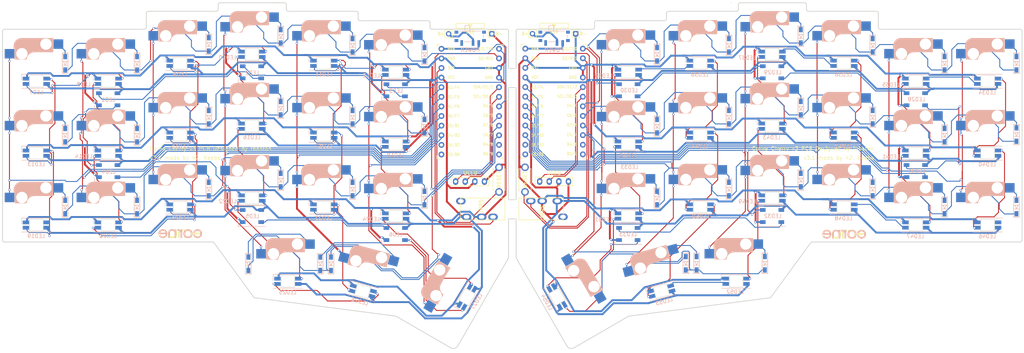
<source format=kicad_pcb>
(kicad_pcb (version 20211014) (generator pcbnew)
  (title_block (title "Corne Cherry") (date "2020-09-28") (rev "3.0.1") (company "foostan"))
  (layers (0 "F.Cu" signal) (31 "B.Cu" signal) (34 "B.Paste" user) (35 "F.Paste" user) (36 "B.SilkS" user "B.Silkscreen") (37 "F.SilkS" user "F.Silkscreen") (38 "B.Mask" user) (39 "F.Mask" user) (44 "Edge.Cuts" user))
  (net 0 "")
  (net 1 "row0")
  (net 2 "Net-(D1-Pad2)")
  (net 3 "row1")
  (net 4 "Net-(D2-Pad2)")
  (net 5 "row2")
  (net 6 "Net-(D3-Pad2)")
  (net 7 "row3")
  (net 8 "Net-(D4-Pad2)")
  (net 9 "Net-(D5-Pad2)")
  (net 10 "Net-(D6-Pad2)")
  (net 11 "Net-(D7-Pad2)")
  (net 12 "Net-(D8-Pad2)")
  (net 13 "Net-(D9-Pad2)")
  (net 14 "Net-(D10-Pad2)")
  (net 15 "Net-(D11-Pad2)")
  (net 16 "Net-(D12-Pad2)")
  (net 17 "Net-(D13-Pad2)")
  (net 18 "Net-(D14-Pad2)")
  (net 19 "Net-(D15-Pad2)")
  (net 20 "Net-(D16-Pad2)")
  (net 21 "Net-(D17-Pad2)")
  (net 22 "Net-(D18-Pad2)")
  (net 23 "Net-(D19-Pad2)")
  (net 24 "Net-(D20-Pad2)")
  (net 25 "Net-(D21-Pad2)")
  (net 26 "GND")
  (net 27 "VCC")
  (net 28 "col0")
  (net 29 "col1")
  (net 30 "col2")
  (net 31 "col3")
  (net 32 "col4")
  (net 33 "col5")
  (net 34 "LED")
  (net 35 "data")
  (net 36 "reset")
  (net 37 "SCL")
  (net 38 "SDA")
  (net 41 "bat")
  (net 42 "bat_r")
  (net 44 "Net-(D22-Pad2)")
  (net 45 "row0_r")
  (net 46 "Net-(D23-Pad2)")
  (net 47 "Net-(D24-Pad2)")
  (net 48 "Net-(D25-Pad2)")
  (net 49 "Net-(D26-Pad2)")
  (net 50 "Net-(D27-Pad2)")
  (net 51 "row1_r")
  (net 52 "Net-(D28-Pad2)")
  (net 53 "Net-(D29-Pad2)")
  (net 54 "Net-(D30-Pad2)")
  (net 55 "Net-(D31-Pad2)")
  (net 56 "Net-(D32-Pad2)")
  (net 57 "Net-(D33-Pad2)")
  (net 58 "row2_r")
  (net 59 "Net-(D34-Pad2)")
  (net 60 "Net-(D35-Pad2)")
  (net 61 "Net-(D36-Pad2)")
  (net 62 "Net-(D37-Pad2)")
  (net 63 "Net-(D38-Pad2)")
  (net 64 "Net-(D39-Pad2)")
  (net 65 "Net-(D40-Pad2)")
  (net 66 "row3_r")
  (net 67 "Net-(D41-Pad2)")
  (net 68 "Net-(D42-Pad2)")
  (net 69 "data_r")
  (net 70 "SDA_r")
  (net 71 "SCL_r")
  (net 72 "LED_r")
  (net 73 "reset_r")
  (net 74 "col0_r")
  (net 75 "col1_r")
  (net 76 "col2_r")
  (net 77 "col3_r")
  (net 78 "col4_r")
  (net 79 "col5_r")
  (net 80 "VDD")
  (net 81 "GNDA")
  (net 82 "Net-(LED1-Pad2)")
  (net 83 "Net-(LED1-Pad4)")
  (net 84 "Net-(LED2-Pad4)")
  (net 85 "Net-(LED10-Pad2)")
  (net 86 "Net-(LED11-Pad4)")
  (net 87 "Net-(LED13-Pad4)")
  (net 88 "Net-(LED14-Pad2)")
  (net 89 "Net-(LED15-Pad4)")
  (net 90 "Net-(LED10-Pad4)")
  (net 91 "Net-(LED11-Pad2)")
  (net 92 "Net-(LED12-Pad4)")
  (net 93 "Net-(LED13-Pad2)")
  (net 94 "Net-(LED14-Pad4)")
  (net 95 "Net-(LED16-Pad4)")
  (net 96 "Net-(LED17-Pad2)")
  (net 97 "Net-(LED18-Pad4)")
  (net 98 "Net-(LED22-Pad4)")
  (net 99 "Net-(LED24-Pad4)")
  (net 100 "Net-(LED25-Pad4)")
  (net 101 "Net-(LED27-Pad4)")
  (net 102 "Net-(LED28-Pad2)")
  (net 103 "Net-(LED29-Pad4)")
  (net 104 "Net-(LED32-Pad2)")
  (net 105 "Net-(LED34-Pad2)")
  (net 106 "Net-(LED35-Pad4)")
  (net 107 "Net-(LED37-Pad4)")
  (net 108 "Net-(LED38-Pad2)")
  (net 109 "Net-(LED39-Pad4)")
  (net 110 "Net-(LED4-Pad2)")
  (net 111 "Net-(LED5-Pad2)")
  (net 112 "Net-(LED7-Pad4)")
  (net 113 "Net-(LED15-Pad2)")
  (net 114 "Net-(LED20-Pad4)")
  (net 115 "Net-(LED23-Pad2)")
  (net 116 "Net-(LED28-Pad4)")
  (net 117 "Net-(LED31-Pad2)")
  (net 118 "Net-(LED33-Pad2)")
  (net 119 "Net-(LED40-Pad2)")
  (net 120 "Net-(LED41-Pad4)")
  (net 121 "Net-(LED42-Pad2)")
  (net 122 "Net-(LED43-Pad4)")
  (net 123 "Net-(LED44-Pad2)")
  (net 124 "Net-(LED45-Pad4)")
  (net 125 "Net-(LED47-Pad4)")
  (net 126 "Net-(LED49-Pad4)")
  (net 127 "Net-(LED50-Pad2)")
  (net 128 "Net-(LED51-Pad4)")
  (net 129 "Net-(LED52-Pad4)")
  (net 130 "Net-(LED34-Pad4)")
  (net 131 "Net-(LED36-Pad4)")
  (net 132 "Net-(LED36-Pad2)")
  (net 133 "Net-(LED38-Pad4)")
  (net 136 "raw")
  (net 138 "raw_r")
  (footprint "kbd:MJ-4PP-9_1side" (layer "F.Cu") (at 146.605054 74.255252 -90)
    (fp_text reference "J1")
    (fp_text value "MJ-4PP-9" hide)
  )
  (footprint "kbd:OLED_1side" (layer "F.Cu") (at 133.419054 66.991252)
    (fp_text reference "J2")
    (fp_text value "OLED" hide)
  )
  (footprint "kbd:ResetSW_1side" (layer "F.Cu") (at 144.895054 66.494252 -90)
    (fp_text reference "RSW1" hide)
    (fp_text value "SW_PUSH")
  )
  (footprint "kbd:CherryMX_Hotswap" (layer "F.Cu") (at 41.578054 35.743252)
    (fp_text reference "SW2" hide)
    (fp_text value "SW_PUSH" hide)
  )
  (footprint "kbd:CherryMX_Hotswap" (layer "F.Cu") (at 60.578054 30.993252)
    (fp_text reference "SW3" hide)
    (fp_text value "SW_PUSH" hide)
  )
  (footprint "kbd:CherryMX_Hotswap" (layer "F.Cu") (at 79.578054 28.618252)
    (fp_text reference "SW4" hide)
    (fp_text value "SW_PUSH" hide)
  )
  (footprint "kbd:CherryMX_Hotswap" (layer "F.Cu") (at 98.578054 30.993252)
    (fp_text reference "SW5" hide)
    (fp_text value "SW_PUSH" hide)
  )
  (footprint "kbd:CherryMX_Hotswap" (layer "F.Cu") (at 22.578054 54.743252)
    (fp_text reference "SW7" hide)
    (fp_text value "SW_PUSH" hide)
  )
  (footprint "kbd:CherryMX_Hotswap" (layer "F.Cu") (at 41.578054 54.743252)
    (fp_text reference "SW8" hide)
    (fp_text value "SW_PUSH" hide)
  )
  (footprint "kbd:CherryMX_Hotswap" (layer "F.Cu") (at 60.578054 49.993252)
    (fp_text reference "SW9" hide)
    (fp_text value "SW_PUSH" hide)
  )
  (footprint "kbd:CherryMX_Hotswap" (layer "F.Cu") (at 79.578054 47.618252)
    (fp_text reference "SW10" hide)
    (fp_text value "SW_PUSH" hide)
  )
  (footprint "kbd:CherryMX_Hotswap" (layer "F.Cu") (at 98.578054 49.993252)
    (fp_text reference "SW11" hide)
    (fp_text value "SW_PUSH" hide)
  )
  (footprint "kbd:CherryMX_Hotswap" (layer "F.Cu") (at 117.578054 52.368252)
    (fp_text reference "SW12" hide)
    (fp_text value "SW_PUSH" hide)
  )
  (footprint "kbd:CherryMX_Hotswap" (layer "F.Cu") (at 22.578054 73.743252)
    (fp_text reference "SW13" hide)
    (fp_text value "SW_PUSH" hide)
  )
  (footprint "kbd:CherryMX_Hotswap" (layer "F.Cu") (at 41.578054 73.743252)
    (fp_text reference "SW14" hide)
    (fp_text value "SW_PUSH" hide)
  )
  (footprint "kbd:CherryMX_Hotswap" (layer "F.Cu") (at 60.578054 68.993252)
    (fp_text reference "SW15" hide)
    (fp_text value "SW_PUSH" hide)
  )
  (footprint "kbd:CherryMX_Hotswap" (layer "F.Cu") (at 79.578054 66.618252)
    (fp_text reference "SW16" hide)
    (fp_text value "SW_PUSH" hide)
  )
  (footprint "kbd:CherryMX_Hotswap" (layer "F.Cu") (at 98.578054 68.993252)
    (fp_text reference "SW17" hide)
    (fp_text value "SW_PUSH" hide)
  )
  (footprint "kbd:CherryMX_Hotswap" (layer "F.Cu") (at 117.578054 71.368252)
    (fp_text reference "SW18" hide)
    (fp_text value "SW_PUSH" hide)
  )
  (footprint "kbd:CherryMX_Hotswap" (layer "F.Cu") (at 89.078054 88.618252)
    (fp_text reference "SW19" hide)
    (fp_text value "SW_PUSH" hide)
  )
  (footprint "kbd:CherryMX_Hotswap" (layer "F.Cu") (at 110.078054 91.368252 -15)
    (fp_text reference "SW20" hide)
    (fp_text value "SW_PUSH" hide)
  )
  (footprint "kbd:CherryMX_Hotswap_1.5u" (layer "F.Cu") (at 132.328054 95.118252 60)
    (fp_text reference "SW21" hide)
    (fp_text value "SW_PUSH" hide)
  )
  (footprint "kbd:CherryMX_Hotswap_1.5u" (layer "F.Cu") (at 164.321054 95.105252 -60)
    (fp_text reference "SW42" hide)
    (fp_text value "SW_PUSH" hide)
  )
  (footprint "kbd:MJ-4PP-9_1side" (layer "F.Cu") (at 149.994054 74.225252 90)
    (fp_text reference "J3")
    (fp_text value "MJ-4PP-9" hide)
  )
  (footprint "kbd:OLED_1side" (layer "F.Cu") (at 155.634054 66.975252)
    (fp_text reference "J4")
    (fp_text value "OLED" hide)
  )
  (footprint "kbd:ResetSW_1side" (layer "F.Cu") (at 151.761054 66.477252 -90)
    (fp_text reference "RSW2" hide)
    (fp_text value "SW_PUSH")
  )
  (footprint "kbd:CherryMX_Hotswap" (layer "F.Cu") (at 217.071054 66.605252)
    (fp_text reference "SW37" hide)
    (fp_text value "SW_PUSH" hide)
  )
  (footprint "kbd:CherryMX_Hotswap" (layer "F.Cu") (at 198.071054 68.980252)
    (fp_text reference "SW38" hide)
    (fp_text value "SW_PUSH" hide)
  )
  (footprint "kbd:CherryMX_Hotswap" (layer "F.Cu") (at 179.071054 71.355252)
    (fp_text reference "SW39" hide)
    (fp_text value "SW_PUSH" hide)
  )
  (footprint "kbd:CherryMX_Hotswap" (layer "F.Cu") (at 207.571054 88.605252)
    (fp_text reference "SW40" hide)
    (fp_text value "SW_PUSH" hide)
  )
  (footprint "kbd:CherryMX_Hotswap" (layer "F.Cu") (at 186.571054 91.355252 15)
    (fp_text reference "SW41" hide)
    (fp_text value "SW_PUSH" hide)
  )
  (footprint "kbd:CherryMX_Hotswap" (layer "F.Cu") (at 217.071054 28.605252)
    (fp_text reference "SW25" hide)
    (fp_text value "SW_PUSH" hide)
  )
  (footprint "kbd:CherryMX_Hotswap" (layer "F.Cu") (at 198.071054 30.980252)
    (fp_text reference "SW26" hide)
    (fp_text value "SW_PUSH" hide)
  )
  (footprint "kbd:CherryMX_Hotswap" (layer "F.Cu") (at 274.071054 54.730252)
    (fp_text reference "SW28" hide)
    (fp_text value "SW_PUSH" hide)
  )
  (footprint "kbd:CherryMX_Hotswap" (layer "F.Cu") (at 236.071054 30.980252)
    (fp_text reference "SW24" hide)
    (fp_text value "SW_PUSH" hide)
  )
  (footprint "kbd:CherryMX_Hotswap" (layer "F.Cu") (at 255.071054 54.730252)
    (fp_text reference "SW29" hide)
    (fp_text value "SW_PUSH" hide)
  )
  (footprint "kbd:CherryMX_Hotswap" (layer "F.Cu") (at 255.071054 73.730252)
    (fp_text reference "SW35" hide)
    (fp_text value "SW_PUSH" hide)
  )
  (footprint "kbd:CherryMX_Hotswap" (layer "F.Cu") (at 236.071054 68.980252)
    (fp_text reference "SW36" hide)
    (fp_text value "SW_PUSH" hide)
  )
  (footprint "kbd:CherryMX_Hotswap" (layer "F.Cu") (at 274.071054 35.730252)
    (fp_text reference "SW22" hide)
    (fp_text value "SW_PUSH" hide)
  )
  (footprint "kbd:CherryMX_Hotswap" (layer "F.Cu") (at 255.071054 35.730252)
    (fp_text reference "SW23" hide)
    (fp_text value "SW_PUSH" hide)
  )
  (footprint "kbd:CherryMX_Hotswap" (layer "F.Cu") (at 236.071054 49.980252)
    (fp_text reference "SW30" hide)
    (fp_text value "SW_PUSH" hide)
  )
  (footprint "kbd:CherryMX_Hotswap" (layer "F.Cu") (at 217.071054 47.605252)
    (fp_text reference "SW31" hide)
    (fp_text value "SW_PUSH" hide)
  )
  (footprint "kbd:CherryMX_Hotswap" (layer "F.Cu") (at 198.071054 49.980252)
    (fp_text reference "SW32" hide)
    (fp_text value "SW_PUSH" hide)
  )
  (footprint "kbd:CherryMX_Hotswap" (layer "F.Cu") (at 179.071054 52.355252)
    (fp_text reference "SW33" hide)
    (fp_text value "SW_PUSH" hide)
  )
  (footprint "kbd:CherryMX_Hotswap" (layer "F.Cu") (at 274.071054 73.730252)
    (fp_text reference "SW34" hide)
    (fp_text value "SW_PUSH" hide)
  )
  (footprint "kbd:CherryMX_Hotswap" (layer "F.Cu") (at 22.578054 35.743252)
    (fp_text reference "SW1" hide)
    (fp_text value "SW_PUSH" hide)
  )
  (footprint "kbd:M2_HOLE_v2" (layer "F.Cu") (at 108.046054 41.728752)
    (fp_text reference "Ref**" hide)
    (fp_text value "Val**" hide)
  )
  (footprint "kbd:M2_HOLE_v2" (layer "F.Cu") (at 75.235054 81.483752)
    (fp_text reference "Ref**" hide)
    (fp_text value "Val**" hide)
  )
  (footprint "kbd:M2_HOLE_v2" (layer "F.Cu") (at 121.801054 89.098252)
    (fp_text reference "Ref**" hide)
    (fp_text value "Val**" hide)
  )
  (footprint "kbd:M2_HOLE_v2" (layer "F.Cu") (at 130.340054 74.217252)
    (fp_text reference "Ref**" hide)
    (fp_text value "Val**" hide)
  )
  (footprint "kbd:M2_HOLE_v2" (layer "F.Cu") (at 144.772054 82.738252)
    (fp_text reference "Ref**" hide)
    (fp_text value "Val**" hide)
  )
  (footprint "kbd:M2_HOLE_v2" (layer "F.Cu") (at 174.846054 89.100252 180)
    (fp_text reference "Ref**" hide)
    (fp_text value "Val**" hide)
  )
  (footprint "kbd:M2_HOLE_v2" (layer "F.Cu") (at 221.412054 81.485752 180)
    (fp_text reference "Ref**" hide)
    (fp_text value "Val**" hide)
  )
  (footprint "kbd:M2_HOLE_v2" (layer "F.Cu") (at 264.556054 45.220752 180)
    (fp_text reference "Ref**" hide)
    (fp_text value "Val**" hide)
  )
  (footprint "kbd:M2_HOLE_v2" (layer "F.Cu") (at 188.601054 41.730752 180)
    (fp_text reference "Ref**" hide)
    (fp_text value "Val**" hide)
  )
  (footprint "kbd:CherryMX_Hotswap" (layer "F.Cu") (at 117.578054 33.368252)
    (fp_text reference "SW6" hide)
    (fp_text value "SW_PUSH" hide)
  )
  (footprint "kbd:CherryMX_Hotswap" (layer "F.Cu") (at 179.064054 33.360252)
    (fp_text reference "SW27" hide)
    (fp_text value "SW_PUSH" hide)
  )
  (footprint "kbd:M2_HOLE_v2" (layer "F.Cu") (at 29.990054 54.102752)
    (fp_text reference "Ref**" hide)
    (fp_text value "Val**" hide)
  )
  (footprint "footprints:ProMicro_v3.1" (layer "F.Cu") (at 137.283054 46.383252)
    (fp_text reference "U1" hide)
    (fp_text value "ProMicro" hide)
  )
  (footprint "footprints:ProMicro_v3.1" (layer "F.Cu") (at 159.444054 46.345252)
    (fp_text reference "U2" hide)
    (fp_text value "ProMicro" hide)
  )
  (footprint "kbd:M2_HOLE_v2" (layer "F.Cu") (at 32.078054 45.243252)
    (fp_text reference "Ref**" hide)
    (fp_text value "Val**" hide)
  )
  (footprint "kbd:Breakaway_Tabs" (layer "F.Cu") (at 149.261054 39.608252 90)
    (fp_text reference "REF**")
    (fp_text value "Breakaway_Tabs")
  )
  (footprint "kbd:corne-logo-horizontal" (layer "F.Cu") (at 60.738054 80.853252)
    (fp_text reference "G***" hide)
    (fp_text value "LOGO" hide)
  )
  (footprint "kbd:corne-logo-horizontal" (layer "F.Cu") (at 236.234054 80.995252)
    (fp_text reference "G***" hide)
    (fp_text value "LOGO" hide)
  )
  (footprint "footprints:ProMicro_Battery_Connector" (layer "F.Cu") (at 159.444054 27.905252)
    (fp_text reference "J6" hide)
    (fp_text value "BAT" hide)
  )
  (footprint "kbd:Breakaway_Tabs" (layer "F.Cu") (at 147.561054 74.333252 90)
    (fp_text reference "REF**")
    (fp_text value "Breakaway_Tabs")
  )
  (footprint "kbd:Breakaway_Tabs" (layer "F.Cu") (at 147.561054 39.608252 90)
    (fp_text reference "REF**")
    (fp_text value "Breakaway_Tabs")
  )
  (footprint "kbd:Breakaway_Tabs" (layer "F.Cu") (at 149.261054 74.333252 90)
    (fp_text reference "REF**")
    (fp_text value "Breakaway_Tabs")
  )
  (footprint "footprints:ProMicro_Battery_Connector" (layer "F.Cu") (at 137.283054 27.943252)
    (fp_text reference "J5" hide)
    (fp_text value "BAT" hide)
  )
  (footprint "kbd:D3_SMD_v2" (layer "B.Cu") (at 30.205054 35.740127 90)
    (fp_text reference "D1" hide)
    (fp_text value "D" hide)
  )
  (footprint "kbd:D3_SMD_v2" (layer "B.Cu") (at 49.205054 35.743252 90)
    (fp_text reference "D2" hide)
    (fp_text value "D" hide)
  )
  (footprint "kbd:D3_SMD_v2" (layer "B.Cu") (at 68.178054 30.743252 90)
    (fp_text reference "D3" hide)
    (fp_text value "D" hide)
  )
  (footprint "kbd:D3_SMD_v2" (layer "B.Cu") (at 87.178054 28.618252 90)
    (fp_text reference "D4" hide)
    (fp_text value "D" hide)
  )
  (footprint "kbd:D3_SMD_v2" (layer "B.Cu") (at 106.178054 30.993252 90)
    (fp_text reference "D5" hide)
    (fp_text value "D" hide)
  )
  (footprint "kbd:D3_SMD_v2" (layer "B.Cu") (at 125.178054 33.368252 90)
    (fp_text reference "D6" hide)
    (fp_text value "D" hide)
  )
  (footprint "kbd:D3_SMD_v2" (layer "B.Cu") (at 30.205054 54.740127 90)
    (fp_text reference "D7" hide)
    (fp_text value "D" hide)
  )
  (footprint "kbd:D3_SMD_v2" (layer "B.Cu") (at 49.205054 54.743252 90)
    (fp_text reference "D8" hide)
    (fp_text value "D" hide)
  )
  (footprint "kbd:D3_SMD_v2" (layer "B.Cu") (at 68.178054 49.993252 90)
    (fp_text reference "D9" hide)
    (fp_text value "D" hide)
  )
  (footprint "kbd:D3_SMD_v2" (layer "B.Cu") (at 87.178054 47.618252 90)
    (fp_text reference "D10" hide)
    (fp_text value "D" hide)
  )
  (footprint "kbd:D3_SMD_v2" (layer "B.Cu") (at 106.178054 49.993252 90)
    (fp_text reference "D11" hide)
    (fp_text value "D" hide)
  )
  (footprint "kbd:D3_SMD_v2" (layer "B.Cu") (at 125.178054 52.368252 90)
    (fp_text reference "D12" hide)
    (fp_text value "D" hide)
  )
  (footprint "kbd:D3_SMD_v2" (layer "B.Cu") (at 30.205054 73.740127 90)
    (fp_text reference "D13" hide)
    (fp_text value "D" hide)
  )
  (footprint "kbd:D3_SMD_v2" (layer "B.Cu") (at 49.205054 73.743252 90)
    (fp_text reference "D14" hide)
    (fp_text value "D" hide)
  )
  (footprint "kbd:D3_SMD_v2" (layer "B.Cu") (at 68.178054 68.993252 90)
    (fp_text reference "D15" hide)
    (fp_text value "D" hide)
  )
  (footprint "kbd:D3_SMD_v2" (layer "B.Cu") (at 87.178054 66.618252 90)
    (fp_text reference "D16" hide)
    (fp_text value "D" hide)
  )
  (footprint "kbd:D3_SMD_v2" (layer "B.Cu") (at 106.178054 68.993252 90)
    (fp_text reference "D17" hide)
    (fp_text value "D" hide)
  )
  (footprint "kbd:D3_SMD_v2" (layer "B.Cu") (at 125.178054 71.368252 90)
    (fp_text reference "D18" hide)
    (fp_text value "D" hide)
  )
  (footprint "kbd:D3_SMD_v2" (layer "B.Cu") (at 78.628054 88.733252 90)
    (fp_text reference "D19" hide)
    (fp_text value "D" hide)
  )
  (footprint "kbd:D3_SMD_v2" (layer "B.Cu") (at 97.635054 88.728252 90)
    (fp_text reference "D20" hide)
    (fp_text value "D" hide)
  )
  (footprint "kbd:D3_SMD_v2" (layer "B.Cu") (at 100.478054 88.728252 90)
    (fp_text reference "D21" hide)
    (fp_text value "D" hide)
  )
  (footprint "kbd:YS-SK6812MINI-E" (layer "B.Cu") (at 22.578054 40.493252)
    (fp_text reference "LED7")
    (fp_text value "YS-SK6812MINI-E")
    (fp_line (start -1.8 1.55) (end -1.8 -1.55) (layer "Edge.Cuts") (width 0.12))
    (fp_line (start 1.8 1.55) (end -1.8 1.55) (layer "Edge.Cuts") (width 0.12))
    (fp_line (start 1.8 -1.55) (end 1.8 1.55) (layer "Edge.Cuts") (width 0.12))
    (fp_line (start -1.8 -1.55) (end 1.8 -1.55) (layer "Edge.Cuts") (width 0.12))
  )
  (footprint "kbd:YS-SK6812MINI-E" (layer "B.Cu") (at 41.578054 40.493252)
    (fp_text reference "LED8")
    (fp_text value "YS-SK6812MINI-E")
    (fp_line (start 1.8 -1.55) (end 1.8 1.55) (layer "Edge.Cuts") (width 0.12))
    (fp_line (start -1.8 1.55) (end -1.8 -1.55) (layer "Edge.Cuts") (width 0.12))
    (fp_line (start -1.8 -1.55) (end 1.8 -1.55) (layer "Edge.Cuts") (width 0.12))
    (fp_line (start 1.8 1.55) (end -1.8 1.55) (layer "Edge.Cuts") (width 0.12))
  )
  (footprint "kbd:YS-SK6812MINI-E" (layer "B.Cu") (at 60.578054 35.743252)
    (fp_text reference "LED9")
    (fp_text value "YS-SK6812MINI-E")
    (fp_line (start 1.8 1.55) (end -1.8 1.55) (layer "Edge.Cuts") (width 0.12))
    (fp_line (start -1.8 1.55) (end -1.8 -1.55) (layer "Edge.Cuts") (width 0.12))
    (fp_line (start 1.8 -1.55) (end 1.8 1.55) (layer "Edge.Cuts") (width 0.12))
    (fp_line (start -1.8 -1.55) (end 1.8 -1.55) (layer "Edge.Cuts") (width 0.12))
  )
  (footprint "kbd:YS-SK6812MINI-E" (layer "B.Cu") (at 79.578054 33.368252)
    (fp_text reference "LED10")
    (fp_text value "YS-SK6812MINI-E")
    (fp_line (start 1.8 1.55) (end -1.8 1.55) (layer "Edge.Cuts") (width 0.12))
    (fp_line (start -1.8 1.55) (end -1.8 -1.55) (layer "Edge.Cuts") (width 0.12))
    (fp_line (start 1.8 -1.55) (end 1.8 1.55) (layer "Edge.Cuts") (width 0.12))
    (fp_line (start -1.8 -1.55) (end 1.8 -1.55) (layer "Edge.Cuts") (width 0.12))
  )
  (footprint "kbd:YS-SK6812MINI-E" (layer "B.Cu") (at 98.578054 35.743252)
    (fp_text reference "LED11")
    (fp_text value "YS-SK6812MINI-E")
    (fp_line (start 1.8 1.55) (end -1.8 1.55) (layer "Edge.Cuts") (width 0.12))
    (fp_line (start 1.8 -1.55) (end 1.8 1.55) (layer "Edge.Cuts") (width 0.12))
    (fp_line (start -1.8 1.55) (end -1.8 -1.55) (layer "Edge.Cuts") (width 0.12))
    (fp_line (start -1.8 -1.55) (end 1.8 -1.55) (layer "Edge.Cuts") (width 0.12))
  )
  (footprint "kbd:YS-SK6812MINI-E" (layer "B.Cu") (at 117.578054 38.118252)
    (fp_text reference "LED12")
    (fp_text value "YS-SK6812MINI-E")
    (fp_line (start 1.8 1.55) (end -1.8 1.55) (layer "Edge.Cuts") (width 0.12))
    (fp_line (start -1.8 -1.55) (end 1.8 -1.55) (layer "Edge.Cuts") (width 0.12))
    (fp_line (start 1.8 -1.55) (end 1.8 1.55) (layer "Edge.Cuts") (width 0.12))
    (fp_line (start -1.8 1.55) (end -1.8 -1.55) (layer "Edge.Cuts") (width 0.12))
  )
  (footprint "kbd:YS-SK6812MINI-E" (layer "B.Cu") (at 22.578054 59.493252)
    (fp_text reference "LED13")
    (fp_text value "YS-SK6812MINI-E")
    (fp_line (start 1.8 1.55) (end -1.8 1.55) (layer "Edge.Cuts") (width 0.12))
    (fp_line (start -1.8 1.55) (end -1.8 -1.55) (layer "Edge.Cuts") (width 0.12))
    (fp_line (start 1.8 -1.55) (end 1.8 1.55) (layer "Edge.Cuts") (width 0.12))
    (fp_line (start -1.8 -1.55) (end 1.8 -1.55) (layer "Edge.Cuts") (width 0.12))
  )
  (footprint "kbd:YS-SK6812MINI-E" (layer "B.Cu") (at 41.578054 59.493252)
    (fp_text reference "LED14")
    (fp_text value "YS-SK6812MINI-E")
    (fp_line (start 1.8 -1.55) (end 1.8 1.55) (layer "Edge.Cuts") (width 0.12))
    (fp_line (start 1.8 1.55) (end -1.8 1.55) (layer "Edge.Cuts") (width 0.12))
    (fp_line (start -1.8 1.55) (end -1.8 -1.55) (layer "Edge.Cuts") (width 0.12))
    (fp_line (start -1.8 -1.55) (end 1.8 -1.55) (layer "Edge.Cuts") (width 0.12))
  )
  (footprint "kbd:YS-SK6812MINI-E" (layer "B.Cu") (at 60.578054 54.743252)
    (fp_text reference "LED15")
    (fp_text value "YS-SK6812MINI-E")
    (fp_line (start 1.8 1.55) (end -1.8 1.55) (layer "Edge.Cuts") (width 0.12))
    (fp_line (start -1.8 -1.55) (end 1.8 -1.55) (layer "Edge.Cuts") (width 0.12))
    (fp_line (start -1.8 1.55) (end -1.8 -1.55) (layer "Edge.Cuts") (width 0.12))
    (fp_line (start 1.8 -1.55) (end 1.8 1.55) (layer "Edge.Cuts") (width 0.12))
  )
  (footprint "kbd:YS-SK6812MINI-E" (layer "B.Cu") (at 79.578054 52.368252)
    (fp_text reference "LED16")
    (fp_text value "YS-SK6812MINI-E")
    (fp_line (start -1.8 -1.55) (end 1.8 -1.55) (layer "Edge.Cuts") (width 0.12))
    (fp_line (start -1.8 1.55) (end -1.8 -1.55) (layer "Edge.Cuts") (width 0.12))
    (fp_line (start 1.8 -1.55) (end 1.8 1.55) (layer "Edge.Cuts") (width 0.12))
    (fp_line (start 1.8 1.55) (end -1.8 1.55) (layer "Edge.Cuts") (width 0.12))
  )
  (footprint "kbd:YS-SK6812MINI-E" (layer "B.Cu") (at 98.578054 54.743252)
    (fp_text reference "LED17")
    (fp_text value "YS-SK6812MINI-E")
    (fp_line (start 1.8 1.55) (end -1.8 1.55) (layer "Edge.Cuts") (width 0.12))
    (fp_line (start -1.8 -1.55) (end 1.8 -1.55) (layer "Edge.Cuts") (width 0.12))
    (fp_line (start -1.8 1.55) (end -1.8 -1.55) (layer "Edge.Cuts") (width 0.12))
    (fp_line (start 1.8 -1.55) (end 1.8 1.55) (layer "Edge.Cuts") (width 0.12))
  )
  (footprint "kbd:YS-SK6812MINI-E" (layer "B.Cu") (at 117.578054 57.118252)
    (fp_text reference "LED18")
    (fp_text value "YS-SK6812MINI-E")
    (fp_line (start 1.8 -1.55) (end 1.8 1.55) (layer "Edge.Cuts") (width 0.12))
    (fp_line (start 1.8 1.55) (end -1.8 1.55) (layer "Edge.Cuts") (width 0.12))
    (fp_line (start -1.8 1.55) (end -1.8 -1.55) (layer "Edge.Cuts") (width 0.12))
    (fp_line (start -1.8 -1.55) (end 1.8 -1.55) (layer "Edge.Cuts") (width 0.12))
  )
  (footprint "kbd:YS-SK6812MINI-E" (layer "B.Cu") (at 22.578054 78.493252)
    (fp_text reference "LED19")
    (fp_text value "YS-SK6812MINI-E")
    (fp_line (start 1.8 1.55) (end -1.8 1.55) (layer "Edge.Cuts") (width 0.12))
    (fp_line (start -1.8 1.55) (end -1.8 -1.55) (layer "Edge.Cuts") (width 0.12))
    (fp_line (start 1.8 -1.55) (end 1.8 1.55) (layer "Edge.Cuts") (width 0.12))
    (fp_line (start -1.8 -1.55) (end 1.8 -1.55) (layer "Edge.Cuts") (width 0.12))
  )
  (footprint "kbd:YS-SK6812MINI-E" (layer "B.Cu") (at 41.578054 78.493252)
    (fp_text reference "LED20")
    (fp_text value "YS-SK6812MINI-E")
    (fp_line (start -1.8 -1.55) (end 1.8 -1.55) (layer "Edge.Cuts") (width 0.12))
    (fp_line (start 1.8 -1.55) (end 1.8 1.55) (layer "Edge.Cuts") (width 0.12))
    (fp_line (start 1.8 1.55) (end -1.8 1.55) (layer "Edge.Cuts") (width 0.12))
    (fp_line (start -1.8 1.55) (end -1.8 -1.55) (layer "Edge.Cuts") (width 0.12))
  )
  (footprint "kbd:YS-SK6812MINI-E" (layer "B.Cu") (at 60.578054 73.743252)
    (fp_text reference "LED21")
    (fp_text value "YS-SK6812MINI-E")
    (fp_line (start -1.8 -1.55) (end 1.8 -1.55) (layer "Edge.Cuts") (width 0.12))
    (fp_line (start 1.8 1.55) (end -1.8 1.55) (layer "Edge.Cuts") (width 0.12))
    (fp_line (start -1.8 1.55) (end -1.8 -1.55) (layer "Edge.Cuts") (width 0.12))
    (fp_line (start 1.8 -1.55) (end 1.8 1.55) (layer "Edge.Cuts") (width 0.12))
  )
  (footprint "kbd:YS-SK6812MINI-E" (layer "B.Cu") (at 79.578054 71.368252)
    (fp_text reference "LED22")
    (fp_text value "YS-SK6812MINI-E")
    (fp_line (start 1.8 -1.55) (end 1.8 1.55) (layer "Edge.Cuts") (width 0.12))
    (fp_line (start 1.8 1.55) (end -1.8 1.55) (layer "Edge.Cuts") (width 0.12))
    (fp_line (start -1.8 1.55) (end -1.8 -1.55) (layer "Edge.Cuts") (width 0.12))
    (fp_line (start -1.8 -1.55) (end 1.8 -1.55) (layer "Edge.Cuts") (width 0.12))
  )
  (footprint "kbd:YS-SK6812MINI-E" (layer "B.Cu") (at 117.578054 76.118252)
    (fp_text reference "LED24")
    (fp_text value "YS-SK6812MINI-E")
    (fp_line (start -1.8 -1.55) (end 1.8 -1.55) (layer "Edge.Cuts") (width 0.12))
    (fp_line (start -1.8 1.55) (end -1.8 -1.55) (layer "Edge.Cuts") (width 0.12))
    (fp_line (start 1.8 -1.55) (end 1.8 1.55) (layer "Edge.Cuts") (width 0.12))
    (fp_line (start 1.8 1.55) (end -1.8 1.55) (layer "Edge.Cuts") (width 0.12))
  )
  (footprint "kbd:YS-SK6812MINI-E" (layer "B.Cu") (at 136.441675 97.493252 60)
    (fp_text reference "LED27")
    (fp_text value "YS-SK6812MINI-E")
    (fp_line (start -1.8 -1.55) (end 1.8 -1.55) (layer "Edge.Cuts") (width 0.12))
    (fp_line (start 1.8 1.55) (end -1.8 1.55) (layer "Edge.Cuts") (width 0.12))
    (fp_line (start 1.8 -1.55) (end 1.8 1.55) (layer "Edge.Cuts") (width 0.12))
    (fp_line (start -1.8 1.55) (end -1.8 -1.55) (layer "Edge.Cuts") (width 0.12))
  )
  (footprint "LED_SMD:LED_WS2812B_PLCC4_5.0x5.0mm_P3.2mm" (layer "B.Cu") (at 41.578054 45.243252 180)
    (fp_text reference "LED1")
    (fp_text value "WS2812B")
  )
  (footprint "LED_SMD:LED_WS2812B_PLCC4_5.0x5.0mm_P3.2mm" (layer "B.Cu") (at 79.578054 38.118252 180)
    (fp_text reference "LED2")
    (fp_text value "WS2812B")
  )
  (footprint "LED_SMD:LED_WS2812B_PLCC4_5.0x5.0mm_P3.2mm" (layer "B.Cu") (at 117.578054 42.868252 180)
    (fp_text reference "LED3")
    (fp_text value "WS2812B")
  )
  (footprint "LED_SMD:LED_WS2812B_PLCC4_5.0x5.0mm_P3.2mm" (layer "B.Cu") (at 79.578054 76.118252 180)
    (fp_text reference "LED5")
    (fp_text value "WS2812B")
  )
  (footprint "LED_SMD:LED_WS2812B_PLCC4_5.0x5.0mm_P3.2mm" (layer "B.Cu") (at 117.578054 80.868252 180)
    (fp_text reference "LED6")
    (fp_text value "WS2812B")
  )
  (footprint "LED_SMD:LED_WS2812B_PLCC4_5.0x5.0mm_P3.2mm" (layer "B.Cu") (at 255.064054 45.235252 180)
    (fp_text reference "LED28")
    (fp_text value "WS2812B")
  )
  (footprint "LED_SMD:LED_WS2812B_PLCC4_5.0x5.0mm_P3.2mm" (layer "B.Cu") (at 217.064054 38.110252 180)
    (fp_text reference "LED29")
    (fp_text value "WS2812B")
  )
  (footprint "LED_SMD:LED_WS2812B_PLCC4_5.0x5.0mm_P3.2mm" (layer "B.Cu") (at 179.064054 42.860252 180)
    (fp_text reference "LED30")
    (fp_text value "WS2812B")
  )
  (footprint "LED_SMD:LED_WS2812B_PLCC4_5.0x5.0mm_P3.2mm" (layer "B.Cu") (at 255.064054 64.235252 180)
    (fp_text reference "LED31")
    (fp_text value "WS2812B")
  )
  (footprint "LED_SMD:LED_WS2812B_PLCC4_5.0x5.0mm_P3.2mm" (layer "B.Cu") (at 217.064054 76.110252 180)
    (fp_text reference "LED32")
    (fp_text value "WS2812B")
  )
  (footprint "LED_SMD:LED_WS2812B_PLCC4_5.0x5.0mm_P3.2mm" (layer "B.Cu") (at 179.064054 80.860252 180)
    (fp_text reference "LED33")
    (fp_text value "WS2812B")
  )
  (footprint "kbd:YS-SK6812MINI-E" (layer "B.Cu") (at 217.064054 52.360252)
    (fp_text reference "LED43")
    (fp_text value "YS-SK6812MINI-E")
    (fp_line (start -1.8 1.55) (end -1.8 -1.55) (layer "Edge.Cuts") (width 0.12))
    (fp_line (start -1.8 -1.55) (end 1.8 -1.55) (layer "Edge.Cuts") (width 0.12))
    (fp_line (start 1.8 1.55) (end -1.8 1.55) (layer "Edge.Cuts") (width 0.12))
    (fp_line (start 1.8 -1.55) (end 1.8 1.55) (layer "Edge.Cuts") (width 0.12))
  )
  (footprint "kbd:YS-SK6812MINI-E" (layer "B.Cu") (at 198.064054 54.735252)
    (fp_text reference "LED44")
    (fp_text value "YS-SK6812MINI-E")
    (fp_line (start -1.8 -1.55) (end 1.8 -1.55) (layer "Edge.Cuts") (width 0.12))
    (fp_line (start -1.8 1.55) (end -1.8 -1.55) (layer "Edge.Cuts") (width 0.12))
    (fp_line (start 1.8 -1.55) (end 1.8 1.55) (layer "Edge.Cuts") (width 0.12))
    (fp_line (start 1.8 1.55) (end -1.8 1.55) (layer "Edge.Cuts") (width 0.12))
  )
  (footprint "kbd:YS-SK6812MINI-E" (layer "B.Cu") (at 179.064054 57.110252)
    (fp_text reference "LED45")
    (fp_text value "YS-SK6812MINI-E")
    (fp_line (start -1.8 1.55) (end -1.8 -1.55) (layer "Edge.Cuts") (width 0.12))
    (fp_line (start 1.8 -1.55) (end 1.8 1.55) (layer "Edge.Cuts") (width 0.12))
    (fp_line (start 1.8 1.55) (end -1.8 1.55) (layer "Edge.Cuts") (width 0.12))
    (fp_line (start -1.8 -1.55) (end 1.8 -1.55) (layer "Edge.Cuts") (width 0.12))
  )
  (footprint "kbd:YS-SK6812MINI-E" (layer "B.Cu") (at 274.064054 78.485252)
    (fp_text reference "LED46")
    (fp_text value "YS-SK6812MINI-E")
    (fp_line (start -1.8 1.55) (end -1.8 -1.55) (layer "Edge.Cuts") (width 0.12))
    (fp_line (start 1.8 1.55) (end -1.8 1.55) (layer "Edge.Cuts") (width 0.12))
    (fp_line (start -1.8 -1.55) (end 1.8 -1.55) (layer "Edge.Cuts") (width 0.12))
    (fp_line (start 1.8 -1.55) (end 1.8 1.55) (layer "Edge.Cuts") (width 0.12))
  )
  (footprint "kbd:YS-SK6812MINI-E" (layer "B.Cu") (at 255.064054 78.485252)
    (fp_text reference "LED47")
    (fp_text value "YS-SK6812MINI-E")
    (fp_line (start -1.8 1.55) (end -1.8 -1.55) (layer "Edge.Cuts") (width 0.12))
    (fp_line (start 1.8 1.55) (end -1.8 1.55) (layer "Edge.Cuts") (width 0.12))
    (fp_line (start 1.8 -1.55) (end 1.8 1.55) (layer "Edge.Cuts") (width 0.12))
    (fp_line (start -1.8 -1.55) (end 1.8 -1.55) (layer "Edge.Cuts") (width 0.12))
  )
  (footprint "kbd:YS-SK6812MINI-E" (layer "B.Cu") (at 236.064054 73.735252)
    (fp_text reference "LED48")
    (fp_text value "YS-SK6812MINI-E")
    (fp_line (start -1.8 -1.55) (end 1.8 -1.55) (layer "Edge.Cuts") (width 0.12))
    (fp_line (start 1.8 -1.55) (end 1.8 1.55) (layer "Edge.Cuts") (width 0.12))
    (fp_line (start -1.8 1.55) (end -1.8 -1.55) (layer "Edge.Cuts") (width 0.12))
    (fp_line (start 1.8 1.55) (end -1.8 1.55) (layer "Edge.Cuts") (width 0.12))
  )
  (footprint "kbd:YS-SK6812MINI-E" (layer "B.Cu") (at 217.064054 71.360252)
    (fp_text reference "LED49")
    (fp_text value "YS-SK6812MINI-E")
    (fp_line (start -1.8 1.55) (end -1.8 -1.55) (layer "Edge.Cuts") (width 0.12))
    (fp_line (start 1.8 -1.55) (end 1.8 1.55) (layer "Edge.Cuts") (width 0.12))
    (fp_line (start 1.8 1.55) (end -1.8 1.55) (layer "Edge.Cuts") (width 0.12))
    (fp_line (start -1.8 -1.55) (end 1.8 -1.55) (layer "Edge.Cuts") (width 0.12))
  )
  (footprint "kbd:YS-SK6812MINI-E" (layer "B.Cu") (at 198.064054 73.735252)
    (fp_text reference "LED50")
    (fp_text value "YS-SK6812MINI-E")
    (fp_line (start 1.8 -1.55) (end 1.8 1.55) (layer "Edge.Cuts") (width 0.12))
    (fp_line (start -1.8 -1.55) (end 1.8 -1.55) (layer "Edge.Cuts") (width 0.12))
    (fp_line (start 1.8 1.55) (end -1.8 1.55) (layer "Edge.Cuts") (width 0.12))
    (fp_line (start -1.8 1.55) (end -1.8 -1.55) (layer "Edge.Cuts") (width 0.12))
  )
  (footprint "kbd:YS-SK6812MINI-E" (layer "B.Cu") (at 179.064054 76.110252)
    (fp_text reference "LED51")
    (fp_text value "YS-SK6812MINI-E")
    (fp_line (start 1.8 1.55) (end -1.8 1.55) (layer "Edge.Cuts") (width 0.12))
    (fp_line (start -1.8 1.55) (end -1.8 -1.55) (layer "Edge.Cuts") (width 0.12))
    (fp_line (start -1.8 -1.55) (end 1.8 -1.55) (layer "Edge.Cuts") (width 0.12))
    (fp_line (start 1.8 -1.55) (end 1.8 1.55) (layer "Edge.Cuts") (width 0.12))
  )
  (footprint "kbd:YS-SK6812MINI-E" (layer "B.Cu") (at 207.564054 93.360252)
    (fp_text reference "LED52")
    (fp_text value "YS-SK6812MINI-E")
    (fp_line (start 1.8 1.55) (end -1.8 1.55) (layer "Edge.Cuts") (width 0.12))
    (fp_line (start -1.8 1.55) (end -1.8 -1.55) (layer "Edge.Cuts") (width 0.12))
    (fp_line (start -1.8 -1.55) (end 1.8 -1.55) (layer "Edge.Cuts") (width 0.12))
    (fp_line (start 1.8 -1.55) (end 1.8 1.55) (layer "Edge.Cuts") (width 0.12))
  )
  (footprint "kbd:YS-SK6812MINI-E" (layer "B.Cu") (at 187.800444 95.9434 15)
    (fp_text reference "LED53")
    (fp_text value "YS-SK6812MINI-E")
    (fp_line (start -1.8 1.55) (end -1.8 -1.55) (layer "Edge.Cuts") (width 0.12))
    (fp_line (start 1.8 1.55) (end -1.8 1.55) (layer "Edge.Cuts") (width 0.12))
    (fp_line (start -1.8 -1.55) (end 1.8 -1.55) (layer "Edge.Cuts") (width 0.12))
    (fp_line (start 1.8 -1.55) (end 1.8 1.55) (layer "Edge.Cuts") (width 0.12))
  )
  (footprint "kbd:D3_SMD_v2" (layer "B.Cu") (at 262.671054 35.730252 90)
    (fp_text reference "D23" hide)
    (fp_text value "D" hide)
  )
  (footprint "kbd:D3_SMD_v2" (layer "B.Cu") (at 243.671054 30.980252 90)
    (fp_text reference "D24" hide)
    (fp_text value "D" hide)
  )
  (footprint "kbd:D3_SMD_v2" (layer "B.Cu") (at 224.671054 28.605252 90)
    (fp_text reference "D25" hide)
    (fp_text value "D" hide)
  )
  (footprint "kbd:D3_SMD_v2" (layer "B.Cu") (at 186.664054 33.360252 90)
    (fp_text reference "D27" hide)
    (fp_text value "D" hide)
  )
  (footprint "kbd:D3_SMD_v2" (layer "B.Cu") (at 281.671054 54.580252 90)
    (fp_text reference "D28" hide)
    (fp_text value "D" hide)
  )
  (footprint "kbd:D3_SMD_v2" (layer "B.Cu") (at 262.671054 54.730252 90)
    (fp_text reference "D29" hide)
    (fp_text value "D" hide)
  )
  (footprint "kbd:D3_SMD_v2" (layer "B.Cu") (at 243.671054 49.980252 90)
    (fp_text reference "D30" hide)
    (fp_text value "D" hide)
  )
  (footprint "kbd:D3_SMD_v2" (layer "B.Cu") (at 224.671054 47.605252 90)
    (fp_text reference "D31" hide)
    (fp_text value "D" hide)
  )
  (footprint "kbd:D3_SMD_v2" (layer "B.Cu") (at 205.671054 49.980252 90)
    (fp_text reference "D32" hide)
    (fp_text value "D" hide)
  )
  (footprint "kbd:D3_SMD_v2" (layer "B.Cu") (at 186.664054 52.360252 90)
    (fp_text reference "D33" hide)
    (fp_text value "D" hide)
  )
  (footprint "kbd:D3_SMD_v2" (layer "B.Cu") (at 281.671054 73.730252 90)
    (fp_text reference "D34" hide)
    (fp_text value "D" hide)
  )
  (footprint "kbd:D3_SMD_v2" (layer "B.Cu") (at 262.671054 73.730252 90)
    (fp_text reference "D35" hide)
    (fp_text value "D" hide)
  )
  (footprint "kbd:D3_SMD_v2" (layer "B.Cu") (at 243.671054 68.980252 90)
    (fp_text reference "D36" hide)
    (fp_text value "D" hide)
  )
  (footprint "kbd:D3_SMD_v2" (layer "B.Cu") (at 224.671054 66.605252 90)
    (fp_text reference "D37" hide)
    (fp_text value "D" hide)
  )
  (footprint "kbd:D3_SMD_v2" (layer "B.Cu") (at 205.671054 68.980252 90)
    (fp_text reference "D38" hide)
    (fp_text value "D" hide)
  )
  (footprint "kbd:D3_SMD_v2" (layer "B.Cu") (at 186.664054 71.360252 90)
    (fp_text reference "D39" hide)
    (fp_text value "D" hide)
  )
  (footprint "kbd:D3_SMD_v2" (layer "B.Cu") (at 215.171054 88.590252 90)
    (fp_text reference "D40" hide)
    (fp_text value "D" hide)
  )
  (footprint "kbd:D3_SMD_v2" (layer "B.Cu") (at 197.121054 88.605252 90)
    (fp_text reference "D41" hide)
    (fp_text value "D" hide)
  )
  (footprint "kbd:D3_SMD_v2" (layer "B.Cu") (at 194.271054 88.605252 90)
    (fp_text reference "D42" hide)
    (fp_text value "D" hide)
  )
  (footprint "kbd:D3_SMD_v2" (layer "B.Cu") (at 281.671054 35.730252 90)
    (fp_text reference "D22" hide)
    (fp_text value "D" hide)
  )
  (footprint "kbd:D3_SMD_v2" (layer "B.Cu") (at 205.671054 30.980252 90)
    (fp_text reference "D26" hide)
    (fp_text value "D" hide)
  )
  (footprint "kbd:YS-SK6812MINI-E" (layer "B.Cu") (at 89.078054 93.368252)
    (fp_text reference "LED25")
    (fp_text value "YS-SK6812MINI-E")
    (fp_line (start -1.8 -1.55) (end 1.8 -1.55) (layer "Edge.Cuts") (width 0.12))
    (fp_line (start 1.8 1.55) (end -1.8 1.55) (layer "Edge.Cuts") (width 0.12))
    (fp_line (start 1.8 -1.55) (end 1.8 1.55) (layer "Edge.Cuts") (width 0.12))
    (fp_line (start -1.8 1.55) (end -1.8 -1.55) (layer "Edge.Cuts") (width 0.12))
  )
  (footprint "kbd:YS-SK6812MINI-E" (layer "B.Cu") (at 108.848664 95.9564 -15)
    (fp_text reference "LED26")
    (fp_text value "YS-SK6812MINI-E")
    (fp_line (start -1.8 1.55) (end -1.8 -1.55) (layer "Edge.Cuts") (width 0.12))
    (fp_line (start -1.8 -1.55) (end 1.8 -1.55) (layer "Edge.Cuts") (width 0.12))
    (fp_line (start 1.8 -1.55) (end 1.8 1.55) (layer "Edge.Cuts") (width 0.12))
    (fp_line (start 1.8 1.55) (end -1.8 1.55) (layer "Edge.Cuts") (width 0.12))
  )
  (footprint "LED_SMD:LED_WS2812B_PLCC4_5.0x5.0mm_P3.2mm" (layer "B.Cu") (at 41.578054 64.243252 180)
    (fp_text reference "LED4")
    (fp_text value "WS2812B")
  )
  (footprint "kbd:YS-SK6812MINI-E" (layer "B.Cu") (at 98.578054 73.743252)
    (fp_text reference "LED23")
    (fp_text value "YS-SK6812MINI-E")
    (fp_line (start -1.8 1.55) (end -1.8 -1.55) (layer "Edge.Cuts") (width 0.12))
    (fp_line (start 1.8 -1.55) (end 1.8 1.55) (layer "Edge.Cuts") (width 0.12))
    (fp_line (start 1.8 1.55) (end -1.8 1.55) (layer "Edge.Cuts") (width 0.12))
    (fp_line (start -1.8 -1.55) (end 1.8 -1.55) (layer "Edge.Cuts") (width 0.12))
  )
  (footprint "kbd:YS-SK6812MINI-E" (layer "B.Cu") (at 274.064054 40.485252)
    (fp_text reference "LED34")
    (fp_text value "YS-SK6812MINI-E")
    (fp_line (start 1.8 1.55) (end -1.8 1.55) (layer "Edge.Cuts") (width 0.12))
    (fp_line (start -1.8 1.55) (end -1.8 -1.55) (layer "Edge.Cuts") (width 0.12))
    (fp_line (start 1.8 -1.55) (end 1.8 1.55) (layer "Edge.Cuts") (width 0.12))
    (fp_line (start -1.8 -1.55) (end 1.8 -1.55) (layer "Edge.Cuts") (width 0.12))
  )
  (footprint "kbd:YS-SK6812MINI-E" (layer "B.Cu") (at 255.064054 40.485252)
    (fp_text reference "LED35")
    (fp_text value "YS-SK6812MINI-E")
    (fp_line (start 1.8 1.55) (end -1.8 1.55) (layer "Edge.Cuts") (width 0.12))
    (fp_line (start 1.8 -1.55) (end 1.8 1.55) (layer "Edge.Cuts") (width 0.12))
    (fp_line (start -1.8 1.55) (end -1.8 -1.55) (layer "Edge.Cuts") (width 0.12))
    (fp_line (start -1.8 -1.55) (end 1.8 -1.55) (layer "Edge.Cuts") (width 0.12))
  )
  (footprint "kbd:YS-SK6812MINI-E" (layer "B.Cu") (at 236.064054 35.735252)
    (fp_text reference "LED36")
    (fp_text value "YS-SK6812MINI-E")
    (fp_line (start -1.8 -1.55) (end 1.8 -1.55) (layer "Edge.Cuts") (width 0.12))
    (fp_line (start 1.8 -1.55) (end 1.8 1.55) (layer "Edge.Cuts") (width 0.12))
    (fp_line (start -1.8 1.55) (end -1.8 -1.55) (layer "Edge.Cuts") (width 0.12))
    (fp_line (start 1.8 1.55) (end -1.8 1.55) (layer "Edge.Cuts") (width 0.12))
  )
  (footprint "kbd:YS-SK6812MINI-E" (layer "B.Cu") (at 217.064054 33.360252)
    (fp_text reference "LED37")
    (fp_text value "YS-SK6812MINI-E")
    (fp_line (start -1.8 1.55) (end -1.8 -1.55) (layer "Edge.Cuts") (width 0.12))
    (fp_line (start 1.8 1.55) (end -1.8 1.55) (layer "Edge.Cuts") (width 0.12))
    (fp_line (start -1.8 -1.55) (end 1.8 -1.55) (layer "Edge.Cuts") (width 0.12))
    (fp_line (start 1.8 -1.55) (end 1.8 1.55) (layer "Edge.Cuts") (width 0.12))
  )
  (footprint "kbd:YS-SK6812MINI-E" (layer "B.Cu") (at 198.064054 35.735252)
    (fp_text reference "LED38")
    (fp_text value "YS-SK6812MINI-E")
    (fp_line (start -1.8 1.55) (end -1.8 -1.55) (layer "Edge.Cuts") (width 0.12))
    (fp_line (start -1.8 -1.55) (end 1.8 -1.55) (layer "Edge.Cuts") (width 0.12))
    (fp_line (start 1.8 1.55) (end -1.8 1.55) (layer "Edge.Cuts") (width 0.12))
    (fp_line (start 1.8 -1.55) (end 1.8 1.55) (layer "Edge.Cuts") (width 0.12))
  )
  (footprint "kbd:YS-SK6812MINI-E" (layer "B.Cu") (at 179.064054 38.110252)
    (fp_text reference "LED39")
    (fp_text value "YS-SK6812MINI-E")
    (fp_line (start -1.8 1.55) (end -1.8 -1.55) (layer "Edge.Cuts") (width 0.12))
    (fp_line (start -1.8 -1.55) (end 1.8 -1.55) (layer "Edge.Cuts") (width 0.12))
    (fp_line (start 1.8 1.55) (end -1.8 1.55) (layer "Edge.Cuts") (width 0.12))
    (fp_line (start 1.8 -1.55) (end 1.8 1.55) (layer "Edge.Cuts") (width 0.12))
  )
  (footprint "kbd:YS-SK6812MINI-E" (layer "B.Cu") (at 274.064054 59.485252)
    (fp_text reference "LED40")
    (fp_text value "YS-SK6812MINI-E")
    (fp_line (start -1.8 1.55) (end -1.8 -1.55) (layer "Edge.Cuts") (width 0.12))
    (fp_line (start -1.8 -1.55) (end 1.8 -1.55) (layer "Edge.Cuts") (width 0.12))
    (fp_line (start 1.8 -1.55) (end 1.8 1.55) (layer "Edge.Cuts") (width 0.12))
    (fp_line (start 1.8 1.55) (end -1.8 1.55) (layer "Edge.Cuts") (width 0.12))
  )
  (footprint "kbd:YS-SK6812MINI-E" (layer "B.Cu") (at 255.064054 59.485252)
    (fp_text reference "LED41")
    (fp_text value "YS-SK6812MINI-E")
    (fp_line (start 1.8 1.55) (end -1.8 1.55) (layer "Edge.Cuts") (width 0.12))
    (fp_line (start 1.8 -1.55) (end 1.8 1.55) (layer "Edge.Cuts") (width 0.12))
    (fp_line (start -1.8 -1.55) (end 1.8 -1.55) (layer "Edge.Cuts") (width 0.12))
    (fp_line (start -1.8 1.55) (end -1.8 -1.55) (layer "Edge.Cuts") (width 0.12))
  )
  (footprint "kbd:YS-SK6812MINI-E" (layer "B.Cu") (at 236.064054 54.735252)
    (fp_text reference "LED42")
    (fp_text value "YS-SK6812MINI-E")
    (fp_line (start -1.8 1.55) (end -1.8 -1.55) (layer "Edge.Cuts") (width 0.12))
    (fp_line (start 1.8 -1.55) (end 1.8 1.55) (layer "Edge.Cuts") (width 0.12))
    (fp_line (start 1.8 1.55) (end -1.8 1.55) (layer "Edge.Cuts") (width 0.12))
    (fp_line (start -1.8 -1.55) (end 1.8 -1.55) (layer "Edge.Cuts") (width 0.12))
  )
  (footprint "kbd:M2_HOLE_v2" (layer "B.Cu") (at 151.875054 82.740252 180)
    (fp_text reference "Ref**" hide)
    (fp_text value "Val**" hide)
  )
  (footprint "kbd:M2_HOLE_v2" (layer "B.Cu") (at 266.644054 54.080252 180)
    (fp_text reference "Ref**" hide)
    (fp_text value "Val**" hide)
  )
  (footprint "kbd:M2_HOLE_v2" (layer "B.Cu") (at 166.307054 74.219252 180)
    (fp_text reference "Ref**" hide)
    (fp_text value "Val**" hide)
  )
  (footprint "kbd:YS-SK6812MINI-E" (layer "B.Cu") (at 160.207433 97.480252 -60)
    (fp_text reference "LED54")
    (fp_text value "YS-SK6812MINI-E")
    (fp_line (start -1.8 1.55) (end -1.8 -1.55) (layer "Edge.Cuts") (width 0.12))
    (fp_line (start 1.8 -1.55) (end 1.8 1.55) (layer "Edge.Cuts") (width 0.12))
    (fp_line (start -1.8 -1.55) (end 1.8 -1.55) (layer "Edge.Cuts") (width 0.12))
    (fp_line (start 1.8 1.55) (end -1.8 1.55) (layer "Edge.Cuts") (width 0.12))
  )
  (footprint "kbd:corne-logo-horizontal" (layer "B.Cu") (at 60.508054 80.853252 180)
    (fp_text reference "G***" hide)
    (fp_text value "LOGO" hide)
  )
  (footprint "kbd:corne-logo-horizontal" (layer "B.Cu") (at 236.024054 80.995252 180)
    (fp_text reference "G***" hide)
    (fp_text value "LOGO" hide)
  )
  (footprint "Button_Switch_SMD:SW_SPDT_PCM12" (layer "B.Cu") (at 159.464054 28.935252)
    (fp_text reference "SW44")
    (fp_text value "POWER")
  )
  (footprint "Button_Switch_SMD:SW_SPDT_PCM12" (layer "B.Cu") (at 137.278054 28.943252)
    (fp_text reference "SW43")
    (fp_text value "POWER")
  )
  (gr_curve (pts (xy 179.086054 102.633252) (xy 179.299484 102.568809) (xy 179.518717 102.525421) (xy 179.74061 102.503712)) (layer "Edge.Cuts") (width 0.2))
  (gr_curve (pts (xy 149.638345 87.580969) (xy 149.485608 87.315837) (xy 149.407166 87.01443) (xy 149.411254 86.70848)) (layer "Edge.Cuts") (width 0.2))
  (gr_line (start 189.161203 23.983499) (end 189.161203 22.483378) (layer "Edge.Cuts") (width 0.2))
  (gr_line (start 170.661131 24.483373) (end 188.661081 24.483373) (layer "Edge.Cuts") (width 0.2))
  (gr_curve (pts (xy 149.411254 27.233426) (xy 149.411313 26.95738) (xy 149.635091 26.733617) (xy 149.911137 26.733553)) (layer "Edge.Cuts") (width 0.2))
  (gr_line (start 149.411254 27.233426) (end 149.411254 37.083426) (layer "Edge.Cuts") (width 0.2))
  (gr_line (start 227.661215 82.983325) (end 282.66106 82.983325) (layer "Edge.Cuts") (width 0.2))
  (gr_line (start 283.161182 27.233421) (end 283.161182 82.483452) (layer "Edge.Cuts") (width 0.2))
  (gr_line (start 245.661165 26.733553) (end 282.661055 26.733553) (layer "Edge.Cuts") (width 0.2))
  (gr_line (start 208.661021 19.73332) (end 225.661224 19.73332) (layer "Edge.Cuts") (width 0.2))
  (gr_line (start 208.161148 21.483378) (end 208.161148 20.233446) (layer "Edge.Cuts") (width 0.2))
  (gr_line (start 179.086054 102.633252) (end 164.791971 110.894336) (layer "Edge.Cuts") (width 0.2))
  (gr_line (start 170.161267 24.983494) (end 170.161267 26.233431) (layer "Edge.Cuts") (width 0.2))
  (gr_curve (pts (xy 170.161267 24.983494) (xy 170.161208 24.707359) (xy 170.384985 24.483447) (xy 170.661131 24.483373)) (layer "Edge.Cuts") (width 0.2))
  (gr_line (start 245.161043 22.483378) (end 245.161043 26.233679) (layer "Edge.Cuts") (width 0.2))
  (gr_line (start 226.661219 21.983504) (end 244.66117 21.983504) (layer "Edge.Cuts") (width 0.2))
  (gr_line (start 226.161098 20.233441) (end 226.161098 21.483631) (layer "Edge.Cuts") (width 0.2))
  (gr_line (start 149.911137 26.733553) (end 169.661384 26.733553) (layer "Edge.Cuts") (width 0.2))
  (gr_curve (pts (xy 283.161182 82.483452) (xy 283.161112 82.759597) (xy 282.937201 82.983395) (xy 282.66106 82.983325)) (layer "Edge.Cuts") (width 0.2))
  (gr_curve (pts (xy 282.661055 26.733553) (xy 282.937196 26.733483) (xy 283.161112 26.957281) (xy 283.161182 27.233421)) (layer "Edge.Cuts") (width 0.2))
  (gr_curve (pts (xy 245.661165 26.733553) (xy 245.385019 26.733622) (xy 245.161113 26.50982) (xy 245.161043 26.233679)) (layer "Edge.Cuts") (width 0.2))
  (gr_curve (pts (xy 244.66117 21.983504) (xy 244.937216 21.983574) (xy 245.160974 22.207332) (xy 245.161043 22.483378)) (layer "Edge.Cuts") (width 0.2))
  (gr_curve (pts (xy 226.661219 21.983504) (xy 226.385074 21.983574) (xy 226.161167 21.759771) (xy 226.161098 21.483631)) (layer "Edge.Cuts") (width 0.2))
  (gr_curve (pts (xy 225.661224 19.73332) (xy 225.93737 19.733389) (xy 226.161167 19.957301) (xy 226.161098 20.233441)) (layer "Edge.Cuts") (width 0.2))
  (gr_curve (pts (xy 208.161148 20.233446) (xy 208.161078 19.957306) (xy 208.384876 19.733389) (xy 208.661021 19.73332)) (layer "Edge.Cuts") (width 0.2))
  (gr_curve (pts (xy 206.190467 19.698068) (xy 206.190467 19.698068) (xy 206.190467 19.698068) (xy 206.190467 19.698068)) (layer "Edge.Cuts") (width 0.2))
  (gr_curve (pts (xy 208.161148 21.483378) (xy 208.161217 21.759518) (xy 207.93742 21.983435) (xy 207.661274 21.983504)) (layer "Edge.Cuts") (width 0.2))
  (gr_curve (pts (xy 189.161203 22.483378) (xy 189.161272 22.207332) (xy 189.38503 21.983574) (xy 189.661076 21.983504)) (layer "Edge.Cuts") (width 0.2))
  (gr_curve (pts (xy 189.161203 23.983499) (xy 189.161133 24.25964) (xy 188.937226 24.483442) (xy 188.661081 24.483373)) (layer "Edge.Cuts") (width 0.2))
  (gr_line (start 162.86695 110.519478) (end 149.638345 87.580969) (layer "Edge.Cuts") (width 0.2))
  (gr_curve (pts (xy 164.791971 110.894336) (xy 164.156872 111.322405) (xy 163.295019 111.154566) (xy 162.86695 110.519478)) (layer "Edge.Cuts") (width 0.2))
  (gr_line (start 216.41106 97.733339) (end 179.74061 102.503712) (layer "Edge.Cuts") (width 0.2))
  (gr_curve (pts (xy 216.764625 97.587041) (xy 216.670834 97.680753) (xy 216.543655 97.733378) (xy 216.41106 97.733339)) (layer "Edge.Cuts") (width 0.2))
  (gr_line (start 227.307649 83.129881) (end 216.764625 97.587041) (layer "Edge.Cuts") (width 0.2))
  (gr_curve (pts (xy 170.161267 26.233431) (xy 170.161327 26.509572) (xy 169.937529 26.733483) (xy 169.661384 26.733553)) (layer "Edge.Cuts") (width 0.2))
  (gr_line (start 89.16096 21.983378) (end 107.160905 21.983378) (layer "Edge.Cuts") (width 0.2))
  (gr_line (start 69.564736 83.188519) (end 80.057483 97.587041) (layer "Edge.Cuts") (width 0.2))
  (gr_line (start 80.411048 97.733339) (end 117.081498 102.503712) (layer "Edge.Cuts") (width 0.2))
  (gr_curve (pts (xy 132.030137 110.894336) (xy 132.665236 111.322405) (xy 133.527089 111.154566) (xy 133.955158 110.519478)) (layer "Edge.Cuts") (width 0.2))
  (gr_line (start 133.955158 110.519478) (end 147.183763 87.580969) (layer "Edge.Cuts") (width 0.2))
  (gr_curve (pts (xy 85.690533 19.770068) (xy 85.690533 19.770068) (xy 85.690533 19.770068) (xy 85.690533 19.770068)) (layer "Edge.Cuts") (width 0.2))
  (gr_line (start 146.910854 26.733426) (end 127.160841 26.733431) (layer "Edge.Cuts") (width 0.2))
  (gr_line (start 70.660884 20.23332) (end 70.660889 21.483504) (layer "Edge.Cuts") (width 0.2))
  (gr_line (start 70.160889 21.983504) (end 52.160938 21.983504) (layer "Edge.Cuts") (width 0.2))
  (gr_line (start 51.660938 22.483504) (end 51.660943 26.233553) (layer "Edge.Cuts") (width 0.2))
  (gr_line (start 126.660841 24.983494) (end 126.660841 26.233431) (layer "Edge.Cuts") (width 0.2))
  (gr_line (start 117.736054 102.633252) (end 132.030137 110.894336) (layer "Edge.Cuts") (width 0.2))
  (gr_line (start 88.66096 21.483378) (end 88.66096 20.233446) (layer "Edge.Cuts") (width 0.2))
  (gr_line (start 88.161087 19.73332) (end 71.160884 19.73332) (layer "Edge.Cuts") (width 0.2))
  (gr_line (start 51.160943 26.733553) (end 14.161053 26.733553) (layer "Edge.Cuts") (width 0.2))
  (gr_line (start 13.661053 27.233553) (end 13.660926 82.483452) (layer "Edge.Cuts") (width 0.2))
  (gr_line (start 69.160893 82.983325) (end 14.160926 82.983452) (layer "Edge.Cuts") (width 0.2))
  (gr_line (start 147.410854 27.233426) (end 147.410854 37.083426) (layer "Edge.Cuts") (width 0.2))
  (gr_line (start 126.160841 24.483494) (end 108.160905 24.483499) (layer "Edge.Cuts") (width 0.2))
  (gr_line (start 107.660905 23.983499) (end 107.660905 22.483378) (layer "Edge.Cuts") (width 0.2))
  (gr_curve (pts (xy 147.183763 87.580969) (xy 147.3365 87.315837) (xy 147.414942 87.01443) (xy 147.410854 86.70848)) (layer "Edge.Cuts") (width 0.2))
  (gr_curve (pts (xy 227.307649 83.129881) (xy 227.401401 83.03607) (xy 227.528589 82.983355) (xy 227.661215 82.983325)) (layer "Edge.Cuts") (width 0.2))
  (gr_curve (pts (xy 80.057483 97.587041) (xy 80.151274 97.680753) (xy 80.278453 97.733378) (xy 80.411048 97.733339)) (layer "Edge.Cuts") (width 0.2))
  (gr_curve (pts (xy 117.736054 102.633252) (xy 117.522624 102.568809) (xy 117.303391 102.525421) (xy 117.081498 102.503712)) (layer "Edge.Cuts") (width 0.2))
  (gr_arc (start 70.660884 20.23332) (mid 70.807331 19.879767) (end 71.160884 19.73332) (layer "Edge.Cuts") (width 0.2))
  (gr_arc (start 51.660938 22.483504) (mid 51.807385 22.129951) (end 52.160938 21.983504) (layer "Edge.Cuts") (width 0.2))
  (gr_arc (start 51.660943 26.233553) (mid 51.514496 26.587106) (end 51.160943 26.733553) (layer "Edge.Cuts") (width 0.2))
  (gr_arc (start 14.160926 82.983452) (mid 13.807373 82.837005) (end 13.660926 82.483452) (layer "Edge.Cuts") (width 0.2))
  (gr_arc (start 126.160841 24.483494) (mid 126.514394 24.629941) (end 126.660841 24.983494) (layer "Edge.Cuts") (width 0.2))
  (gr_line (start 147.410854 42.133426) (end 147.410854 71.808426) (layer "Edge.Cuts") (width 0.2))
  (gr_arc (start 70.660889 21.483504) (mid 70.514442 21.837057) (end 70.160889 21.983504) (layer "Edge.Cuts") (width 0.2))
  (gr_arc (start 146.910854 26.733426) (mid 147.264407 26.879873) (end 147.410854 27.233426) (layer "Edge.Cuts") (width 0.2))
  (gr_line (start 149.411254 86.70848) (end 149.411254 76.858426) (layer "Edge.Cuts") (width 0.2))
  (gr_arc (start 89.16096 21.983378) (mid 88.807407 21.836931) (end 88.66096 21.483378) (layer "Edge.Cuts") (width 0.2))
  (gr_line (start 207.661274 21.983504) (end 189.661076 21.983504) (layer "Edge.Cuts") (width 0.2))
  (gr_arc (start 107.160905 21.983378) (mid 107.514458 22.129825) (end 107.660905 22.483378) (layer "Edge.Cuts") (width 0.2))
  (gr_line (start 149.411254 42.133426) (end 147.410854 42.133426) (layer "Edge.Cuts") (width 0.2))
  (gr_line (start 147.410854 37.083426) (end 149.411254 37.083426) (layer "Edge.Cuts") (width 0.2))
  (gr_arc (start 88.16096 19.733446) (mid 88.514513 19.879893) (end 88.66096 20.233446) (layer "Edge.Cuts") (width 0.2))
  (gr_line (start 147.410854 76.858426) (end 147.410854 86.70848) (layer "Edge.Cuts") (width 0.2))
  (gr_arc (start 69.160893 82.983325) (mid 69.387385 83.037565) (end 69.564736 83.188519) (layer "Edge.Cuts") (width 0.2))
  (gr_arc (start 127.160841 26.733431) (mid 126.807288 26.586984) (end 126.660841 26.233431) (layer "Edge.Cuts") (width 0.2))
  (gr_arc (start 108.160905 24.483499) (mid 107.807352 24.337052) (end 107.660905 23.983499) (layer "Edge.Cuts") (width 0.2))
  (gr_line (start 149.411254 42.133426) (end 149.411254 71.808426) (layer "Edge.Cuts") (width 0.2))
  (gr_line (start 149.411254 76.858426) (end 147.410854 76.858426) (layer "Edge.Cuts") (width 0.2))
  (gr_line (start 147.410854 71.808426) (end 149.411254 71.808426) (layer "Edge.Cuts") (width 0.2))
  (gr_arc (start 13.661053 27.233553) (mid 13.8075 26.88) (end 14.161053 26.733553) (layer "Edge.Cuts") (width 0.2))
  (gr_text "Corne Cherry v3 PCB Designed by foostan" (at 52.4075 58.28) (layer "F.SilkS") (effects (font (size 1 1) (thickness 0.125)) (justify left)))
  (gr_text "Corne Cherry v3 PCB Designed by foostan" (at 244.078054 58.28) (layer "F.SilkS") (effects (font (size 1 1) (thickness 0.125)) (justify right)))
  (gr_text "v3.1 mods by 42. Keebs" (at 52.536946 60.73) (layer "F.SilkS") (effects (font (size 1 1) (thickness 0.125)) (justify left)))
  (gr_text "v3.1 mods by 42. Keebs" (at 244.078054 60.73) (layer "F.SilkS") (effects (font (size 1 1) (thickness 0.125)) (justify right)))
  (segment (start 52.778054 27.268252) (end 53.578054 26.468252) (width 0.25) (layer "F.Cu") (net 1))
  (segment (start 52.778054 35.068252) (end 52.778054 27.268252) (width 0.25) (layer "F.Cu") (net 1))
  (via (at 53.578054 26.468252) (size 0.6) (drill 0.4) (layers "F.Cu" "B.Cu") (net 1))
  (via (at 52.778054 35.068252) (size 0.6) (drill 0.4) (layers "F.Cu" "B.Cu") (net 1))
  (segment (start 83.91624 30.393252) (end 86.428054 30.393252) (width 0.25) (layer "B.Cu") (net 1))
  (segment (start 33.478054 30.468252) (end 40.478054 30.468252) (width 0.25) (layer "B.Cu") (net 1))
  (segment (start 86.428054 30.393252) (end 87.178054 30.393252) (width 0.25) (layer "B.Cu") (net 1))
  (segment (start 70.178054 24.668252) (end 71.578054 23.268252) (width 0.25) (layer "B.Cu") (net 1))
  (segment (start 108.178054 29.768252) (end 109.878054 28.068252) (width 0.25) (layer "B.Cu") (net 1))
  (segment (start 116.578054 28.068252) (end 120.878054 32.368252) (width 0.25) (layer "B.Cu") (net 1))
  (segment (start 68.178054 32.518252) (end 68.928054 32.518252) (width 0.25) (layer "B.Cu") (net 1))
  (segment (start 145.653054 30.743252) (end 146.678054 31.768252) (width 0.25) (layer "B.Cu") (net 1))
  (segment (start 102.978054 32.768252) (end 106.178054 32.768252) (width 0.25) (layer "B.Cu") (net 1))
  (segment (start 108.178054 31.468252) (end 108.178054 29.768252) (width 0.25) (layer "B.Cu") (net 1))
  (segment (start 101.778054 31.568252) (end 102.978054 32.768252) (width 0.25) (layer "B.Cu") (net 1))
  (segment (start 63.578054 31.368252) (end 63.578054 29.668252) (width 0.25) (layer "B.Cu") (net 1))
  (segment (start 125.178054 35.143252) (end 127.178054 33.143252) (width 0.25) (layer "B.Cu") (net 1))
  (segment (start 121.953054 35.143252) (end 124.428054 35.143252) (width 0.25) (layer "B.Cu") (net 1))
  (segment (start 87.178054 30.393252) (end 87.928054 30.393252) (width 0.25) (layer "B.Cu") (net 1))
  (segment (start 141.878054 33.143252) (end 144.278054 30.743252) (width 0.25) (layer "B.Cu") (net 1))
  (segment (start 146.678054 31.768252) (end 146.678054 45.361652) (width 0.25) (layer "B.Cu") (net 1))
  (segment (start 124.428054 35.143252) (end 125.178054 35.143252) (width 0.25) (layer "B.Cu") (net 1))
  (segment (start 82.678054 29.168252) (end 82.69124 29.168252) (width 0.25) (layer "B.Cu") (net 1))
  (segment (start 50.328054 37.518252) (end 52.778054 35.068252) (width 0.25) (layer "B.Cu") (net 1))
  (segment (start 120.878054 32.368252) (end 120.878054 34.068252) (width 0.25) (layer "B.Cu") (net 1))
  (segment (start 97.378054 25.668252) (end 101.778054 30.068252) (width 0.25) (layer "B.Cu") (net 1))
  (segment (start 45.828054 37.518252) (end 49.205054 37.518252) (width 0.25) (layer "B.Cu") (net 1))
  (segment (start 32.078054 36.392127) (end 32.078054 31.868252) (width 0.25) (layer "B.Cu") (net 1))
  (segment (start 68.928054 32.518252) (end 70.178054 31.268252) (width 0.25) (layer "B.Cu") (net 1))
  (segment (start 106.178054 32.768252) (end 106.878054 32.768252) (width 0.25) (layer "B.Cu") (net 1))
  (segment (start 60.378054 26.468252) (end 54.002318 26.468252) (width 0.25) (layer "B.Cu") (net 1))
  (segment (start 40.478054 30.468252) (end 44.778054 34.768252) (width 0.25) (layer "B.Cu") (net 1))
  (segment (start 89.078054 29.243252) (end 89.078054 26.768252) (width 0.25) (layer "B.Cu") (net 1))
  (segment (start 63.578054 29.668252) (end 60.378054 26.468252) (width 0.25) (layer "B.Cu") (net 1))
  (segment (start 68.178054 32.518252) (end 64.728054 32.518252) (width 0.25) (layer "B.Cu") (net 1))
  (segment (start 146.678054 45.361652) (end 144.894454 47.145252) (width 0.25) (layer "B.Cu") (net 1))
  (segment (start 82.678054 27.568252) (end 82.678054 29.168252) (width 0.25) (layer "B.Cu") (net 1))
  (segment (start 64.728054 32.518252) (end 63.578054 31.368252) (width 0.25) (layer "B.Cu") (net 1))
  (segment (start 120.878054 34.068252) (end 121.953054 35.143252) (width 0.25) (layer "B.Cu") (net 1))
  (segment (start 89.078054 26.768252) (end 90.178054 25.668252) (width 0.25) (layer "B.Cu") (net 1))
  (segment (start 101.778054 30.068252) (end 101.778054 31.568252) (width 0.25) (layer "B.Cu") (net 1))
  (segment (start 127.178054 33.143252) (end 141.878054 33.143252) (width 0.25) (layer "B.Cu") (net 1))
  (segment (start 87.928054 30.393252) (end 89.078054 29.243252) (width 0.25) (layer "B.Cu") (net 1))
  (segment (start 54.002318 26.468252) (end 53.578054 26.468252) (width 0.25) (layer "B.Cu") (net 1))
  (segment (start 71.578054 23.268252) (end 78.378054 23.268252) (width 0.25) (layer "B.Cu") (net 1))
  (segment (start 49.205054 37.518252) (end 50.328054 37.518252) (width 0.25) (layer "B.Cu") (net 1))
  (segment (start 30.205054 37.515127) (end 30.955054 37.515127) (width 0.25) (layer "B.Cu") (net 1))
  (segment (start 109.878054 28.068252) (end 116.578054 28.068252) (width 0.25) (layer "B.Cu") (net 1))
  (segment (start 70.178054 31.268252) (end 70.178054 24.668252) (width 0.25) (layer "B.Cu") (net 1))
  (segment (start 44.778054 34.768252) (end 44.778054 36.468252) (width 0.25) (layer "B.Cu") (net 1))
  (segment (start 78.378054 23.268252) (end 82.678054 27.568252) (width 0.25) (layer "B.Cu") (net 1))
  (segment (start 32.078054 31.868252) (end 33.478054 30.468252) (width 0.25) (layer "B.Cu") (net 1))
  (segment (start 144.278054 30.743252) (end 145.653054 30.743252) (width 0.25) (layer "B.Cu") (net 1))
  (segment (start 30.955054 37.515127) (end 32.078054 36.392127) (width 0.25) (layer "B.Cu") (net 1))
  (segment (start 106.878054 32.768252) (end 108.178054 31.468252) (width 0.25) (layer "B.Cu") (net 1))
  (segment (start 90.178054 25.668252) (end 97.378054 25.668252) (width 0.25) (layer "B.Cu") (net 1))
  (segment (start 44.778054 36.468252) (end 45.828054 37.518252) (width 0.25) (layer "B.Cu") (net 1))
  (segment (start 82.69124 29.168252) (end 83.91624 30.393252) (width 0.25) (layer "B.Cu") (net 1))
  (segment (start 30.205054 32.715127) (end 30.205054 33.965127) (width 0.25) (layer "B.Cu") (net 2))
  (segment (start 28.420054 30.688252) (end 30.205054 32.473252) (width 0.25) (layer "B.Cu") (net 2))
  (segment (start 30.205054 32.473252) (end 30.205054 32.715127) (width 0.25) (layer "B.Cu") (net 2))
  (segment (start 28.420054 30.663252) (end 28.420054 30.688252) (width 0.25) (layer "B.Cu") (net 2))
  (segment (start 126.078054 54.168252) (end 127.078054 55.168252) (width 0.25) (layer "F.Cu") (net 3))
  (segment (start 127.078054 55.168252) (end 127.078054 68.968252) (width 0.25) (layer "F.Cu") (net 3))
  (via (at 127.078054 68.968252) (size 0.6) (drill 0.4) (layers "F.Cu" "B.Cu") (net 3))
  (via (at 126.078054 54.168252) (size 0.6) (drill 0.4) (layers "F.Cu" "B.Cu") (net 3))
  (segment (start 97.378054 44.468252) (end 101.478054 48.568252) (width 0.25) (layer "B.Cu") (net 3))
  (segment (start 63.278054 48.31825) (end 63.278054 50.268252) (width 0.25) (layer "B.Cu") (net 3))
  (segment (start 101.478054 50.868252) (end 102.378054 51.768252) (width 0.25) (layer "B.Cu") (net 3))
  (segment (start 120.678054 53.168252) (end 121.653054 54.143252) (width 0.25) (layer "B.Cu") (net 3))
  (segment (start 32.078054 55.392127) (end 32.078054 50.968252) (width 0.25) (layer "B.Cu") (net 3))
  (segment (start 82.678054 46.268252) (end 82.678054 48.168252) (width 0.25) (layer "B.Cu") (net 3))
  (segment (start 108.078054 48.568252) (end 109.478054 47.168252) (width 0.25) (layer "B.Cu") (net 3))
  (segment (start 109.478054 47.168252) (end 116.378054 47.168252) (width 0.25) (layer "B.Cu") (net 3))
  (segment (start 49.955054 56.518252) (end 51.178054 55.295252) (width 0.25) (layer "B.Cu") (net 3))
  (segment (start 32.078054 50.968252) (end 33.753053 49.293253) (width 0.25) (layer "B.Cu") (net 3))
  (segment (start 87.928054 49.393252) (end 88.978054 48.343252) (width 0.25) (layer "B.Cu") (net 3))
  (segment (start 127.478054 68.968252) (end 127.078054 68.968252) (width 0.25) (layer "B.Cu") (net 3))
  (segment (start 40.203055 49.293253) (end 44.678054 53.768252) (width 0.25) (layer "B.Cu") (net 3))
  (segment (start 59.803055 44.843251) (end 63.278054 48.31825) (width 0.25) (layer "B.Cu") (net 3))
  (segment (start 132.478054 63.968252) (end 127.478054 68.968252) (width 0.25) (layer "B.Cu") (net 3))
  (segment (start 63.278054 50.268252) (end 64.778054 51.768252) (width 0.25) (layer "B.Cu") (net 3))
  (segment (start 30.955054 56.515127) (end 32.078054 55.392127) (width 0.25) (layer "B.Cu") (net 3))
  (segment (start 108.078054 50.618252) (end 108.078054 48.568252) (width 0.25) (layer "B.Cu") (net 3))
  (segment (start 125.178054 54.143252) (end 126.053054 54.143252) (width 0.25) (layer "B.Cu") (net 3))
  (segment (start 144.894454 49.751852) (end 142.878054 51.768252) (width 0.25) (layer "B.Cu") (net 3))
  (segment (start 64.778054 51.768252) (end 68.178054 51.768252) (width 0.25) (layer "B.Cu") (net 3))
  (segment (start 68.178054 51.768252) (end 68.928054 51.768252) (width 0.25) (layer "B.Cu") (net 3))
  (segment (start 106.928054 51.768252) (end 108.078054 50.618252) (width 0.25) (layer "B.Cu") (net 3))
  (segment (start 44.678054 53.768252) (end 44.678054 55.268252) (width 0.25) (layer "B.Cu") (net 3))
  (segment (start 140.378054 63.968252) (end 132.478054 63.968252) (width 0.25) (layer "B.Cu") (net 3))
  (segment (start 101.478054 48.568252) (end 101.478054 50.868252) (width 0.25) (layer "B.Cu") (net 3))
  (segment (start 49.205054 56.518252) (end 49.955054 56.518252) (width 0.25) (layer "B.Cu") (net 3))
  (segment (start 48.455054 56.518252) (end 49.205054 56.518252) (width 0.25) (layer "B.Cu") (net 3))
  (segment (start 88.978054 45.668252) (end 90.178054 44.468252) (width 0.25) (layer "B.Cu") (net 3))
  (segment (start 83.903054 49.393252) (end 87.178054 49.393252) (width 0.25) (layer "B.Cu") (net 3))
  (segment (start 70.078054 43.968252) (end 71.778054 42.268252) (width 0.25) (layer "B.Cu") (net 3))
  (segment (start 70.078054 50.618252) (end 70.078054 43.968252) (width 0.25) (layer "B.Cu") (net 3))
  (segment (start 71.778054 42.268252) (end 78.678054 42.268252) (width 0.25) (layer "B.Cu") (net 3))
  (segment (start 121.653054 54.143252) (end 125.178054 54.143252) (width 0.25) (layer "B.Cu") (net 3))
  (segment (start 126.053054 54.143252) (end 126.078054 54.168252) (width 0.25) (layer "B.Cu") (net 3))
  (segment (start 51.178054 46.068252) (end 52.403055 44.843251) (width 0.25) (layer "B.Cu") (net 3))
  (segment (start 90.178054 44.468252) (end 97.378054 44.468252) (width 0.25) (layer "B.Cu") (net 3))
  (segment (start 106.178054 51.768252) (end 106.928054 51.768252) (width 0.25) (layer "B.Cu") (net 3))
  (segment (start 33.753053 49.293253) (end 40.203055 49.293253) (width 0.25) (layer "B.Cu") (net 3))
  (segment (start 120.678054 51.468252) (end 120.678054 53.168252) (width 0.25) (layer "B.Cu") (net 3))
  (segment (start 142.878054 61.468252) (end 140.378054 63.968252) (width 0.25) (layer "B.Cu") (net 3))
  (segment (start 125.178054 54.143252) (end 125.303054 54.143252) (width 0.25) (layer "B.Cu") (net 3))
  (segment (start 30.205054 56.515127) (end 30.955054 56.515127) (width 0.25) (layer "B.Cu") (net 3))
  (segment (start 51.178054 55.295252) (end 51.178054 46.068252) (width 0.25) (layer "B.Cu") (net 3))
  (segment (start 144.894454 49.685252) (end 144.894454 49.751852) (width 0.25) (layer "B.Cu") (net 3))
  (segment (start 102.378054 51.768252) (end 106.178054 51.768252) (width 0.25) (layer "B.Cu") (net 3))
  (segment (start 82.678054 48.168252) (end 83.903054 49.393252) (width 0.25) (layer "B.Cu") (net 3))
  (segment (start 142.878054 51.768252) (end 142.878054 61.468252) (width 0.25) (layer "B.Cu") (net 3))
  (segment (start 52.403055 44.843251) (end 59.803055 44.843251) (width 0.25) (layer "B.Cu") (net 3))
  (segment (start 68.928054 51.768252) (end 70.078054 50.618252) (width 0.25) (layer "B.Cu") (net 3))
  (segment (start 116.378054 47.168252) (end 120.678054 51.468252) (width 0.25) (layer "B.Cu") (net 3))
  (segment (start 87.178054 49.393252) (end 87.928054 49.393252) (width 0.25) (layer "B.Cu") (net 3))
  (segment (start 78.678054 42.268252) (end 82.678054 46.268252) (width 0.25) (layer "B.Cu") (net 3))
  (segment (start 88.978054 48.343252) (end 88.978054 45.668252) (width 0.25) (layer "B.Cu") (net 3))
  (segment (start 44.678054 55.268252) (end 45.928054 56.518252) (width 0.25) (layer "B.Cu") (net 3))
  (segment (start 45.928054 56.518252) (end 48.455054 56.518252) (width 0.25) (layer "B.Cu") (net 3))
  (segment (start 47.420054 30.698252) (end 49.205054 32.483252) (width 0.25) (layer "B.Cu") (net 4))
  (segment (start 49.205054 32.483252) (end 49.205054 33.968252) (width 0.25) (layer "B.Cu") (net 4))
  (segment (start 47.420054 30.663252) (end 47.420054 30.698252) (width 0.25) (layer "B.Cu") (net 4))
  (segment (start 71.853054 61.268252) (end 71.853054 68.368252) (width 0.25) (layer "F.Cu") (net 5))
  (via (at 71.853054 61.268252) (size 0.6) (drill 0.4) (layers "F.Cu" "B.Cu") (net 5))
  (via (at 71.853054 68.368252) (size 0.6) (drill 0.4) (layers "F.Cu" "B.Cu") (net 5))
  (segment (start 132.651454 64.468252) (end 140.644054 64.468252) (width 0.254) (layer "B.Cu") (net 5))
  (segment (start 67.428054 70.768252) (end 68.178054 70.768252) (width 0.25) (layer "B.Cu") (net 5))
  (segment (start 63.478054 67.968252) (end 63.478054 69.768252) (width 0.25) (layer "B.Cu") (net 5))
  (segment (start 101.678054 67.768252) (end 101.678054 69.268252) (width 0.25) (layer "B.Cu") (net 5))
  (segment (start 108.178054 67.068252) (end 109.778054 65.468252) (width 0.25) (layer "B.Cu") (net 5))
  (segment (start 120.778054 70.668252) (end 120.778054 72.268252) (width 0.25) (layer "B.Cu") (net 5))
  (segment (start 30.205054 75.515127) (end 30.205054 75.141252) (width 0.25) (layer "B.Cu") (net 5))
  (segment (start 125.178054 71.941652) (end 132.651454 64.468252) (width 0.254) (layer "B.Cu") (net 5))
  (segment (start 96.678054 62.768252) (end 101.678054 67.768252) (width 0.25) (layer "B.Cu") (net 5))
  (segment (start 44.378054 74.068252) (end 45.828054 75.518252) (width 0.25) (layer "B.Cu") (net 5))
  (segment (start 40.278054 68.168252) (end 44.378054 72.268252) (width 0.25) (layer "B.Cu") (net 5))
  (segment (start 49.955054 75.518252) (end 51.078054 74.395252) (width 0.25) (layer "B.Cu") (net 5))
  (segment (start 143.330065 61.782241) (end 143.330065 53.789641) (width 0.254) (layer "B.Cu") (net 5))
  (segment (start 45.828054 75.518252) (end 48.528054 75.518252) (width 0.25) (layer "B.Cu") (net 5))
  (segment (start 103.178054 70.768252) (end 106.178054 70.768252) (width 0.25) (layer "B.Cu") (net 5))
  (segment (start 108.178054 69.518252) (end 108.178054 67.068252) (width 0.25) (layer "B.Cu") (net 5))
  (segment (start 82.578054 65.368252) (end 77.878054 60.668252) (width 0.25) (layer "B.Cu") (net 5))
  (segment (start 87.178054 68.393252) (end 87.753054 68.393252) (width 0.25) (layer "B.Cu") (net 5))
  (segment (start 125.178054 73.068252) (end 125.178054 71.941652) (width 0.254) (layer "B.Cu") (net 5))
  (segment (start 51.078054 74.395252) (end 51.078054 65.49633) (width 0.25) (layer "B.Cu") (net 5))
  (segment (start 115.578054 65.468252) (end 120.778054 70.668252) (width 0.25) (layer "B.Cu") (net 5))
  (segment (start 106.928054 70.768252) (end 108.178054 69.518252) (width 0.25) (layer "B.Cu") (net 5))
  (segment (start 120.778054 72.268252) (end 121.653054 73.143252) (width 0.25) (layer "B.Cu") (net 5))
  (segment (start 144.132455 52.987251) (end 144.894454 52.225252) (width 0.254) (layer "B.Cu") (net 5))
  (segment (start 69.478054 70.768252) (end 68.178054 70.768252) (width 0.25) (layer "B.Cu") (net 5))
  (segment (start 49.205054 75.518252) (end 49.955054 75.518252) (width 0.25) (layer "B.Cu") (net 5))
  (segment (start 71.853054 68.368252) (end 71.853054 68.393252) (width 0.25) (layer "B.Cu") (net 5))
  (segment (start 121.653054 73.143252) (end 125.178054 73.143252) (width 0.25) (layer "B.Cu") (net 5))
  (segment (start 77.878054 60.668252) (end 72.453054 60.668252) (width 0.25) (layer "B.Cu") (net 5))
  (segment (start 34.178054 68.168252) (end 40.278054 68.168252) (width 0.25) (layer "B.Cu") (net 5))
  (segment (start 51.078054 65.49633) (end 53.506132 63.068252) (width 0.25) (layer "B.Cu") (net 5))
  (segment (start 32.178054 70.168252) (end 34.178054 68.168252) (width 0.25) (layer "B.Cu") (net 5))
  (segment (start 109.778054 65.468252) (end 115.578054 65.468252) (width 0.25) (layer "B.Cu") (net 5))
  (segment (start 64.478054 70.768252) (end 67.428054 70.768252) (width 0.25) (layer "B.Cu") (net 5))
  (segment (start 53.506132 63.068252) (end 58.578054 63.068252) (width 0.25) (layer "B.Cu") (net 5))
  (segment (start 101.678054 69.268252) (end 103.178054 70.768252) (width 0.25) (layer "B.Cu") (net 5))
  (segment (start 140.644054 64.468252) (end 143.330065 61.782241) (width 0.254) (layer "B.Cu") (net 5))
  (segment (start 143.330065 53.789641) (end 144.132455 52.987251) (width 0.254) (layer "B.Cu") (net 5))
  (segment (start 84.103054 68.393252) (end 82.578054 66.868252) (width 0.25) (layer "B.Cu") (net 5))
  (segment (start 90.678054 62.768252) (end 96.678054 62.768252) (width 0.25) (layer "B.Cu") (net 5))
  (segment (start 87.753054 68.393252) (end 89.078054 67.068252) (width 0.25) (layer "B.Cu") (net 5))
  (segment (start 63.478054 69.768252) (end 64.478054 70.768252) (width 0.25) (layer "B.Cu") (net 5))
  (segment (start 82.578054 66.868252) (end 82.578054 65.368252) (width 0.25) (layer "B.Cu") (net 5))
  (segment (start 32.178054 73.168252) (end 32.178054 70.168252) (width 0.25) (layer "B.Cu") (net 5))
  (segment (start 71.853054 68.393252) (end 69.478054 70.768252) (width 0.25) (layer "B.Cu") (net 5))
  (segment (start 89.078054 67.068252) (end 89.078054 64.368252) (width 0.25) (layer "B.Cu") (net 5))
  (segment (start 87.178054 68.393252) (end 84.103054 68.393252) (width 0.25) (layer "B.Cu") (net 5))
  (segment (start 44.378054 72.268252) (end 44.378054 74.068252) (width 0.25) (layer "B.Cu") (net 5))
  (segment (start 72.453054 60.668252) (end 71.853054 61.268252) (width 0.25) (layer "B.Cu") (net 5))
  (segment (start 106.178054 70.768252) (end 106.928054 70.768252) (width 0.25) (layer "B.Cu") (net 5))
  (segment (start 89.078054 64.368252) (end 90.678054 62.768252) (width 0.25) (layer "B.Cu") (net 5))
  (segment (start 48.528054 75.518252) (end 49.205054 75.518252) (width 0.25) (layer "B.Cu") (net 5))
  (segment (start 58.578054 63.068252) (end 63.478054 67.968252) (width 0.25) (layer "B.Cu") (net 5))
  (segment (start 30.205054 75.141252) (end 32.178054 73.168252) (width 0.25) (layer "B.Cu") (net 5))
  (segment (start 66.420054 25.913252) (end 66.505054 25.913252) (width 0.25) (layer "B.Cu") (net 6))
  (segment (start 66.505054 25.913252) (end 68.178054 27.586252) (width 0.25) (layer "B.Cu") (net 6))
  (segment (start 68.178054 27.586252) (end 68.178054 28.968252) (width 0.25) (layer "B.Cu") (net 6))
  (segment (start 128.964291 86.345605) (end 128.664292 86.045606) (width 0.25) (layer "F.Cu") (net 7))
  (segment (start 128.455408 86.045606) (end 127.253053 84.843251) (width 0.25) (layer "F.Cu") (net 7))
  (segment (start 127.253053 70.793253) (end 127.278054 70.768252) (width 0.25) (layer "F.Cu") (net 7))
  (segment (start 127.253053 84.843251) (end 127.253053 70.793253) (width 0.25) (layer "F.Cu") (net 7))
  (segment (start 128.664292 86.045606) (end 128.455408 86.045606) (width 0.25) (layer "F.Cu") (net 7))
  (via (at 127.278054 70.768252) (size 0.6) (drill 0.4) (layers "F.Cu" "B.Cu") (net 7))
  (via (at 128.964291 86.345605) (size 0.6) (drill 0.4) (layers "F.Cu" "B.Cu") (net 7))
  (segment (start 100.478054 90.503252) (end 99.728054 90.503252) (width 0.25) (layer "B.Cu") (net 7))
  (segment (start 78.628054 89.258252) (end 79.878054 88.008252) (width 0.25) (layer "B.Cu") (net 7))
  (segment (start 117.028044 90.118242) (end 119.328043 92.418241) (width 0.25) (layer "B.Cu") (net 7))
  (segment (start 113.964454 90.118242) (end 117.028044 90.118242) (width 0.25) (layer "B.Cu") (net 7))
  (segment (start 128.664292 87.182014) (end 128.664292 86.645604) (width 0.25) (layer "B.Cu") (net 7))
  (segment (start 143.784076 61.970298) (end 140.786122 64.968252) (width 0.254) (layer "B.Cu") (net 7))
  (segment (start 97.678054 90.503252) (end 97.635054 90.503252) (width 0.25) (layer "B.Cu") (net 7))
  (segment (start 119.328043 92.418241) (end 123.428065 92.418241) (width 0.25) (layer "B.Cu") (net 7))
  (segment (start 101.464474 83.718241) (end 107.564454 83.718241) (width 0.25) (layer "B.Cu") (net 7))
  (segment (start 92.178054 89.368252) (end 93.313054 90.503252) (width 0.25) (layer "B.Cu") (net 7))
  (segment (start 99.278054 90.053252) (end 99.278054 85.904662) (width 0.25) (layer "B.Cu") (net 7))
  (segment (start 99.728054 90.503252) (end 99.278054 90.053252) (width 0.25) (layer "B.Cu") (net 7))
  (segment (start 107.564454 83.718241) (end 113.964454 90.118242) (width 0.25) (layer "B.Cu") (net 7))
  (segment (start 79.878054 88.008252) (end 79.878054 82.368252) (width 0.25) (layer "B.Cu") (net 7))
  (segment (start 144.894454 54.765252) (end 143.784076 55.87563) (width 0.254) (layer "B.Cu") (net 7))
  (segment (start 128.664292 86.645604) (end 128.964291 86.345605) (width 0.25) (layer "B.Cu") (net 7))
  (segment (start 93.313054 90.503252) (end 97.678054 90.503252) (width 0.25) (layer "B.Cu") (net 7))
  (segment (start 79.878054 82.368252) (end 80.878054 81.368252) (width 0.25) (layer "B.Cu") (net 7))
  (segment (start 132.828054 64.968252) (end 133.078054 64.968252) (width 0.25) (layer "B.Cu") (net 7))
  (segment (start 92.178054 87.368252) (end 92.178054 89.368252) (width 0.25) (layer "B.Cu") (net 7))
  (segment (start 99.278054 85.904662) (end 101.464474 83.718241) (width 0.25) (layer "B.Cu") (net 7))
  (segment (start 127.278054 70.518252) (end 132.828054 64.968252) (width 0.25) (layer "B.Cu") (net 7))
  (segment (start 78.628054 90.508252) (end 78.628054 89.258252) (width 0.25) (layer "B.Cu") (net 7))
  (segment (start 143.784076 55.87563) (end 143.784076 61.970298) (width 0.254) (layer "B.Cu") (net 7))
  (segment (start 97.635054 90.503252) (end 100.478054 90.503252) (width 0.25) (layer "B.Cu") (net 7))
  (segment (start 127.278054 70.768252) (end 127.278054 70.518252) (width 0.25) (layer "B.Cu") (net 7))
  (segment (start 86.178054 81.368252) (end 92.178054 87.368252) (width 0.25) (layer "B.Cu") (net 7))
  (segment (start 140.786122 64.968252) (end 133.078054 64.968252) (width 0.254) (layer "B.Cu") (net 7))
  (segment (start 80.878054 81.368252) (end 86.178054 81.368252) (width 0.25) (layer "B.Cu") (net 7))
  (segment (start 123.428065 92.418241) (end 128.664292 87.182014) (width 0.25) (layer "B.Cu") (net 7))
  (segment (start 85.450054 23.538252) (end 87.178054 25.266252) (width 0.25) (layer "B.Cu") (net 8))
  (segment (start 87.178054 25.266252) (end 87.178054 26.843252) (width 0.25) (layer "B.Cu") (net 8))
  (segment (start 85.420054 23.538252) (end 85.450054 23.538252) (width 0.25) (layer "B.Cu") (net 8))
  (segment (start 104.420054 25.913252) (end 104.420054 25.958252) (width 0.25) (layer "B.Cu") (net 9))
  (segment (start 104.420054 25.958252) (end 106.178054 27.716252) (width 0.25) (layer "B.Cu") (net 9))
  (segment (start 106.178054 27.716252) (end 106.178054 29.218252) (width 0.25) (layer "B.Cu") (net 9))
  (segment (start 123.420054 28.308252) (end 125.178054 30.066252) (width 0.25) (layer "B.Cu") (net 10))
  (segment (start 123.420054 28.288252) (end 123.420054 28.308252) (width 0.25) (layer "B.Cu") (net 10))
  (segment (start 125.178054 30.066252) (end 125.178054 31.593252) (width 0.25) (layer "B.Cu") (net 10))
  (segment (start 28.465054 49.663252) (end 30.205054 51.403252) (width 0.25) (layer "B.Cu") (net 11))
  (segment (start 28.420054 49.663252) (end 28.465054 49.663252) (width 0.25) (layer "B.Cu") (net 11))
  (segment (start 30.205054 51.403252) (end 30.205054 52.965127) (width 0.25) (layer "B.Cu") (net 11))
  (segment (start 47.420054 49.663252) (end 47.455054 49.663252) (width 0.25) (layer "B.Cu") (net 12))
  (segment (start 49.205054 51.413252) (end 49.205054 52.968252) (width 0.25) (layer "B.Cu") (net 12))
  (segment (start 47.455054 49.663252) (end 49.205054 51.413252) (width 0.25) (layer "B.Cu") (net 12))
  (segment (start 66.420054 44.913252) (end 66.515054 44.913252) (width 0.25) (layer "B.Cu") (net 13))
  (segment (start 66.515054 44.913252) (end 68.178054 46.576252) (width 0.25) (layer "B.Cu") (net 13))
  (segment (start 68.178054 46.576252) (end 68.178054 48.218252) (width 0.25) (layer "B.Cu") (net 13))
  (segment (start 85.470054 42.538252) (end 87.178054 44.246252) (width 0.25) (layer "B.Cu") (net 14))
  (segment (start 85.420054 42.538252) (end 85.470054 42.538252) (width 0.25) (layer "B.Cu") (net 14))
  (segment (start 87.178054 44.246252) (end 87.178054 45.843252) (width 0.25) (layer "B.Cu") (net 14))
  (segment (start 104.420054 44.913252) (end 104.420054 45.008252) (width 0.25) (layer "B.Cu") (net 15))
  (segment (start 104.420054 45.008252) (end 106.178054 46.766252) (width 0.25) (layer "B.Cu") (net 15))
  (segment (start 106.178054 46.766252) (end 106.178054 48.218252) (width 0.25) (layer "B.Cu") (net 15))
  (segment (start 123.420054 47.288252) (end 123.420054 47.410252) (width 0.25) (layer "B.Cu") (net 16))
  (segment (start 123.420054 47.410252) (end 125.178054 49.168252) (width 0.25) (layer "B.Cu") (net 16))
  (segment (start 125.178054 49.168252) (end 125.178054 50.593252) (width 0.25) (layer "B.Cu") (net 16))
  (segment (start 28.420054 68.678252) (end 30.205054 70.463252) (width 0.25) (layer "B.Cu") (net 17))
  (segment (start 28.420054 68.663252) (end 28.420054 68.678252) (width 0.25) (layer "B.Cu") (net 17))
  (segment (start 30.205054 70.463252) (end 30.205054 71.965127) (width 0.25) (layer "B.Cu") (net 17))
  (segment (start 47.485054 68.663252) (end 49.205054 70.383252) (width 0.25) (layer "B.Cu") (net 18))
  (segment (start 47.420054 68.663252) (end 47.485054 68.663252) (width 0.25) (layer "B.Cu") (net 18))
  (segment (start 49.205054 70.383252) (end 49.205054 71.968252) (width 0.25) (layer "B.Cu") (net 18))
  (segment (start 68.178054 65.676252) (end 68.178054 67.218252) (width 0.25) (layer "B.Cu") (net 19))
  (segment (start 66.420054 63.918252) (end 68.178054 65.676252) (width 0.25) (layer "B.Cu") (net 19))
  (segment (start 66.420054 63.913252) (end 66.420054 63.918252) (width 0.25) (layer "B.Cu") (net 19))
  (segment (start 85.420054 61.538252) (end 85.440054 61.538252) (width 0.25) (layer "B.Cu") (net 20))
  (segment (start 87.178054 63.276252) (end 87.178054 64.843252) (width 0.25) (layer "B.Cu") (net 20))
  (segment (start 85.440054 61.538252) (end 87.178054 63.276252) (width 0.25) (layer "B.Cu") (net 20))
  (segment (start 104.420054 63.958252) (end 106.178054 65.716252) (width 0.25) (layer "B.Cu") (net 21))
  (segment (start 104.420054 63.913252) (end 104.420054 63.958252) (width 0.25) (layer "B.Cu") (net 21))
  (segment (start 106.178054 65.716252) (end 106.178054 67.218252) (width 0.25) (layer "B.Cu") (net 21))
  (segment (start 125.178054 68.096252) (end 125.178054 69.593252) (width 0.25) (layer "B.Cu") (net 22))
  (segment (start 123.420054 66.288252) (end 123.420054 66.338252) (width 0.25) (layer "B.Cu") (net 22))
  (segment (start 123.420054 66.338252) (end 125.178054 68.096252) (width 0.25) (layer "B.Cu") (net 22))
  (segment (start 94.920054 83.510252) (end 94.920054 83.538252) (width 0.25) (layer "B.Cu") (net 23))
  (segment (start 80.628064 80.918242) (end 92.328044 80.918242) (width 0.25) (layer "B.Cu") (net 23))
  (segment (start 92.328044 80.918242) (end 94.920054 83.510252) (width 0.25) (layer "B.Cu") (net 23))
  (segment (start 78.628054 86.958252) (end 78.628054 82.918252) (width 0.25) (layer "B.Cu") (net 23))
  (segment (start 78.628054 82.918252) (end 80.628064 80.918242) (width 0.25) (layer "B.Cu") (net 23))
  (segment (start 101.378054 83.168252) (end 113.52477 83.168252) (width 0.25) (layer "B.Cu") (net 24))
  (segment (start 117.035793 86.679275) (end 117.035793 87.97337) (width 0.25) (layer "B.Cu") (net 24))
  (segment (start 113.52477 83.168252) (end 117.035793 86.679275) (width 0.25) (layer "B.Cu") (net 24))
  (segment (start 97.635054 86.911252) (end 101.378054 83.168252) (width 0.25) (layer "B.Cu") (net 24))
  (segment (start 97.635054 86.953252) (end 97.635054 86.911252) (width 0.25) (layer "B.Cu") (net 24))
  (segment (start 119.078054 92.868252) (end 123.678054 92.868252) (width 0.25) (layer "B.Cu") (net 25))
  (segment (start 107.378054 84.168252) (end 113.778054 90.568253) (width 0.25) (layer "B.Cu") (net 25))
  (segment (start 101.650874 84.168252) (end 107.378054 84.168252) (width 0.25) (layer "B.Cu") (net 25))
  (segment (start 116.778055 90.568253) (end 119.078054 92.868252) (width 0.25) (layer "B.Cu") (net 25))
  (segment (start 123.678054 92.868252) (end 129.027374 87.518932) (width 0.25) (layer "B.Cu") (net 25))
  (segment (start 129.027374 87.518932) (end 130.849645 87.518932) (width 0.25) (layer "B.Cu") (net 25))
  (segment (start 100.478054 86.953252) (end 100.478054 85.341072) (width 0.25) (layer "B.Cu") (net 25))
  (segment (start 113.778054 90.568253) (end 116.778055 90.568253) (width 0.25) (layer "B.Cu") (net 25))
  (segment (start 100.478054 85.341072) (end 101.650874 84.168252) (width 0.25) (layer "B.Cu") (net 25))
  (segment (start 137.59379 78.923252) (end 138.018054 78.923252) (width 0.5) (layer "F.Cu") (net 26))
  (segment (start 121.802318 55.068252) (end 121.378054 55.068252) (width 0.5) (layer "F.Cu") (net 26))
  (segment (start 72.728052 31.943254) (end 72.728052 35.61825) (width 0.5) (layer "F.Cu") (net 26))
  (segment (start 146.578054 31.523252) (end 142.998054 27.943252) (width 0.508) (layer "F.Cu") (net 26))
  (segment (start 111.103054 74.368252) (end 111.103054 79.493252) (width 0.5) (layer "F.Cu") (net 26))
  (segment (start 130.423054 78.923252) (end 137.59379 78.923252) (width 0.5) (layer "F.Cu") (net 26))
  (segment (start 140.773054 76.355252) (end 141.039054 76.621252) (width 0.508) (layer "F.Cu") (net 26))
  (segment (start 146.578054 35.301652) (end 146.578054 31.523252) (width 0.508) (layer "F.Cu") (net 26))
  (segment (start 111.283065 36.406967) (end 111.333064 36.356968) (width 0.5) (layer "F.Cu") (net 26))
  (segment (start 126.678054 51.268252) (end 122.878054 55.068252) (width 0.5) (layer "F.Cu") (net 26))
  (segment (start 111.283065 40.973263) (end 111.283065 36.406967) (width 0.5) (layer "F.Cu") (net 26))
  (segment (start 35.403054 62.493252) (end 36.478054 63.568252) (width 0.5) (layer "F.Cu") (net 26))
  (segment (start 146.605054 70.477252) (end 140.727054 76.355252) (width 0.508) (layer "F.Cu") (net 26))
  (segment (start 73.103054 31.568252) (end 72.728052 31.943254) (width 0.5) (layer "F.Cu") (net 26))
  (segment (start 35.503054 43.593252) (end 37.878054 45.968252) (width 0.5) (layer "F.Cu") (net 26))
  (segment (start 144.894454 39.525252) (end 146.605054 41.235852) (width 0.508) (layer "F.Cu") (net 26))
  (segment (start 36.478054 63.568252) (end 37.978054 65.068252) (width 0.5) (layer "F.Cu") (net 26))
  (segment (start 144.894454 36.985252) (end 144.894454 39.525252) (width 0.508) (layer "F.Cu") (net 26))
  (segment (start 113.978054 43.668252) (end 111.283065 40.973263) (width 0.5) (layer "F.Cu") (net 26))
  (segment (start 146.605054 41.235852) (end 146.605054 62.534252) (width 0.508) (layer "F.Cu") (net 26))
  (segment (start 126.678054 40.368252) (end 126.678054 51.268252) (width 0.5) (layer "F.Cu") (net 26))
  (segment (start 75.678052 76.76825) (end 75.978054 76.76825) (width 0.5) (layer "F.Cu") (net 26))
  (segment (start 35.403054 57.768252) (end 35.403054 62.493252) (width 0.5) (layer "F.Cu") (net 26))
  (segment (start 73.103054 69.668252) (end 73.078054 69.693252) (width 0.5) (layer "F.Cu") (net 26))
  (segment (start 75.678055 38.568253) (end 75.978054 38.868252) (width 0.5) (layer "F.Cu") (net 26))
  (segment (start 140.727054 76.355252) (end 140.773054 76.355252) (width 0.508) (layer "F.Cu") (net 26))
  (segment (start 146.605054 62.534252) (end 145.605054 62.534252) (width 0.508) (layer "F.Cu") (net 26))
  (segment (start 141.148054 66.991252) (end 141.039054 66.991252) (width 0.508) (layer "F.Cu") (net 26))
  (segment (start 127.278054 36.268252) (end 127.278054 39.768252) (width 0.5) (layer "F.Cu") (net 26))
  (segment (start 73.078054 74.168252) (end 75.678052 76.76825) (width 0.5) (layer "F.Cu") (net 26))
  (segment (start 128.768054 77.268252) (end 130.423054 78.923252) (width 0.5) (layer "F.Cu") (net 26))
  (segment (start 146.605054 62.534252) (end 146.605054 70.477252) (width 0.508) (layer "F.Cu") (net 26))
  (segment (start 73.078054 69.693252) (end 73.078054 74.168252) (width 0.5) (layer "F.Cu") (net 26))
  (segment (start 145.605054 62.534252) (end 144.895054 63.244252) (width 0.508) (layer "F.Cu") (net 26))
  (segment (start 144.894454 36.985252) (end 146.578054 35.301652) (width 0.508) (layer "F.Cu") (net 26))
  (segment (start 122.878054 55.068252) (end 121.802318 55.068252) (width 0.5) (layer "F.Cu") (net 26))
  (segment (start 111.103054 79.493252) (end 113.378054 81.768252) (width 0.5) (layer "F.Cu") (net 26))
  (segment (start 35.503054 38.568252) (end 35.503054 43.593252) (width 0.5) (layer "F.Cu") (net 26))
  (segment (start 72.728052 35.61825) (end 75.678055 38.568253) (width 0.5) (layer "F.Cu") (net 26))
  (segment (start 127.278054 39.768252) (end 126.678054 40.368252) (width 0.5) (layer "F.Cu") (net 26))
  (segment (start 144.895054 63.244252) (end 141.148054 66.991252) (width 0.508) (layer "F.Cu") (net 26))
  (segment (start 113.378054 81.768252) (end 113.878054 81.768252) (width 0.5) (layer "F.Cu") (net 26))
  (via (at 37.878054 45.968252) (size 0.6) (drill 0.4) (layers "F.Cu" "B.Cu") (net 26))
  (via (at 113.978054 43.668252) (size 0.6) (drill 0.4) (layers "F.Cu" "B.Cu") (net 26))
  (via (at 121.378054 55.068252) (size 0.6) (drill 0.4) (layers "F.Cu" "B.Cu") (net 26))
  (via (at 35.403054 57.768252) (size 0.6) (drill 0.4) (layers "F.Cu" "B.Cu") (net 26))
  (via (at 37.978054 65.068252) (size 0.6) (drill 0.4) (layers "F.Cu" "B.Cu") (net 26))
  (via (at 138.018054 78.923252) (size 0.6) (drill 0.4) (layers "F.Cu" "B.Cu") (net 26))
  (via (at 127.278054 36.268252) (size 0.6) (drill 0.4) (layers "F.Cu" "B.Cu") (net 26))
  (via (at 128.768054 77.268252) (size 0.6) (drill 0.4) (layers "F.Cu" "B.Cu") (net 26))
  (via (at 73.103054 69.668252) (size 0.6) (drill 0.4) (layers "F.Cu" "B.Cu") (net 26))
  (via (at 75.978054 76.76825) (size 0.6) (drill 0.4) (layers "F.Cu" "B.Cu") (net 26))
  (via (at 111.103054 74.368252) (size 0.6) (drill 0.4) (layers "F.Cu" "B.Cu") (net 26))
  (via (at 113.878054 81.768252) (size 0.6) (drill 0.4) (layers "F.Cu" "B.Cu") (net 26))
  (via (at 35.503054 38.568252) (size 0.6) (drill 0.4) (layers "F.Cu" "B.Cu") (net 26))
  (via (at 73.103054 31.568252) (size 0.6) (drill 0.4) (layers "F.Cu" "B.Cu") (net 26))
  (via (at 111.333064 36.356968) (size 0.6) (drill 0.4) (layers "F.Cu" "B.Cu") (net 26))
  (via (at 75.978054 38.868252) (size 0.6) (drill 0.4) (layers "F.Cu" "B.Cu") (net 26))
  (segment (start 74.578054 31.268252) (end 73.278054 31.268252) (width 0.5) (layer "B.Cu") (net 26))
  (segment (start 35.478054 57.693252) (end 35.403054 57.768252) (width 0.5) (layer "B.Cu") (net 26))
  (segment (start 72.178054 50.268252) (end 69.178054 53.268252) (width 0.5) (layer "B.Cu") (net 26))
  (segment (start 94.378054 52.668252) (end 94.578054 52.668252) (width 0.5) (layer "B.Cu") (net 26))
  (segment (start 20.128054 76.918252) (end 20.128054 77.793252) (width 0.5) (layer "B.Cu") (net 26))
  (segment (start 114.778054 44.468252) (end 115.128054 44.468252) (width 0.5) (layer "B.Cu") (net 26))
  (segment (start 95.953054 73.043252) (end 96.128054 73.043252) (width 0.5) (layer "B.Cu") (net 26))
  (segment (start 111.633063 36.056969) (end 111.333064 36.356968) (width 0.5) (layer "B.Cu") (net 26))
  (segment (start 26.303054 38.368252) (end 20.553054 38.368252) (width 0.5) (layer "B.Cu") (net 26))
  (segment (start 132.978054 99.168252) (end 136.534811 93.325009) (width 0.5) (layer "B.Cu") (net 26))
  (segment (start 20.128054 38.793252) (end 20.128054 39.793252) (width 0.5) (layer "B.Cu") (net 26))
  (segment (start 124.078054 36.768252) (end 123.278054 35.968252) (width 0.5) (layer "B.Cu") (net 26))
  (segment (start 39.103054 58.793252) (end 39.128054 58.793252) (width 0.5) (layer "B.Cu") (net 26))
  (segment (start 106.578054 93.068252) (end 112.478054 94.768252) (width 0.5) (layer "B.Cu") (net 26))
  (segment (start 133.320054 36.985252) (end 144.894454 36.985252) (width 0.508) (layer "B.Cu") (net 26))
  (segment (start 71.738056 31.268252) (end 70.378054 32.628254) (width 0.5) (layer "B.Cu") (net 26))
  (segment (start 86.768044 91.606999) (end 87.066801 91.308242) (width 0.5) (layer "B.Cu") (net 26))
  (segment (start 111.778054 35.968252) (end 111.72178 35.968252) (width 0.5) (layer "B.Cu") (net 26))
  (segment (start 55.678054 52.668252) (end 50.278054 58.068252) (width 0.5) (layer "B.Cu") (net 26))
  (segment (start 113.978054 55.068252) (end 107.228053 55.068252) (width 0.5) (layer "B.Cu") (net 26))
  (segment (start 75.478054 31.268252) (end 76.878054 32.668252) (width 0.5) (layer "B.Cu") (net 26))
  (segment (start 35.678054 38.368252) (end 35.678054 38.393252) (width 0.5) (layer "B.Cu") (net 26))
  (segment (start 75.978054 38.868252) (end 76.078054 38.868252) (width 0.5) (layer "B.Cu") (net 26))
  (segment (start 64.598053 34.093251) (end 64.173054 33.668252) (width 0.5) (layer "B.Cu") (net 26))
  (segment (start 140.305054 76.355252) (end 138.555054 76.355252) (width 0.5) (layer "B.Cu") (net 26))
  (segment (start 113.978054 55.068252) (end 113.878054 55.168252) (width 0.5) (layer "B.Cu") (net 26))
  (segment (start 76.878054 32.668252) (end 77.128054 32.668252) (width 0.5) (layer "B.Cu") (net 26))
  (segment (start 45.333054 38.368252) (end 36.878054 38.368252) (width 0.5) (layer "B.Cu") (net 26))
  (segment (start 138.058054 78.923252) (end 138.018054 78.923252) (width 0.5) (layer "B.Cu") (net 26))
  (segment (start 56.578054 33.668252) (end 57.953054 35.043252) (width 0.5) (layer "B.Cu") (net 26))
  (segment (start 95.953054 54.043252) (end 96.128054 54.043252) (width 0.5) (layer "B.Cu") (net 26))
  (segment (start 65.928054 53.268252) (end 65.328054 52.668252) (width 0.5) (layer "B.Cu") (net 26))
  (segment (start 85.578054 69.268252) (end 75.478054 69.268252) (width 0.5) (layer "B.Cu") (net 26))
  (segment (start 50.278054 58.068252) (end 45.803054 58.068252) (width 0.5) (layer "B.Cu") (net 26))
  (segment (start 110.078054 34.268252) (end 105.278054 34.268252) (width 0.5) (layer "B.Cu") (net 26))
  (segment (start 123.528054 73.968252) (end 126.828054 77.268252) (width 0.5) (layer "B.Cu") (net 26))
  (segment (start 37.978054 45.968252) (end 38.853054 46.843252) (width 0.5) (layer "B.Cu") (net 26))
  (segment (start 113.078054 73.968252) (end 111.378054 73.968252) (width 0.5) (layer "B.Cu") (net 26))
  (segment (start 104.578054 33.568252) (end 93.378054 33.568252) (width 0.5) (layer "B.Cu") (net 26))
  (segment (start 76.928054 39.718252) (end 77.128054 39.718252) (width 0.5) (layer "B.Cu") (net 26))
  (segment (start 56.078054 71.568252) (end 56.378054 71.568252) (width 0.5) (layer "B.Cu") (net 26))
  (segment (start 37.578054 76.468252) (end 38.903054 77.793252) (width 0.5) (layer "B.Cu") (net 26))
  (segment (start 113.978054 43.668252) (end 114.778054 44.468252) (width 0.5) (layer "B.Cu") (net 26))
  (segment (start 126.828054 77.268252) (end 128.34379 77.268252) (width 0.5) (layer "B.Cu") (net 26))
  (segment (start 94.378054 33.568252) (end 95.853054 35.043252) (width 0.5) (layer "B.Cu") (net 26))
  (segment (start 37.578054 38.368252) (end 37.578054 38.568252) (width 0.5) (layer "B.Cu") (net 26))
  (segment (start 35.678054 38.368252) (end 31.869993 38.368252) (width 0.5) (layer "B.Cu") (net 26))
  (segment (start 76.778054 70.568252) (end 76.778054 70.668252) (width 0.5) (layer "B.Cu") (net 26))
  (segment (start 38.178054 57.368252) (end 35.478054 57.368252) (width 0.5) (layer "B.Cu") (net 26))
  (segment (start 37.578054 76.368252) (end 37.578054 76.468252) (width 0.5) (layer "B.Cu") (net 26))
  (segment (start 113.478054 73.968252) (end 114.928054 75.418252) (width 0.5) (layer "B.Cu") (net 26))
  (segment (start 127.275939 35.766137) (end 127.275939 36.266137) (width 0.5) (layer "B.Cu") (net 26))
  (segment (start 129.674454 34.445252) (end 130.780054 34.445252) (width 0.508) (layer "B.Cu") (net 26))
  (segment (start 37.578054 76.368252) (end 31.878054 76.368252) (width 0.5) (layer "B.Cu") (net 26))
  (segment (start 38.709065 58.983241) (end 38.675053 59.017253) (width 0.254) (layer "B.Cu") (net 26))
  (segment (start 75.478054 50.268252) (end 76.878054 51.668252) (width 0.5) (layer "B.Cu") (net 26))
  (segment (start 94.878054 71.668252) (end 94.878054 71.968252) (width 0.5) (layer "B.Cu") (net 26))
  (segment (start 105.278054 34.268252) (end 104.578054 33.568252) (width 0.5) (layer "B.Cu") (net 26))
  (segment (start 132.478054 77.268252) (end 129.192318 77.268252) (width 0.5) (layer "B.Cu") (net 26))
  (segment (start 75.178054 50.268252) (end 75.478054 50.268252) (width 0.5) (layer "B.Cu") (net 26))
  (segment (start 85.378054 50.268252) (end 75.178054 50.268252) (width 0.5) (layer "B.Cu") (net 26))
  (segment (start 87.066801 91.308242) (end 87.094314 91.308242) (width 0.5) (layer "B.Cu") (net 26))
  (segment (start 75.478054 69.268252) (end 76.778054 70.568252) (width 0.5) (layer "B.Cu") (net 26))
  (segment (start 76.078054 38.868252) (end 76.928054 39.718252) (width 0.5) (layer "B.Cu") (net 26))
  (segment (start 76.978054 77.868252) (end 76.978054 77.76825) (width 0.5) (layer "B.Cu") (net 26))
  (segment (start 26.793054 76.968252) (end 26.193054 76.368252) (width 0.5) (layer "B.Cu") (net 26))
  (segment (start 114.078054 81.768252) (end 114.878054 82.568252) (width 0.5) (layer "B.Cu") (net 26))
  (segment (start 114.928054 75.418252) (end 115.128054 75.418252) (width 0.5) (layer "B.Cu") (net 26))
  (segment (start 35.678054 38.393252) (end 35.503054 38.568252) (width 0.5) (layer "B.Cu") (net 26))
  (segment (start 97.796444 93.086642) (end 104.959664 93.086642) (width 0.5) (layer "B.Cu") (net 26))
  (segment (start 37.578054 38.568252) (end 38.803054 39.793252) (width 0.5) (layer "B.Cu") (net 26))
  (segment (start 93.378054 33.568252) (end 88.003054 33.568252) (width 0.5) (layer "B.Cu") (net 26))
  (segment (start 27.053054 58.068252) (end 26.353054 57.368252) (width 0.5) (layer "B.Cu") (net 26))
  (segment (start 64.173054 33.668252) (end 56.378054 33.668252) (width 0.5) (layer "B.Cu") (net 26))
  (segment (start 138.058054 78.923252) (end 139.608054 80.473252) (width 0.5) (layer "B.Cu") (net 26))
  (segment (start 45.803054 58.068252) (end 45.103054 57.368252) (width 0.5) (layer "B.Cu") (net 26))
  (segment (start 111.378054 74.093252) (end 111.103054 74.368252) (width 0.5) (layer "B.Cu") (net 26))
  (segment (start 73.378054 69.268252) (end 71.978054 69.268252) (width 0.5) (layer "B.Cu") (net 26))
  (segment (start 127.275939 35.766137) (end 126.273824 36.768252) (width 0.5) (layer "B.Cu") (net 26))
  (segment (start 26.193054 76.368252) (end 20.678054 76.368252) (width 0.5) (layer "B.Cu") (net 26))
  (segment (start 94.878054 71.968252) (end 95.953054 73.043252) (width 0.5) (layer "B.Cu") (net 26))
  (segment (start 56.378054 33.668252) (end 55.365056 33.668252) (width 0.5) (layer "B.Cu") (net 26))
  (segment (start 30.961931 58.068252) (end 27.053054 58.068252) (width 0.5) (layer "B.Cu") (net 26))
  (segment (start 111.72178 35.968252) (end 111.633063 36.056969) (width 0.5) (layer "B.Cu") (net 26))
  (segment (start 56.078054 71.568252) (end 55.678054 71.568252) (width 0.5) (layer "B.Cu") (net 26))
  (segment (start 123.278054 35.968252) (end 113.478054 35.968252) (width 0.5) (layer "B.Cu") (net 26))
  (segment (start 88.003054 33.568252) (end 85.703054 31.268252) (width 0.5) (layer "B.Cu") (net 26))
  (segment (start 112.478054 94.768252) (end 117.978054 94.768252) (width 0.5) (layer "B.Cu") (net 26))
  (segment (start 85.703054 31.268252) (end 74.578054 31.268252) (width 0.5) (layer "B.Cu") (net 26))
  (segment (start 94.878054 71.668252) (end 104.478054 71.668252) (width 0.5) (layer "B.Cu") (net 26))
  (segment (start 31.869993 38.368252) (end 31.169993 39.068252) (width 0.5) (layer "B.Cu") (net 26))
  (segment (start 114.928054 37.418252) (end 113.478054 35.968252) (width 0.5) (layer "B.Cu") (net 26))
  (segment (start 134.778054 74.968252) (end 132.478054 77.268252) (width 0.5) (layer "B.Cu") (net 26))
  (segment (start 70.378054 32.628254) (end 70.378054 32.668252) (width 0.5) (layer "B.Cu") (net 26))
  (segment (start 138.555054 76.355252) (end 137.168054 74.968252) (width 0.5) (layer "B.Cu") (net 26))
  (segment (start 37.178054 38.368252) (end 37.578054 38.368252) (width 0.5) (layer "B.Cu") (net 26))
  (segment (start 56.378054 33.668252) (end 56.578054 33.668252) (width 0.5) (layer "B.Cu") (net 26))
  (segment (start 114.928054 56.418252) (end 113.878054 55.168252) (width 0.5) (layer "B.Cu") (net 26))
  (segment (start 115.128054 56.418252) (end 114.928054 56.418252) (width 0.5) (layer "B.Cu") (net 26))
  (segment (start 74.578054 31.268252) (end 75.478054 31.268252) (width 0.5) (layer "B.Cu") (net 26))
  (segment (start 130.780054 34.445252) (end 133.320054 36.985252) (width 0.508) (layer "B.Cu") (net 26))
  (segment (start 71.978054 69.268252) (end 69.028053 72.218253) (width 0.5) (layer "B.Cu") (net 26))
  (segment (start 86.768044 91.634512) (end 86.768044 91.606999) (width 0.5) (layer "B.Cu") (net 26))
  (segment (start 76.978054 77.76825) (end 76.278053 77.068249) (width 0.5) (layer "B.Cu") (net 26))
  (segment (start 95.978054 91.268252) (end 97.796444 93.086642) (width 0.5) (layer "B.Cu") (net 26))
  (segment (start 113.078054 73.968252) (end 123.528054 73.968252) (width 0.5) (layer "B.Cu") (net 26))
  (segment (start 125.678043 102.468241) (end 129.773065 102.468241) (width 0.5) (layer "B.Cu") (net 26))
  (segment (start 86.628054 92.668252) (end 86.628054 91.774502) (width 0.5) (layer "B.Cu") (net 26))
  (segment (start 31.878054 76.368252) (end 31.278054 76.968252) (width 0.5) (layer "B.Cu") (net 26))
  (segment (start 127.275939 36.266137) (end 127.278054 36.268252) (width 0.5) (layer "B.Cu") (net 26))
  (segment (start 45.933054 38.968252) (end 45.333054 38.368252) (width 0.5) (layer "B.Cu") (net 26))
  (segment (start 126.273824 36.768252) (end 124.078054 36.768252) (width 0.5) (layer "B.Cu") (net 26))
  (segment (start 129.674454 34.445252) (end 128.596824 34.445252) (width 0.5) (layer "B.Cu") (net 26))
  (segment (start 95.853054 35.043252) (end 96.128054 35.043252) (width 0.5) (layer "B.Cu") (net 26))
  (segment (start 45.103054 57.368252) (end 38.178054 57.368252) (width 0.5) (layer "B.Cu") (net 26))
  (segment (start 105.103816 93.086642) (end 106.663319 94.646145) (width 0.5) (layer "B.Cu") (net 26))
  (segment (start 133.074816 99.265014) (end 134.610457 99.265014) (width 0.5) (layer "B.Cu") (net 26))
  (segment (start 73.278054 31.268252) (end 71.738056 31.268252) (width 0.5) (layer "B.Cu") (net 26))
  (segment (start 20.553054 38.368252) (end 20.128054 38.793252) (width 0.5) (layer "B.Cu") (net 26))
  (segment (start 94.878054 71.668252) (end 87.978054 71.668252) (width 0.5) (layer "B.Cu") (net 26))
  (segment (start 117.978054 94.768252) (end 125.678043 102.468241) (width 0.5) (layer "B.Cu") (net 26))
  (segment (start 37.878054 45.968252) (end 37.978054 45.968252) (width 0.5) (layer "B.Cu") (net 26))
  (segment (start 111.378054 73.968252) (end 106.778054 73.968252) (width 0.5) (layer "B.Cu") (net 26))
  (segment (start 87.778054 52.668252) (end 85.378054 50.268252) (width 0.5) (layer "B.Cu") (net 26))
  (segment (start 104.959664 93.086642) (end 105.103816 93.086642) (width 0.5) (layer "B.Cu") (net 26))
  (segment (start 76.878054 51.668252) (end 77.128054 51.668252) (width 0.5) (layer "B.Cu") (net 26))
  (segment (start 128.34379 77.268252) (end 128.768054 77.268252) (width 0.5) (layer "B.Cu") (net 26))
  (segment (start 86.628054 91.774502) (end 86.768044 91.634512) (width 0.5) (layer "B.Cu") (net 26))
  (segment (start 64.873055 72.218253) (end 64.223054 71.568252) (width 0.5) (layer "B.Cu") (net 26))
  (segment (start 137.168054 74.968252) (end 134.778054 74.968252) (width 0.5) (layer "B.Cu") (net 26))
  (segment (start 94.378054 52.668252) (end 87.778054 52.668252) (width 0.5) (layer "B.Cu") (net 26))
  (segment (start 87.134304 91.268252) (end 95.978054 91.268252) (width 0.5) (layer "B.Cu") (net 26))
  (segment (start 76.278053 77.068249) (end 75.978054 76.76825) (width 0.5) (layer "B.Cu") (net 26))
  (segment (start 136.534811 93.325009) (end 139.608054 90.251766) (width 0.5) (layer "B.Cu") (net 26))
  (segment (start 26.353054 57.368252) (end 20.553054 57.368252) (width 0.5) (layer "B.Cu") (net 26))
  (segment (start 31.661931 57.368252) (end 30.961931 58.068252) (width 0.5) (layer "B.Cu") (net 26))
  (segment (start 50.278053 76.968253) (end 45.813055 76.968253) (width 0.5) (layer "B.Cu") (net 26))
  (segment (start 93.378054 33.568252) (end 94.378054 33.568252) (width 0.5) (layer "B.Cu") (net 26))
  (segment (start 128.596824 34.445252) (end 127.275939 35.766137) (width 0.5) (layer "B.Cu") (net 26))
  (segment (start 56.378054 71.568252) (end 57.853054 73.043252) (width 0.5) (layer "B.Cu") (net 26))
  (segment (start 38.178054 57.368252) (end 37.678054 57.368252) (width 0.5) (layer "B.Cu") (net 26))
  (segment (start 69.028053 72.218253) (end 64.873055 72.218253) (width 0.5) (layer "B.Cu") (net 26))
  (segment (start 75.178054 50.268252) (end 72.178054 50.268252) (width 0.5) (layer "B.Cu") (net 26))
  (segment (start 45.213054 76.368252) (end 37.578054 76.368252) (width 0.5) (layer "B.Cu") (net 26))
  (segment (start 70.378054 32.668252) (end 68.953055 34.093251) (width 0.5) (layer "B.Cu") (net 26))
  (segment (start 38.903054 77.793252) (end 39.128054 77.793252) (width 0.5) (layer "B.Cu") (net 26))
  (segment (start 56.378054 52.668252) (end 55.678054 52.668252) (width 0.5) (layer "B.Cu") (net 26))
  (segment (start 132.978054 99.168252) (end 133.074816 99.265014) (width 0.5) (layer "B.Cu") (net 26))
  (segment (start 129.192318 77.268252) (end 128.768054 77.268252) (width 0.5) (layer "B.Cu") (net 26))
  (segment (start 73.378054 69.393252) (end 73.103054 69.668252) (width 0.5) (layer "B.Cu") (net 26))
  (segment (start 104.959664 93.086642) (end 106.578054 93.068252) (width 0.5) (layer "B.Cu") (net 26))
  (segment (start 57.853054 73.043252) (end 58.128054 73.043252) (width 0.5) (layer "B.Cu") (net 26))
  (segment (start 129.773065 102.468241) (end 132.978054 99.263252) (width 0.5) (layer "B.Cu") (net 26))
  (segment (start 106.778054 73.968252) (end 104.478054 71.668252) (width 0.5) (layer "B.Cu") (net 26))
  (segment (start 65.328054 52.668252) (end 56.378054 52.668252) (width 0.5) (layer "B.Cu") (net 26))
  (segment (start 27.003054 39.068252) (end 26.303054 38.368252) (width 0.5) (layer "B.Cu") (net 26))
  (segment (start 31.278054 76.968252) (end 26.793054 76.968252) (width 0.5) (layer "B.Cu") (net 26))
  (segment (start 35.478054 57.368252) (end 31.661931 57.368252) (width 0.5) (layer "B.Cu") (net 26))
  (segment (start 139.608054 90.251766) (end 139.608054 80.473252) (width 0.5) (layer "B.Cu") (net 26))
  (segment (start 73.278054 31.393252) (end 73.103054 31.568252) (width 0.5) (layer "B.Cu") (net 26))
  (segment (start 56.378054 52.668252) (end 57.753054 54.043252) (width 0.5) (layer "B.Cu") (net 26))
  (segment (start 38.803054 39.793252) (end 39.128054 39.793252) (width 0.5) (layer "B.Cu") (net 26))
  (segment (start 57.753054 54.043252) (end 58.128054 54.043252) (width 0.5) (layer "B.Cu") (net 26))
  (segment (start 64.223054 71.568252) (end 56.078054 71.568252) (width 0.5) (layer "B.Cu") (net 26))
  (segment (start 20.128054 57.793252) (end 20.128054 58.793252) (width 0.5) (layer "B.Cu") (net 26))
  (segment (start 38.853054 46.843252) (end 39.128054 46.843252) (width 0.5) (layer "B.Cu") (net 26))
  (segment (start 94.578054 52.668252) (end 95.953054 54.043252) (width 0.5) (layer "B.Cu") (net 26))
  (segment (start 55.678054 71.568252) (end 50.278053 76.968253) (width 0.5) (layer "B.Cu") (net 26))
  (segment (start 87.978054 71.668252) (end 85.578054 69.268252) (width 0.5) (layer "B.Cu") (net 26))
  (segment (start 75.478054 69.268252) (end 73.378054 69.268252) (width 0.5) (layer "B.Cu") (net 26))
  (segment (start 69.178054 53.268252) (end 65.928054 53.268252) (width 0.5) (layer "B.Cu") (net 26))
  (segment (start 111.378054 73.968252) (end 111.378054 74.093252) (width 0.5) (layer "B.Cu") (net 26))
  (segment (start 36.878054 38.368252) (end 35.678054 38.368252) (width 0.5) (layer "B.Cu") (net 26))
  (segment (start 50.065056 38.968252) (end 45.933054 38.968252) (width 0.5) (layer "B.Cu") (net 26))
  (segment (start 111.778054 35.968252) (end 110.078054 34.268252) (width 0.5) (layer "B.Cu") (net 26))
  (segment (start 20.553054 57.368252) (end 20.128054 57.793252) (width 0.5) (layer "B.Cu") (net 26))
  (segment (start 37.678054 57.368252) (end 39.103054 58.793252) (width 0.5) (layer "B.Cu") (net 26))
  (segment (start 132.978054 99.263252) (end 132.978054 99.168252) (width 0.5) (layer "B.Cu") (net 26))
  (segment (start 115.128054 37.418252) (end 114.928054 37.418252) (width 0.5) (layer "B.Cu") (net 26))
  (segment (start 31.169993 39.068252) (end 27.003054 39.068252) (width 0.5) (layer "B.Cu") (net 26))
  (segment (start 104.828053 52.668252) (end 94.378054 52.668252) (width 0.5) (layer "B.Cu") (net 26))
  (segment (start 35.478054 57.368252) (end 35.478054 57.693252) (width 0.5) (layer "B.Cu") (net 26))
  (segment (start 113.478054 35.968252) (end 111.778054 35.968252) (width 0.5) (layer "B.Cu") (net 26))
  (segment (start 45.813055 76.968253) (end 45.213054 76.368252) (width 0.5) (layer "B.Cu") (net 26))
  (segment (start 19.795054 59.237252) (end 19.745054 59.187252) (width 0.25) (layer "B.Cu") (net 26))
  (segment (start 55.365056 33.668252) (end 50.065056 38.968252) (width 0.5) (layer "B.Cu") (net 26))
  (segment (start 73.378054 69.268252) (end 73.378054 69.393252) (width 0.5) (layer "B.Cu") (net 26))
  (segment (start 20.678054 76.368252) (end 20.128054 76.918252) (width 0.5) (layer "B.Cu") (net 26))
  (segment (start 113.078054 73.968252) (end 113.478054 73.968252) (width 0.5) (layer "B.Cu") (net 26))
  (segment (start 107.228053 55.068252) (end 104.828053 52.668252) (width 0.5) (layer "B.Cu") (net 26))
  (segment (start 73.278054 31.268252) (end 73.278054 31.393252) (width 0.5) (layer "B.Cu") (net 26))
  (segment (start 37.978054 65.068252) (end 38.878054 65.968252) (width 0.5) (layer "B.Cu") (net 26))
  (segment (start 121.378054 55.068252) (end 113.978054 55.068252) (width 0.5) (layer "B.Cu") (net 26))
  (segment (start 57.953054 35.043252) (end 58.128054 35.043252) (width 0.5) (layer "B.Cu") (net 26))
  (segment (start 113.878054 81.768252) (end 114.078054 81.768252) (width 0.5) (layer "B.Cu") (net 26))
  (segment (start 87.094314 91.308242) (end 87.134304 91.268252) (width 0.5) (layer "B.Cu") (net 26))
  (segment (start 68.953055 34.093251) (end 64.598053 34.093251) (width 0.5) (layer "B.Cu") (net 26))
  (segment (start 130.939055 40.741253) (end 131.098054 40.900252) (width 0.508) (layer "F.Cu") (net 27))
  (segment (start 135.153054 76.355252) (end 131.098054 72.300252) (width 0.508) (layer "F.Cu") (net 27))
  (segment (start 131.098054 67.700252) (end 132.091054 68.693252) (width 0.508) (layer "F.Cu") (net 27))
  (segment (start 127.378054 51.568252) (end 127.378054 40.918262) (width 0.5) (layer "F.Cu") (net 27))
  (segment (start 129.674454 39.525252) (end 130.890455 40.741253) (width 0.508) (layer "F.Cu") (net 27))
  (segment (start 120.378054 58.568252) (end 127.378054 51.568252) (width 0.5) (layer "F.Cu") (net 27))
  (segment (start 136.797054 68.693252) (end 138.499054 66.991252) (width 0.508) (layer "F.Cu") (net 27))
  (segment (start 127.378054 40.918262) (end 127.428064 40.868252) (width 0.5) (layer "F.Cu") (net 27))
  (segment (start 120.378054 59.068252) (end 120.378054 58.568252) (width 0.5) (layer "F.Cu") (net 27))
  (segment (start 136.305054 76.355252) (end 135.153054 76.355252) (width 0.508) (layer "F.Cu") (net 27))
  (segment (start 131.098054 72.300252) (end 131.098054 67.700252) (width 0.508) (layer "F.Cu") (net 27))
  (segment (start 132.091054 68.693252) (end 136.797054 68.693252) (width 0.508) (layer "F.Cu") (net 27))
  (segment (start 130.890455 40.741253) (end 130.939055 40.741253) (width 0.508) (layer "F.Cu") (net 27))
  (segment (start 131.098054 40.900252) (end 131.098054 67.700252) (width 0.508) (layer "F.Cu") (net 27))
  (via (at 120.378054 59.068252) (size 0.6) (drill 0.4) (layers "F.Cu" "B.Cu") (net 27))
  (via (at 127.428064 40.868252) (size 0.6) (drill 0.4) (layers "F.Cu" "B.Cu") (net 27))
  (segment (start 82.178054 53.068252) (end 84.278054 55.168252) (width 0.5) (layer "B.Cu") (net 27))
  (segment (start 39.566801 61.553262) (end 39.366791 61.353252) (width 0.5) (layer "B.Cu") (net 27))
  (segment (start 134.978054 103.168252) (end 125.378054 103.168252) (width 0.5) (layer "B.Cu") (net 27))
  (segment (start 44.028054 41.193252) (end 44.203054 41.193252) (width 0.5) (layer "B.Cu") (net 27))
  (segment (start 46.178054 61.568252) (end 45.378054 61.568252) (width 0.5) (layer "B.Cu") (net 27))
  (segment (start 101.028054 55.518252) (end 102.978054 57.468252) (width 0.5) (layer "B.Cu") (net 27))
  (segment (start 72.29305 76.268252) (end 75.04305 73.518252) (width 0.5) (layer "B.Cu") (net 27))
  (segment (start 134.555054 76.355252) (end 132.742054 78.168252) (width 0.5) (layer "B.Cu") (net 27))
  (segment (start 104.078054 57.468252) (end 103.478054 57.468252) (width 0.5) (layer "B.Cu") (net 27))
  (segment (start 111.378054 40.168252) (end 115.556791 40.168252) (width 0.5) (layer "B.Cu") (net 27))
  (segment (start 44.203054 41.193252) (end 44.878054 41.868252) (width 0.5) (layer "B.Cu") (net 27))
  (segment (start 63.153054 74.443252) (end 64.978054 76.268252) (width 0.5) (layer "B.Cu") (net 27))
  (segment (start 26.478054 80.568252) (end 25.103054 79.193252) (width 0.5) (layer "B.Cu") (net 27))
  (segment (start 140.358054 94.888252) (end 136.580831 101.571029) (width 0.5) (layer "B.Cu") (net 27))
  (segment (start 46.178054 61.568252) (end 46.163064 61.553262) (width 0.5) (layer "B.Cu") (net 27))
  (segment (start 103.478054 57.468252) (end 102.778054 57.468252) (width 0.5) (layer "B.Cu") (net 27))
  (segment (start 72.778054 38.668252) (end 64.878054 38.668252) (width 0.5) (layer "B.Cu") (net 27))
  (segment (start 127.078054 40.168252) (end 127.078054 40.518242) (width 0.5) (layer "B.Cu") (net 27))
  (segment (start 121.378054 40.168252) (end 121.378054 40.068252) (width 0.5) (layer "B.Cu") (net 27))
  (segment (start 45.378054 61.368252) (end 44.203054 60.193252) (width 0.5) (layer "B.Cu") (net 27))
  (segment (start 86.353054 38.343252) (end 83.378054 35.368252) (width 0.5) (layer "B.Cu") (net 27))
  (segment (start 112.378054 57.468252) (end 103.478054 57.468252) (width 0.5) (layer "B.Cu") (net 27))
  (segment (start 73.178054 57.368252) (end 64.278054 57.368252) (width 0.5) (layer "B.Cu") (net 27))
  (segment (start 45.478054 42.468252) (end 45.393044 42.553262) (width 0.5) (layer "B.Cu") (net 27))
  (segment (start 83.878054 73.868252) (end 83.033054 73.868252) (width 0.5) (layer "B.Cu") (net 27))
  (segment (start 104.178054 96.868252) (end 111.378054 98.868252) (width 0.5) (layer "B.Cu") (net 27))
  (segment (start 56.478054 38.668252) (end 52.578054 42.568252) (width 0.5) (layer "B.Cu") (net 27))
  (segment (start 109.553054 38.343252) (end 111.378054 40.168252) (width 0.5) (layer "B.Cu") (net 27))
  (segment (start 122.178054 78.168252) (end 121.878054 78.168252) (width 0.5) (layer "B.Cu") (net 27))
  (segment (start 25.103054 79.193252) (end 25.028054 79.193252) (width 0.5) (layer "B.Cu") (net 27))
  (segment (start 101.179152 36.59435) (end 102.804152 36.59435) (width 0.5) (layer "B.Cu") (net 27))
  (segment (start 83.178054 35.368252) (end 83.078054 35.468252) (width 0.5) (layer "B.Cu") (net 27))
  (segment (start 26.358054 42.373252) (end 25.178054 41.193252) (width 0.5) (layer "B.Cu") (net 27))
  (segment (start 44.203054 60.193252) (end 44.028054 60.193252) (width 0.5) (layer "B.Cu") (net 27))
  (segment (start 79.778054 73.518252) (end 80.778054 74.518252) (width 0.5) (layer "B.Cu") (net 27))
  (segment (start 44.028054 79.193252) (end 44.203054 79.193252) (width 0.5) (layer "B.Cu") (net 27))
  (segment (start 111.034009 97.824207) (end 111.034009 97.266655) (width 0.5) (layer "B.Cu") (net 27))
  (segment (start 39.386791 42.373252) (end 26.358054 42.373252) (width 0.5) (layer "B.Cu") (net 27))
  (segment (start 83.378054 35.468252) (end 83.378054 35.368252) (width 0.5) (layer "B.Cu") (net 27))
  (segment (start 83.033054 73.868252) (end 82.383054 74.518252) (width 0.5) (layer "B.Cu") (net 27))
  (segment (start 136.705054 76.355252) (end 140.358054 80.008252) (width 0.5) (layer "B.Cu") (net 27))
  (segment (start 83.678054 54.568252) (end 84.278054 55.168252) (width 0.5) (layer "B.Cu") (net 27))
  (segment (start 120.378054 59.068252) (end 120.278054 59.168252) (width 0.5) (layer "B.Cu") (net 27))
  (segment (start 52.278054 61.568252) (end 46.178054 61.568252) (width 0.5) (layer "B.Cu") (net 27))
  (segment (start 127.953824 40.168252) (end 128.596824 39.525252) (width 0.5) (layer "B.Cu") (net 27))
  (segment (start 83.078054 35.468252) (end 75.978054 35.468252) (width 0.5) (layer "B.Cu") (net 27))
  (segment (start 26.363054 61.353252) (end 25.203054 60.193252) (width 0.5) (layer "B.Cu") (net 27))
  (segment (start 66.578054 38.558248) (end 65.138056 37.11825) (width 0.5) (layer "B.Cu") (net 27))
  (segment (start 136.575277 101.571029) (end 134.978054 103.168252) (width 0.5) (layer "B.Cu") (net 27))
  (segment (start 112.035606 98.868252) (end 112.05683 98.847028) (width 0.5) (layer "B.Cu") (net 27))
  (segment (start 25.203054 60.193252) (end 25.028054 60.193252) (width 0.5) (layer "B.Cu") (net 27))
  (segment (start 119.878054 58.568252) (end 119.878054 58.368252) (width 0.5) (layer "B.Cu") (net 27))
  (segment (start 65.078054 57.368252) (end 56.478054 57.368252) (width 0.5) (layer "B.Cu") (net 27))
  (segment (start 115.556791 40.168252) (end 115.566801 40.178262) (width 0.5) (layer "B.Cu") (net 27))
  (segment (start 103.278054 76.568252) (end 103.278054 76.368252) (width 0.5) (layer "B.Cu") (net 27))
  (segment (start 121.578054 78.168252) (end 120.578054 79.168252) (width 0.5) (layer "B.Cu") (net 27))
  (segment (start 75.04305 73.518252) (end 79.778054 73.518252) (width 0.5) (layer "B.Cu") (net 27))
  (segment (start 102.804152 36.59435) (end 104.553054 38.343252) (width 0.5) (layer "B.Cu") (net 27))
  (segment (start 132.742054 78.168252) (end 122.178054 78.168252) (width 0.5) (layer "B.Cu") (net 27))
  (segment (start 44.028054 43.643252) (end 44.303054 43.643252) (width 0.5) (layer "B.Cu") (net 27))
  (segment (start 120.578054 79.168252) (end 120.128054 79.168252) (width 0.5) (layer "B.Cu") (net 27))
  (segment (start 140.358054 94.888252) (end 139.878054 95.368252) (width 0.5) (layer "B.Cu") (net 27))
  (segment (start 64.878054 38.668252) (end 56.478054 38.668252) (width 0.5) (layer "B.Cu") (net 27))
  (segment (start 45.078054 42.868252) (end 45.478054 42.468252) (width 0.5) (layer "B.Cu") (net 27))
  (segment (start 115.566801 40.178262) (end 119.589307 40.178262) (width 0.5) (layer "B.Cu") (net 27))
  (segment (start 82.028054 36.518252) (end 82.328054 36.518252) (width 0.5) (layer "B.Cu") (net 27))
  (segment (start 44.203054 79.193252) (end 45.578054 80.568252) (width 0.5) (layer "B.Cu") (net 27))
  (segment (start 127.078054 40.168252) (end 127.953824 40.168252) (width 0.5) (layer "B.Cu") (net 27))
  (segment (start 101.353054 74.443252) (end 101.028054 74.443252) (width 0.5) (layer "B.Cu") (net 27))
  (segment (start 64.878054 38.668252) (end 66.578054 38.668252) (width 0.5) (layer "B.Cu") (net 27))
  (segment (start 127.128065 40.568253) (end 127.428064 40.868252) (width 0.5) (layer "B.Cu") (net 27))
  (segment (start 86.578054 76.568252) (end 103.278054 76.568252) (width 0.5) (layer "B.Cu") (net 27))
  (segment (start 64.978054 76.268252) (end 57.109866 76.268252) (width 0.5) (layer "B.Cu") (net 27))
  (segment (start 140.358054 80.008252) (end 140.358054 94.888252) (width 0.5) (layer "B.Cu") (net 27))
  (segment (start 136.305054 76.355252) (end 134.555054 76.355252) (width 0.5) (layer "B.Cu") (net 27))
  (segment (start 39.566801 42.553262) (end 39.386791 42.373252) (width 0.5) (layer "B.Cu") (net 27))
  (segment (start 45.578054 80.568252) (end 45.878054 80.568252) (width 0.5) (layer "B.Cu") (net 27))
  (segment (start 82.028054 53.068252) (end 82.178054 53.068252) (width 0.5) (layer "B.Cu") (net 27))
  (segment (start 44.303054 62.643252) (end 44.028054 62.643252) (width 0.5) (layer "B.Cu") (net 27))
  (segment (start 83.278054 35.243252) (end 83.278054 35.268252) (width 0.5) (layer "B.Cu") (net 27))
  (segment (start 119.589307 40.178262) (end 119.599317 40.168252) (width 0.5) (layer "B.Cu") (net 27))
  (segment (start 119.599317 40.168252) (end 127.078054 40.168252) (width 0.5) (layer "B.Cu") (net 27))
  (segment (start 52.578054 42.568252) (end 45.578054 42.568252) (width 0.5) (layer "B.Cu") (net 27))
  (segment (start 120.028054 41.268252) (end 120.078054 41.268252) (width 0.5) (layer "B.Cu") (net 27))
  (segment (start 84.278054 55.168252) (end 83.578054 54.468252) (width 0.5) (layer "B.Cu") (net 27))
  (segment (start 83.378054 35.368252) (end 83.178054 35.368252) (width 0.5) (layer "B.Cu") (net 27))
  (segment (start 82.383054 74.518252) (end 82.028054 74.518252) (width 0.5) (layer "B.Cu") (net 27))
  (segment (start 103.278054 76.368252) (end 101.353054 74.443252) (width 0.5) (layer "B.Cu") (net 27))
  (segment (start 39.366791 61.353252) (end 26.363054 61.353252) (width 0.5) (layer "B.Cu") (net 27))
  (segment (start 122.178054 78.168252) (end 104.978054 78.168252) (width 0.5) (layer "B.Cu") (net 27))
  (segment (start 121.878054 78.168252) (end 121.578054 78.168252) (width 0.5) (layer "B.Cu") (net 27))
  (segment (start 138.626131 95.368252) (end 138.272893 95.72149) (width 0.5) (layer "B.Cu") (net 27))
  (segment (start 91.528054 94.068252) (end 93.878054 94.068252) (width 0.5) (layer "B.Cu") (net 27))
  (segment (start 121.078054 98.868252) (end 111.578054 98.868252) (width 0.5) (layer "B.Cu") (net 27))
  (segment (start 80.778054 74.518252) (end 82.028054 74.518252) (width 0.5) (layer "B.Cu") (net 27))
  (segment (start 121.378054 40.068252) (end 120.128054 38.818252) (width 0.5) (layer "B.Cu") (net 27))
  (segment (start 127.078054 40.518242) (end 127.128065 40.568253) (width 0.5) (layer "B.Cu") (net 27))
  (segment (start 120.378054 59.068252) (end 119.878054 58.568252) (width 0.5) (layer "B.Cu") (net 27))
  (segment (start 82.078054 72.068252) (end 82.028054 72.068252) (width 0.5) (layer "B.Cu") (net 27))
  (segment (start 83.878054 73.868252) (end 82.078054 72.068252) (width 0.5) (layer "B.Cu") (net 27))
  (segment (start 111.378054 98.868252) (end 112.035606 98.868252) (width 0.5) (layer "B.Cu") (net 27))
  (segment (start 86.578054 57.468252) (end 83.478054 54.368252) (width 0.5) (layer "B.Cu") (net 27))
  (segment (start 120.128054 79.168252) (end 120.028054 79.268252) (width 0.5) (layer "B.Cu") (net 27))
  (segment (start 56.478054 57.368252) (end 52.278054 61.568252) (width 0.5) (layer "B.Cu") (net 27))
  (segment (start 63.703052 37.11825) (end 63.028054 36.443252) (width 0.5) (layer "B.Cu") (net 27))
  (segment (start 103.378054 76.568252) (end 103.078054 76.568252) (width 0.5) (layer "B.Cu") (net 27))
  (segment (start 107.698054 38.343252) (end 86.353054 38.343252) (width 0.5) (layer "B.Cu") (net 27))
  (segment (start 44.303054 43.643252) (end 45.078054 42.868252) (width 0.5) (layer "B.Cu") (net 27))
  (segment (start 83.578054 54.468252) (end 76.078054 54.468252) (width 0.5) (layer "B.Cu") (net 27))
  (segment (start 139.878054 95.368252) (end 138.626131 95.368252) (width 0.5) (layer "B.Cu") (net 27))
  (segment (start 83.878054 73.868252) (end 86.578054 76.568252) (width 0.5) (layer "B.Cu") (net 27))
  (segment (start 83.478054 54.368252) (end 84.278054 55.168252) (width 0.5) (layer "B.Cu") (net 27))
  (segment (start 63.028054 55.443252) (end 63.153054 55.443252) (width 0.5) (layer "B.Cu") (net 27))
  (segment (start 103.478054 57.468252) (end 86.578054 57.468252) (width 0.5) (layer "B.Cu") (net 27))
  (segment (start 45.378054 61.568252) (end 44.303054 62.643252) (width 0.5) (layer "B.Cu") (net 27))
  (segment (start 25.178054 41.193252) (end 25.028054 41.193252) (width 0.5) (layer "B.Cu") (net 27))
  (segment (start 45.578054 42.568252) (end 45.478054 42.468252) (width 0.5) (layer "B.Cu") (net 27))
  (segment (start 44.878054 41.868252) (end 45.478054 42.468252) (width 0.5) (layer "B.Cu") (net 27))
  (segment (start 120.278054 41.268252) (end 121.378054 40.168252) (width 0.5) (layer "B.Cu") (net 27))
  (segment (start 120.028054 41.268252) (end 120.278054 41.268252) (width 0.5) (layer "B.Cu") (net 27))
  (segment (start 128.596824 39.525252) (end 129.674454 39.525252) (width 0.5) (layer "B.Cu") (net 27))
  (segment (start 125.378054 103.168252) (end 121.078054 98.868252) (width 0.5) (layer "B.Cu") (net 27))
  (segment (start 46.163064 61.553262) (end 39.566801 61.553262) (width 0.5) (layer "B.Cu") (net 27))
  (segment (start 82.328054 36.518252) (end 83.378054 35.468252) (width 0.5) (layer "B.Cu") (net 27))
  (segment (start 93.878054 94.068252) (end 96.678054 96.868252) (width 0.5) (layer "B.Cu") (net 27))
  (segment (start 101.028054 55.443252) (end 101.028054 55.518252) (width 0.5) (layer "B.Cu") (net 27))
  (segment (start 136.305054 76.355252) (end 136.705054 76.355252) (width 0.5) (layer "B.Cu") (net 27))
  (segment (start 63.028054 74.443252) (end 63.153054 74.443252) (width 0.5) (layer "B.Cu") (net 27))
  (segment (start 112.05683 98.847028) (end 111.034009 97.824207) (width 0.5) (layer "B.Cu") (net 27))
  (segment (start 76.078054 54.468252) (end 73.178054 57.368252) (width 0.5) (layer "B.Cu") (net 27))
  (segment (start 120.028054 57.818252) (end 119.878054 58.368252) (width 0.5) (layer "B.Cu") (net 27))
  (segment (start 102.978054 57.468252) (end 102.578054 57.068252) (width 0.5) (layer "B.Cu") (net 27))
  (segment (start 83.278054 35.268252) (end 83.178054 35.368252) (width 0.5) (layer "B.Cu") (net 27))
  (segment (start 136.580831 101.571029) (end 136.575277 101.571029) (width 0.5) (layer "B.Cu") (net 27))
  (segment (start 57.109866 76.268252) (end 52.809866 80.568252) (width 0.5) (layer "B.Cu") (net 27))
  (segment (start 82.103054 34.068252) (end 83.278054 35.243252) (width 0.5) (layer "B.Cu") (net 27))
  (segment (start 96.678054 96.868252) (end 104.178054 96.868252) (width 0.5) (layer "B.Cu") (net 27))
  (segment (start 120.228054 76.818252) (end 120.028054 76.818252) (width 0.5) (layer "B.Cu") (net 27))
  (segment (start 64.578054 76.268252) (end 72.29305 76.268252) (width 0.5) (layer "B.Cu") (net 27))
  (segment (start 120.128054 38.818252) (end 120.028054 38.818252) (width 0.5) (layer "B.Cu") (net 27))
  (segment (start 65.138056 37.11825) (end 63.703052 37.11825) (width 0.5) (layer "B.Cu") (net 27))
  (segment (start 114.078054 59.168252) (end 112.378054 57.468252) (width 0.5) (layer "B.Cu") (net 27))
  (segment (start 82.028054 34.068252) (end 82.103054 34.068252) (width 0.5) (layer "B.Cu") (net 27))
  (segment (start 121.578054 78.168252) (end 120.228054 76.818252) (width 0.5) (layer "B.Cu") (net 27))
  (segment (start 104.978054 78.168252) (end 103.378054 76.568252) (width 0.5) (layer "B.Cu") (net 27))
  (segment (start 45.878054 80.568252) (end 26.478054 80.568252) (width 0.5) (layer "B.Cu") (net 27))
  (segment (start 75.978054 35.468252) (end 72.778054 38.668252) (width 0.5) (layer "B.Cu") (net 27))
  (segment (start 45.378054 61.568252) (end 45.378054 61.368252) (width 0.5) (layer "B.Cu") (net 27))
  (segment (start 66.578054 38.668252) (end 66.578054 38.558248) (width 0.5) (layer "B.Cu") (net 27))
  (segment (start 63.153054 55.443252) (end 65.078054 57.368252) (width 0.5) (layer "B.Cu") (net 27))
  (segment (start 52.809866 80.568252) (end 45.878054 80.568252) (width 0.5) (layer "B.Cu") (net 27))
  (segment (start 45.393044 42.553262) (end 39.566801 42.553262) (width 0.5) (layer "B.Cu") (net 27))
  (segment (start 104.553054 38.343252) (end 109.553054 38.343252) (width 0.5) (layer "B.Cu") (net 27))
  (segment (start 101.028054 36.443252) (end 101.179152 36.59435) (width 0.5) (layer "B.Cu") (net 27))
  (segment (start 120.278054 59.168252) (end 114.078054 59.168252) (width 0.5) (layer "B.Cu") (net 27))
  (segment (start 15.478054 54.168252) (end 15.478054 57.268252) (width 0.25) (layer "F.Cu") (net 28))
  (segment (start 15.478054 66.668252) (end 15.478054 69.168252) (width 0.25) (layer "F.Cu") (net 28))
  (segment (start 15.478054 57.268252) (end 15.478054 66.668252) (width 0.25) (layer "F.Cu") (net 28))
  (segment (start 15.478054 35.168252) (end 15.478054 50.168252) (width 0.25) (layer "F.Cu") (net 28))
  (via (at 15.478054 69.168252) (size 0.6) (drill 0.4) (layers "F.Cu" "B.Cu") (net 28))
  (via (at 15.478054 54.168252) (size 0.6) (drill 0.4) (layers "F.Cu" "B.Cu") (net 28))
  (via (at 15.478054 50.168252) (size 0.6) (drill 0.4) (layers "F.Cu" "B.Cu") (net 28))
  (via (at 15.478054 66.668252) (size 0.6) (drill 0.4) (layers "F.Cu" "B.Cu") (net 28))
  (via (at 15.478054 35.168252) (size 0.6) (drill 0.4) (layers "F.Cu" "B.Cu") (net 28))
  (segment (start 114.160383 60.227205) (end 112.041397 58.108219) (width 0.25) (layer "B.Cu") (net 28))
  (segment (start 36.473054 63.768252) (end 33.258054 66.983252) (width 0.25) (layer "B.Cu") (net 28))
  (segment (start 30.493054 66.983252) (end 30.178054 66.668252) (width 0.25) (layer "B.Cu") (net 28))
  (segment (start 50.891242 63.768252) (end 36.473054 63.768252) (width 0.25) (layer "B.Cu") (net 28))
  (segment (start 112.041397 58.108219) (end 56.551274 58.10822) (width 0.25) (layer "B.Cu") (net 28))
  (segment (start 15.478054 50.168252) (end 15.478054 52.188252) (width 0.25) (layer "B.Cu") (net 28))
  (segment (start 15.493054 33.203252) (end 15.493054 35.153252) (width 0.25) (layer "B.Cu") (net 28))
  (segment (start 15.478054 71.188252) (end 15.493054 71.203252) (width 0.25) (layer "B.Cu") (net 28))
  (segment (start 15.478054 69.168252) (end 15.478054 71.188252) (width 0.25) (layer "B.Cu") (net 28))
  (segment (start 15.902318 66.668252) (end 15.478054 66.668252) (width 0.25) (layer "B.Cu") (net 28))
  (segment (start 15.493054 54.153252) (end 15.478054 54.168252) (width 0.25) (layer "B.Cu") (net 28))
  (segment (start 126.705056 55.23091) (end 123.418727 58.517239) (width 0.254) (layer "B.Cu") (net 28))
  (segment (start 123.378054 58.568252) (end 121.719101 60.227205) (width 0.25) (layer "B.Cu") (net 28))
  (segment (start 15.493054 35.153252) (end 15.478054 35.168252) (width 0.25) (layer "B.Cu") (net 28))
  (segment (start 33.258054 66.983252) (end 30.493054 66.983252) (width 0.25) (layer "B.Cu") (net 28))
  (segment (start 126.705056 45.03465) (end 126.705056 55.23091) (width 0.254) (layer "B.Cu") (net 28))
  (segment (start 15.493054 52.203252) (end 15.493054 54.153252) (width 0.25) (layer "B.Cu") (net 28))
  (segment (start 121.719101 60.227205) (end 114.160383 60.227205) (width 0.25) (layer "B.Cu") (net 28))
  (segment (start 30.178054 66.668252) (end 15.902318 66.668252) (width 0.25) (layer "B.Cu") (net 28))
  (segment (start 129.674454 42.065252) (end 126.705056 45.03465) (width 0.254) (layer "B.Cu") (net 28))
  (segment (start 56.551274 58.10822) (end 50.891242 63.768252) (width 0.25) (layer "B.Cu") (net 28))
  (segment (start 15.478054 52.188252) (end 15.493054 52.203252) (width 0.25) (layer "B.Cu") (net 28))
  (segment (start 34.778054 56.368252) (end 34.778054 66.168252) (width 0.25) (layer "F.Cu") (net 29))
  (segment (start 34.178054 54.368252) (end 34.178054 55.768252) (width 0.25) (layer "F.Cu") (net 29))
  (segment (start 34.878054 49.715499) (end 34.735393 49.85816) (width 0.25) (layer "F.Cu") (net 29))
  (segment (start 34.956952 66.168252) (end 34.967504 66.1577) (width 0.25) (layer "F.Cu") (net 29))
  (segment (start 34.478054 35.168252) (end 34.878054 35.568252) (width 0.25) (layer "F.Cu") (net 29))
  (segment (start 34.778054 66.168252) (end 34.778054 68.968252) (width 0.25) (layer "F.Cu") (net 29))
  (segment (start 34.778054 66.168252) (end 34.956952 66.168252) (width 0.25) (layer "F.Cu") (net 29))
  (segment (start 34.735393 49.85816) (end 34.435394 50.158159) (width 0.25) (layer "F.Cu") (net 29))
  (segment (start 34.878054 35.568252) (end 34.878054 49.715499) (width 0.25) (layer "F.Cu") (net 29))
  (segment (start 34.967504 66.1577) (end 35.267503 65.857701) (width 0.25) (layer "F.Cu") (net 29))
  (segment (start 34.778054 68.968252) (end 34.578054 69.168252) (width 0.25) (layer "F.Cu") (net 29))
  (segment (start 34.178054 55.768252) (end 34.778054 56.368252) (width 0.25) (layer "F.Cu") (net 29))
  (via (at 34.435394 50.158159) (size 0.6) (drill 0.4) (layers "F.Cu" "B.Cu") (net 29))
  (via (at 34.578054 69.168252) (size 0.6) (drill 0.4) (layers "F.Cu" "B.Cu") (net 29))
  (via (at 35.267503 65.857701) (size 0.6) (drill 0.4) (layers "F.Cu" "B.Cu") (net 29))
  (via (at 34.478054 35.168252) (size 0.6) (drill 0.4) (layers "F.Cu" "B.Cu") (net 29))
  (via (at 34.178054 54.368252) (size 0.6) (drill 0.4) (layers "F.Cu" "B.Cu") (net 29))
  (segment (start 34.178054 54.368252) (end 34.493054 54.153252) (width 0.25) (layer "B.Cu") (net 29))
  (segment (start 34.493054 50.215819) (end 34.435394 50.158159) (width 0.25) (layer "B.Cu") (net 29))
  (segment (start 34.578054 69.168252) (end 34.578054 71.118252) (width 0.25) (layer "B.Cu") (net 29))
  (segment (start 51.030482 64.268252) (end 48.278054 64.268252) (width 0.254) (layer "B.Cu") (net 29))
  (segment (start 34.493054 52.203252) (end 34.493054 50.215819) (width 0.25) (layer "B.Cu") (net 29))
  (segment (start 35.567502 65.557702) (end 35.267503 65.857701) (width 0.25) (layer "B.Cu") (net 29))
  (segment (start 48.278054 64.268252) (end 36.856952 64.268252) (width 0.25) (layer "B.Cu") (net 29))
  (segment (start 34.493054 35.153252) (end 34.478054 35.168252) (width 0.25) (layer "B.Cu") (net 29))
  (segment (start 127.159064 55.478453) (end 121.958301 60.679216) (width 0.254) (layer "B.Cu") (net 29))
  (segment (start 56.738504 58.56023) (end 51.030482 64.268252) (width 0.254) (layer "B.Cu") (net 29))
  (segment (start 34.493054 33.203252) (end 34.493054 35.153252) (width 0.25) (layer "B.Cu") (net 29))
  (segment (start 34.578054 71.118252) (end 34.493054 71.203252) (width 0.25) (layer "B.Cu") (net 29))
  (segment (start 36.856952 64.268252) (end 35.567502 65.557702) (width 0.25) (layer "B.Cu") (net 29))
  (segment (start 113.973153 60.679215) (end 111.854168 58.56023) (width 0.254) (layer "B.Cu") (net 29))
  (segment (start 34.493054 54.153252) (end 34.493054 52.203252) (width 0.25) (layer "B.Cu") (net 29))
  (segment (start 129.674454 44.605252) (end 127.159064 47.120642) (width 0.254) (layer "B.Cu") (net 29))
  (segment (start 127.159064 47.120642) (end 127.159064 55.478453) (width 0.254) (layer "B.Cu") (net 29))
  (segment (start 111.854168 58.56023) (end 56.738504 58.56023) (width 0.254) (layer "B.Cu") (net 29))
  (segment (start 121.958301 60.679216) (end 113.973153 60.679215) (width 0.254) (layer "B.Cu") (net 29))
  (segment (start 53.478054 60.468252) (end 54.147632 61.13783) (width 0.25) (layer "F.Cu") (net 30))
  (segment (start 54.623368 61.13783) (end 55.047632 61.13783) (width 0.25) (layer "F.Cu") (net 30))
  (segment (start 53.478054 60.468252) (end 53.478054 64.468252) (width 0.25) (layer "F.Cu") (net 30))
  (segment (start 53.478054 49.468252) (end 53.478054 60.468252) (width 0.25) (layer "F.Cu") (net 30))
  (segment (start 54.147632 61.13783) (end 54.623368 61.13783) (width 0.25) (layer "F.Cu") (net 30))
  (segment (start 53.478054 30.468252) (end 53.478054 45.468252) (width 0.25) (layer "F.Cu") (net 30))
  (via (at 53.478054 49.468252) (size 0.6) (drill 0.4) (layers "F.Cu" "B.Cu") (net 30))
  (via (at 53.478054 64.468252) (size 0.6) (drill 0.4) (layers "F.Cu" "B.Cu") (net 30))
  (via (at 53.478054 30.468252) (size 0.6) (drill 0.4) (layers "F.Cu" "B.Cu") (net 30))
  (via (at 55.047632 61.13783) (size 0.6) (drill 0.4) (layers "F.Cu" "B.Cu") (net 30))
  (via (at 53.478054 45.468252) (size 0.6) (drill 0.4) (layers "F.Cu" "B.Cu") (net 30))
  (segment (start 127.613075 55.666511) (end 122.146359 61.133227) (width 0.254) (layer "B.Cu") (net 30))
  (segment (start 127.613075 49.206631) (end 127.613075 55.666511) (width 0.254) (layer "B.Cu") (net 30))
  (segment (start 53.478054 64.468252) (end 53.478054 66.438252) (width 0.25) (layer "B.Cu") (net 30))
  (segment (start 129.674454 47.145252) (end 127.613075 49.206631) (width 0.254) (layer "B.Cu") (net 30))
  (segment (start 122.146359 61.133227) (end 113.785097 61.133227) (width 0.254) (layer "B.Cu") (net 30))
  (segment (start 53.493054 47.453252) (end 53.493054 49.453252) (width 0.25) (layer "B.Cu") (net 30))
  (segment (start 111.666111 59.014241) (end 57.171221 59.014241) (width 0.254) (layer "B.Cu") (net 30))
  (segment (start 53.493054 49.453252) (end 53.478054 49.468252) (width 0.25) (layer "B.Cu") (net 30))
  (segment (start 57.171221 59.014241) (end 55.347631 60.837831) (width 0.254) (layer "B.Cu") (net 30))
  (segment (start 113.785097 61.133227) (end 111.666111 59.014241) (width 0.254) (layer "B.Cu") (net 30))
  (segment (start 53.493054 28.453252) (end 53.493054 30.453252) (width 0.25) (layer "B.Cu") (net 30))
  (segment (start 53.478054 45.468252) (end 53.478054 47.438252) (width 0.25) (layer "B.Cu") (net 30))
  (segment (start 53.493054 30.453252) (end 53.478054 30.468252) (width 0.25) (layer "B.Cu") (net 30))
  (segment (start 53.478054 66.438252) (end 53.493054 66.453252) (width 0.25) (layer "B.Cu") (net 30))
  (segment (start 55.347631 60.837831) (end 55.047632 61.13783) (width 0.254) (layer "B.Cu") (net 30))
  (segment (start 53.478054 47.438252) (end 53.493054 47.453252) (width 0.25) (layer "B.Cu") (net 30))
  (segment (start 72.478054 47.068252) (end 72.478054 59.968252) (width 0.25) (layer "F.Cu") (net 31))
  (segment (start 72.178055 42.768253) (end 72.478054 43.068252) (width 0.25) (layer "F.Cu") (net 31))
  (segment (start 72.153042 28.393264) (end 72.153042 42.74324) (width 0.25) (layer "F.Cu") (net 31))
  (segment (start 72.153042 42.74324) (end 72.178055 42.768253) (width 0.25) (layer "F.Cu") (net 31))
  (segment (start 72.478054 28.068252) (end 72.153042 28.393264) (width 0.25) (layer "F.Cu") (net 31))
  (segment (start 81.978054 83.968252) (end 81.978054 84.268252) (width 0.25) (layer "F.Cu") (net 31))
  (segment (start 72.478054 59.968252) (end 72.478054 62.068252) (width 0.25) (layer "F.Cu") (net 31))
  (segment (start 72.478054 65.668252) (end 72.478054 74.468252) (width 0.25) (layer "F.Cu") (net 31))
  (segment (start 72.578055 59.968251) (end 72.878054 59.668252) (width 0.25) (layer "F.Cu") (net 31))
  (segment (start 72.478054 74.468252) (end 81.978054 83.968252) (width 0.25) (layer "F.Cu") (net 31))
  (segment (start 72.478054 59.968252) (end 72.578055 59.968251) (width 0.25) (layer "F.Cu") (net 31))
  (via (at 72.478054 62.068252) (size 0.6) (drill 0.4) (layers "F.Cu" "B.Cu") (net 31))
  (via (at 72.478054 28.068252) (size 0.6) (drill 0.4) (layers "F.Cu" "B.Cu") (net 31))
  (via (at 72.478054 47.068252) (size 0.6) (drill 0.4) (layers "F.Cu" "B.Cu") (net 31))
  (via (at 72.878054 59.668252) (size 0.6) (drill 0.4) (layers "F.Cu" "B.Cu") (net 31))
  (via (at 72.478054 43.068252) (size 0.6) (drill 0.4) (layers "F.Cu" "B.Cu") (net 31))
  (via (at 72.478054 65.668252) (size 0.6) (drill 0.4) (layers "F.Cu" "B.Cu") (net 31))
  (via (at 81.978054 84.268252) (size 0.6) (drill 0.4) (layers "F.Cu" "B.Cu") (net 31))
  (segment (start 72.478054 64.063252) (end 72.493054 64.078252) (width 0.25) (layer "B.Cu") (net 31))
  (segment (start 129.674454 49.685252) (end 128.067086 51.29262) (width 0.254) (layer "B.Cu") (net 31))
  (segment (start 73.302318 59.668252) (end 72.878054 59.668252) (width 0.254) (layer "B.Cu") (net 31))
  (segment (start 72.493054 47.053252) (end 72.478054 47.068252) (width 0.25) (layer "B.Cu") (net 31))
  (segment (start 113.59704 61.587238) (end 111.478054 59.468252) (width 0.254) (layer "B.Cu") (net 31))
  (segment (start 81.978054 86.063252) (end 81.993054 86.078252) (width 0.25) (layer "B.Cu") (net 31))
  (segment (start 72.478054 43.068252) (end 72.478054 45.063252) (width 0.25) (layer "B.Cu") (net 31))
  (segment (start 72.493054 45.078252) (end 72.493054 47.053252) (width 0.25) (layer "B.Cu") (net 31))
  (segment (start 72.478054 45.063252) (end 72.493054 45.078252) (width 0.25) (layer "B.Cu") (net 31))
  (segment (start 72.493054 26.078252) (end 72.493054 28.053252) (width 0.25) (layer "B.Cu") (net 31))
  (segment (start 128.067086 51.29262) (end 128.067086 55.854568) (width 0.254) (layer "B.Cu") (net 31))
  (segment (start 72.493054 28.053252) (end 72.478054 28.068252) (width 0.25) (layer "B.Cu") (net 31))
  (segment (start 81.978054 84.268252) (end 81.978054 86.063252) (width 0.25) (layer "B.Cu") (net 31))
  (segment (start 72.493054 64.078252) (end 72.493054 65.653252) (width 0.25) (layer "B.Cu") (net 31))
  (segment (start 128.067086 55.854568) (end 122.334416 61.587238) (width 0.254) (layer "B.Cu") (net 31))
  (segment (start 73.502318 59.468252) (end 73.302318 59.668252) (width 0.254) (layer "B.Cu") (net 31))
  (segment (start 111.478054 59.468252) (end 73.502318 59.468252) (width 0.254) (layer "B.Cu") (net 31))
  (segment (start 72.478054 62.068252) (end 72.478054 64.063252) (width 0.25) (layer "B.Cu") (net 31))
  (segment (start 122.334416 61.587238) (end 113.59704 61.587238) (width 0.254) (layer "B.Cu") (net 31))
  (segment (start 72.493054 65.653252) (end 72.478054 65.668252) (width 0.25) (layer "B.Cu") (net 31))
  (segment (start 102.178055 84.868253) (end 102.478054 85.168252) (width 0.5) (layer "F.Cu") (net 32))
  (segment (start 91.478054 74.168252) (end 102.178055 84.868253) (width 0.5) (layer "F.Cu") (net 32))
  (segment (start 91.478054 62.268252) (end 91.478054 64.468252) (width 0.25) (layer "F.Cu") (net 32))
  (segment (start 91.878054 60.268252) (end 91.478054 61.068252) (width 0.25) (layer "F.Cu") (net 32))
  (segment (start 91.478054 49.468252) (end 91.478054 62.268252) (width 0.25) (layer "F.Cu") (net 32))
  (segment (start 91.478054 61.068252) (end 91.478054 62.268252) (width 0.25) (layer "F.Cu") (net 32))
  (segment (start 91.478054 68.468252) (end 91.478054 74.168252) (width 0.5) (layer "F.Cu") (net 32))
  (segment (start 91.478054 30.468252) (end 91.478054 45.468252) (width 0.25) (layer "F.Cu") (net 32))
  (via (at 102.478054 85.168252) (size 0.6) (drill 0.4) (layers "F.Cu" "B.Cu") (net 32))
  (via (at 91.478054 68.468252) (size 0.6) (drill 0.4) (layers "F.Cu" "B.Cu") (net 32))
  (via (at 91.478054 64.468252) (size 0.6) (drill 0.4) (layers "F.Cu" "B.Cu") (net 32))
  (via (at 91.478054 30.468252) (size 0.6) (drill 0.4) (layers "F.Cu" "B.Cu") (net 32))
  (via (at 91.478054 49.468252) (size 0.6) (drill 0.4) (layers "F.Cu" "B.Cu") (net 32))
  (via (at 91.878054 60.268252) (size 0.6) (drill 0.4) (layers "F.Cu" "B.Cu") (net 32))
  (via (at 91.478054 45.468252) (size 0.6) (drill 0.4) (layers "F.Cu" "B.Cu") (net 32))
  (segment (start 91.493054 68.453252) (end 91.478054 68.468252) (width 0.5) (layer "B.Cu") (net 32))
  (segment (start 91.478054 45.468252) (end 91.478054 47.438252) (width 0.25) (layer "B.Cu") (net 32))
  (segment (start 91.493054 47.453252) (end 91.493054 49.453252) (width 0.25) (layer "B.Cu") (net 32))
  (segment (start 91.493054 66.453252) (end 91.493054 68.453252) (width 0.5) (layer "B.Cu") (net 32))
  (segment (start 91.478054 47.438252) (end 91.493054 47.453252) (width 0.25) (layer "B.Cu") (net 32))
  (segment (start 91.478054 66.438252) (end 91.493054 66.453252) (width 0.25) (layer "B.Cu") (net 32))
  (segment (start 104.278054 86.968252) (end 102.778053 85.468251) (width 0.5) (layer "B.Cu") (net 32))
  (segment (start 91.493054 30.453252) (end 91.478054 30.468252) (width 0.25) (layer "B.Cu") (net 32))
  (segment (start 91.493054 28.453252) (end 91.493054 30.453252) (width 0.25) (layer "B.Cu") (net 32))
  (segment (start 113.378054 62.068252) (end 111.278054 59.968252) (width 0.254) (layer "B.Cu") (net 32))
  (segment (start 91.878054 60.268252) (end 92.178054 59.968252) (width 0.254) (layer "B.Cu") (net 32))
  (segment (start 122.495473 62.068252) (end 128.521097 56.042628) (width 0.254) (layer "B.Cu") (net 32))
  (segment (start 102.778053 85.468251) (end 102.478054 85.168252) (width 0.5) (layer "B.Cu") (net 32))
  (segment (start 91.478054 64.468252) (end 91.478054 66.438252) (width 0.25) (layer "B.Cu") (net 32))
  (segment (start 92.178054 59.968252) (end 111.278054 59.968252) (width 0.254) (layer "B.Cu") (net 32))
  (segment (start 113.378054 62.068252) (end 122.495473 62.068252) (width 0.254) (layer "B.Cu") (net 32))
  (segment (start 128.912455 52.987251) (end 129.674454 52.225252) (width 0.254) (layer "B.Cu") (net 32))
  (segment (start 91.493054 49.453252) (end 91.478054 49.468252) (width 0.25) (layer "B.Cu") (net 32))
  (segment (start 128.521097 56.042628) (end 128.521097 53.378609) (width 0.254) (layer "B.Cu") (net 32))
  (segment (start 128.521097 53.378609) (end 128.912455 52.987251) (width 0.254) (layer "B.Cu") (net 32))
  (segment (start 110.478054 63.068252) (end 110.578059 63.068251) (width 0.254) (layer "F.Cu") (net 33))
  (segment (start 110.708054 32.998252) (end 110.708054 47.213988) (width 0.25) (layer "F.Cu") (net 33))
  (segment (start 125.078054 86.968252) (end 125.078054 98.968252) (width 0.25) (layer "F.Cu") (net 33))
  (segment (start 110.478054 51.768252) (end 110.478054 66.768252) (width 0.25) (layer "F.Cu") (net 33))
  (segment (start 110.478054 32.768252) (end 110.708054 32.998252) (width 0.25) (layer "F.Cu") (net 33))
  (segment (start 110.708054 47.213988) (end 110.478054 47.443988) (width 0.25) (layer "F.Cu") (net 33))
  (segment (start 114.278054 83.768252) (end 121.878054 83.768252) (width 0.25) (layer "F.Cu") (net 33))
  (segment (start 110.478054 70.768252) (end 110.478054 79.968252) (width 0.25) (layer "F.Cu") (net 33))
  (segment (start 110.578059 63.068251) (end 110.878058 62.768252) (width 0.254) (layer "F.Cu") (net 33))
  (segment (start 110.478054 79.968252) (end 114.278054 83.768252) (width 0.25) (layer "F.Cu") (net 33))
  (segment (start 110.478054 47.443988) (end 110.478054 47.868252) (width 0.25) (layer "F.Cu") (net 33))
  (segment (start 121.878054 83.768252) (end 125.078054 86.968252) (width 0.25) (layer "F.Cu") (net 33))
  (via (at 110.478054 47.868252) (size 0.6) (drill 0.4) (layers "F.Cu" "B.Cu") (net 33))
  (via (at 110.478054 70.768252) (size 0.6) (drill 0.4) (layers "F.Cu" "B.Cu") (net 33))
  (via (at 110.478054 32.768252) (size 0.6) (drill 0.4) (layers "F.Cu" "B.Cu") (net 33))
  (via (at 110.478054 66.768252) (size 0.6) (drill 0.4) (layers "F.Cu" "B.Cu") (net 33))
  (via (at 125.078054 98.968252) (size 0.6) (drill 0.4) (layers "F.Cu" "B.Cu") (net 33))
  (via (at 110.478054 51.768252) (size 0.6) (drill 0.4) (layers "F.Cu" "B.Cu") (net 33))
  (via (at 110.878058 62.768252) (size 0.6) (drill 0.4) (layers "F.Cu" "B.Cu") (net 33))
  (segment (start 125.078054 99.068252) (end 126.178054 100.168252) (width 0.25) (layer "B.Cu") (net 33))
  (segment (start 110.493054 30.828252) (end 110.493054 32.753252) (width 0.25) (layer "B.Cu") (net 33))
  (segment (start 110.478054 49.813252) (end 110.493054 49.828252) (width 0.25) (layer "B.Cu") (net 33))
  (segment (start 110.478054 47.868252) (end 110.478054 49.813252) (width 0.25) (layer "B.Cu") (net 33))
  (segment (start 110.493054 32.753252) (end 110.478054 32.768252) (width 0.25) (layer "B.Cu") (net 33))
  (segment (start 111.078058 62.568252) (end 110.878058 62.768252) (width 0.254) (layer "B.Cu") (net 33))
  (segment (start 122.666507 62.568252) (end 111.078058 62.568252) (width 0.254) (layer "B.Cu") (net 33))
  (segment (start 126.178054 100.168252) (end 126.401639 100.168252) (width 0.25) (layer "B.Cu") (net 33))
  (segment (start 110.493054 70.753252) (end 110.478054 70.768252) (width 0.25) (layer "B.Cu") (net 33))
  (segment (start 129.674454 54.765252) (end 129.674454 55.560305) (width 0.254) (layer "B.Cu") (net 33))
  (segment (start 110.478054 66.768252) (end 110.478054 68.813252) (width 0.25) (layer "B.Cu") (net 33))
  (segment (start 126.401639 100.168252) (end 126.585849 99.984042) (width 0.25) (layer "B.Cu") (net 33))
  (segment (start 110.478054 68.813252) (end 110.493054 68.828252) (width 0.25) (layer "B.Cu") (net 33))
  (segment (start 110.493054 68.828252) (end 110.493054 70.753252) (width 0.25) (layer "B.Cu") (net 33))
  (segment (start 129.674454 55.560305) (end 122.666507 62.568252) (width 0.254) (layer "B.Cu") (net 33))
  (segment (start 110.493054 51.753252) (end 110.478054 51.768252) (width 0.25) (layer "B.Cu") (net 33))
  (segment (start 110.493054 49.828252) (end 110.493054 51.753252) (width 0.25) (layer "B.Cu") (net 33))
  (segment (start 125.078054 98.968252) (end 125.078054 99.068252) (width 0.25) (layer "B.Cu") (net 33))
  (segment (start 146.178054 33.188852) (end 146.178054 39.968252) (width 0.25) (layer "B.Cu") (net 34))
  (segment (start 146.178054 39.968252) (end 145.378054 40.768252) (width 0.25) (layer "B.Cu") (net 34))
  (segment (start 145.378054 40.768252) (end 128.453066 40.768252) (width 0.25) (layer "B.Cu") (net 34))
  (segment (start 115.678054 42.168252) (end 115.128054 41.618252) (width 0.25) (layer "B.Cu") (net 34))
  (segment (start 128.453066 40.768252) (end 127.053066 42.168252) (width 0.25) (layer "B.Cu") (net 34))
  (segment (start 115.128054 41.618252) (end 115.128054 41.268252) (width 0.25) (layer "B.Cu") (net 34))
  (segment (start 127.053066 42.168252) (end 115.678054 42.168252) (width 0.25) (layer "B.Cu") (net 34))
  (segment (start 144.894454 31.905252) (end 146.178054 33.188852) (width 0.25) (layer "B.Cu") (net 34))
  (segment (start 128.005056 34.15725) (end 128.005056 40.51728) (width 0.254) (layer "F.Cu") (net 35))
  (segment (start 130.93407 78.263252) (end 137.44009 78.263252) (width 0.254) (layer "F.Cu") (net 35))
  (segment (start 143.626454 33.177252) (end 128.985054 33.177252) (width 0.254) (layer "F.Cu") (net 35))
  (segment (start 143.305054 77.459252) (end 143.305054 76.355252) (width 0.254) (layer "F.Cu") (net 35))
  (segment (start 128.985054 33.177252) (end 128.005056 34.15725) (width 0.254) (layer "F.Cu") (net 35))
  (segment (start 128.005056 75.334238) (end 130.93407 78.263252) (width 0.254) (layer "F.Cu") (net 35))
  (segment (start 128.005056 41.219224) (end 128.005056 75.334238) (width 0.254) (layer "F.Cu") (net 35))
  (segment (start 144.894454 34.445252) (end 143.626454 33.177252) (width 0.254) (layer "F.Cu") (net 35))
  (segment (start 137.457092 78.24625) (end 142.518056 78.24625) (width 0.254) (layer "F.Cu") (net 35))
  (segment (start 137.44009 78.263252) (end 137.457092 78.24625) (width 0.254) (layer "F.Cu") (net 35))
  (segment (start 142.518056 78.24625) (end 143.305054 77.459252) (width 0.254) (layer "F.Cu") (net 35))
  (segment (start 128.055066 40.56729) (end 128.055066 41.169214) (width 0.254) (layer "F.Cu") (net 35))
  (segment (start 128.055066 41.169214) (end 128.005056 41.219224) (width 0.254) (layer "F.Cu") (net 35))
  (segment (start 128.005056 40.51728) (end 128.055066 40.56729) (width 0.254) (layer "F.Cu") (net 35))
  (segment (start 128.509076 38.15063) (end 128.509076 41.357272) (width 0.254) (layer "F.Cu") (net 36))
  (segment (start 128.509076 41.357272) (end 128.459067 41.407281) (width 0.254) (layer "F.Cu") (net 36))
  (segment (start 138.278054 76.78322) (end 138.278054 76.003252) (width 0.254) (layer "F.Cu") (net 36))
  (segment (start 138.278054 76.003252) (end 144.537054 69.744252) (width 0.254) (layer "F.Cu") (net 36))
  (segment (start 128.459067 41.407281) (end 128.459067 75.146181) (width 0.254) (layer "F.Cu") (net 36))
  (segment (start 137.258022 77.803252) (end 138.278054 76.78322) (width 0.254) (layer "F.Cu") (net 36))
  (segment (start 144.537054 69.744252) (end 144.895054 69.744252) (width 0.254) (layer "F.Cu") (net 36))
  (segment (start 129.674454 36.985252) (end 128.509076 38.15063) (width 0.254) (layer "F.Cu") (net 36))
  (segment (start 131.116138 77.803252) (end 137.258022 77.803252) (width 0.254) (layer "F.Cu") (net 36))
  (segment (start 128.459067 75.146181) (end 131.116138 77.803252) (width 0.254) (layer "F.Cu") (net 36))
  (segment (start 143.029064 62.70531) (end 140.063111 65.671263) (width 0.254) (layer "F.Cu") (net 37))
  (segment (start 137.279043 65.671263) (end 136.657553 66.292753) (width 0.254) (layer "F.Cu") (net 37))
  (segment (start 144.894454 44.605252) (end 143.029065 46.470641) (width 0.254) (layer "F.Cu") (net 37))
  (segment (start 140.063111 65.671263) (end 137.279043 65.671263) (width 0.254) (layer "F.Cu") (net 37))
  (segment (start 143.029065 46.470641) (end 143.029064 62.70531) (width 0.254) (layer "F.Cu") (net 37))
  (segment (start 136.657553 66.292753) (end 135.959054 66.991252) (width 0.254) (layer "F.Cu") (net 37))
  (segment (start 142.575054 62.517252) (end 139.875054 65.217252) (width 0.254) (layer "F.Cu") (net 38))
  (segment (start 144.894454 42.065252) (end 142.575054 44.384652) (width 0.254) (layer "F.Cu") (net 38))
  (segment (start 133.419054 66.973252) (end 133.419054 66.991252) (width 0.254) (layer "F.Cu") (net 38))
  (segment (start 142.575054 44.384652) (end 142.575054 62.517252) (width 0.254) (layer "F.Cu") (net 38))
  (segment (start 135.175054 65.217252) (end 133.419054 66.973252) (width 0.254) (layer "F.Cu") (net 38))
  (segment (start 139.875054 65.217252) (end 135.175054 65.217252) (width 0.254) (layer "F.Cu") (net 38))
  (segment (start 132.268054 28.643252) (end 134.278054 28.643252) (width 0.5) (layer "B.Cu") (net 41))
  (segment (start 131.568054 27.943252) (end 132.268054 28.643252) (width 0.5) (layer "B.Cu") (net 41))
  (segment (start 136.298053 27.663251) (end 138.028054 29.393252) (width 0.5) (layer "B.Cu") (net 41))
  (segment (start 134.278054 28.643252) (end 135.258055 27.663251) (width 0.5) (layer "B.Cu") (net 41))
  (segment (start 138.028054 29.393252) (end 138.028054 30.373252) (width 0.5) (layer "B.Cu") (net 41))
  (segment (start 135.258055 27.663251) (end 136.298053 27.663251) (width 0.5) (layer "B.Cu") (net 41))
  (segment (start 160.224054 29.385252) (end 160.224054 30.365252) (width 0.5) (layer "B.Cu") (net 42))
  (segment (start 156.474054 28.635252) (end 157.454055 27.655251) (width 0.5) (layer "B.Cu") (net 42))
  (segment (start 157.454055 27.655251) (end 158.494053 27.655251) (width 0.5) (layer "B.Cu") (net 42))
  (segment (start 153.764054 27.935252) (end 154.464054 28.635252) (width 0.5) (layer "B.Cu") (net 42))
  (segment (start 158.494053 27.655251) (end 160.224054 29.385252) (width 0.5) (layer "B.Cu") (net 42))
  (segment (start 154.464054 28.635252) (end 156.474054 28.635252) (width 0.5) (layer "B.Cu") (net 42))
  (segment (start 281.671054 32.375252) (end 281.671054 33.955252) (width 0.25) (layer "B.Cu") (net 44))
  (segment (start 279.946054 30.650252) (end 281.671054 32.375252) (width 0.25) (layer "B.Cu") (net 44))
  (segment (start 279.913054 30.650252) (end 279.946054 30.650252) (width 0.25) (layer "B.Cu") (net 44))
  (segment (start 170.814054 46.220252) (end 171.439055 45.595251) (width 0.25) (layer "F.Cu") (net 45))
  (segment (start 171.439055 45.595251) (end 171.439055 34.263015) (width 0.25) (layer "F.Cu") (net 45))
  (segment (start 171.439055 34.263015) (end 168.520316 31.344276) (width 0.25) (layer "F.Cu") (net 45))
  (via (at 170.814054 46.220252) (size 0.6) (drill 0.4) (layers "F.Cu" "B.Cu") (net 45))
  (via (at 168.520316 31.344276) (size 0.6) (drill 0.4) (layers "F.Cu" "B.Cu") (net 45))
  (segment (start 240.089054 32.755252) (end 243.569054 32.755252) (width 0.25) (layer "B.Cu") (net 45))
  (segment (start 186.664054 35.135252) (end 187.414054 35.135252) (width 0.25) (layer "B.Cu") (net 45))
  (segment (start 258.214054 36.500252) (end 259.219054 37.505252) (width 0.25) (layer "B.Cu") (net 45))
  (segment (start 257.404054 33.810252) (end 258.214054 34.620252) (width 0.25) (layer "B.Cu") (net 45))
  (segment (start 219.944054 28.670252) (end 221.654054 30.380252) (width 0.25) (layer "B.Cu") (net 45))
  (segment (start 257.404054 33.810252) (end 257.404054 33.870252) (width 0.25) (layer "B.Cu") (net 45))
  (segment (start 226.654054 27.66225) (end 228.416052 25.900252) (width 0.25) (layer "B.Cu") (net 45))
  (segment (start 235.910052 25.900252) (end 239.204054 29.194254) (width 0.25) (layer "B.Cu") (net 45))
  (segment (start 223.921054 30.380252) (end 224.671054 30.380252) (width 0.25) (layer "B.Cu") (net 45))
  (segment (start 258.214054 34.620252) (end 258.214054 36.500252) (width 0.25) (layer "B.Cu") (net 45))
  (segment (start 277.254054 34.770252) (end 277.254054 36.620252) (width 0.25) (layer "B.Cu") (net 45))
  (segment (start 201.154054 31.370252) (end 202.539054 32.755252) (width 0.25) (layer "B.Cu") (net 45))
  (segment (start 177.944054 27.920252) (end 182.354054 32.330252) (width 0.25) (layer "B.Cu") (net 45))
  (segment (start 243.569054 32.755252) (end 245.544054 30.780252) (width 0.25) (layer "B.Cu") (net 45))
  (segment (start 205.671054 32.755252) (end 206.421054 32.755252) (width 0.25) (layer "B.Cu") (net 45))
  (segment (start 206.421054 32.755252) (end 207.524054 31.652252) (width 0.25) (layer "B.Cu") (net 45))
  (segment (start 262.671054 37.505252) (end 263.421054 37.505252) (width 0.25) (layer "B.Cu") (net 45))
  (segment (start 201.154054 29.670252) (end 201.154054 31.370252) (width 0.25) (layer "B.Cu") (net 45))
  (segment (start 225.421054 30.380252) (end 226.654054 29.147252) (width 0.25) (layer "B.Cu") (net 45))
  (segment (start 254.374054 30.780252) (end 257.404054 33.810252) (width 0.25) (layer "B.Cu") (net 45))
  (segment (start 188.544054 27.300252) (end 190.224054 25.620252) (width 0.25) (layer "B.Cu") (net 45))
  (segment (start 208.854054 23.090252) (end 215.804054 23.090252) (width 0.25) (layer "B.Cu") (net 45))
  (segment (start 168.520316 30.920012) (end 171.520076 27.920252) (width 0.25) (layer "B.Cu") (net 45))
  (segment (start 245.544054 30.780252) (end 254.374054 30.780252) (width 0.25) (layer "B.Cu") (net 45))
  (segment (start 228.416052 25.900252) (end 235.910052 25.900252) (width 0.25) (layer "B.Cu") (net 45))
  (segment (start 168.520316 31.344276) (end 168.520316 30.920012) (width 0.25) (layer "B.Cu") (net 45))
  (segment (start 263.421054 37.505252) (end 264.574054 36.352252) (width 0.25) (layer "B.Cu") (net 45))
  (segment (start 207.524054 31.652252) (end 207.524054 28.160252) (width 0.25) (layer "B.Cu") (net 45))
  (segment (start 207.554054 28.130252) (end 207.554054 24.390252) (width 0.25) (layer "B.Cu") (net 45))
  (segment (start 182.354054 32.330252) (end 182.354054 33.990252) (width 0.25) (layer "B.Cu") (net 45))
  (segment (start 182.354054 33.990252) (end 183.499054 35.135252) (width 0.25) (layer "B.Cu") (net 45))
  (segment (start 239.204054 31.870252) (end 240.089054 32.755252) (width 0.25) (layer "B.Cu") (net 45))
  (segment (start 197.104054 25.620252) (end 201.154054 29.670252) (width 0.25) (layer "B.Cu") (net 45))
  (segment (start 278.139054 37.505252) (end 281.671054 37.505252) (width 0.25) (layer "B.Cu") (net 45))
  (segment (start 215.804054 23.090252) (end 219.944054 27.230252) (width 0.25) (layer "B.Cu") (net 45))
  (segment (start 171.520076 27.920252) (end 177.944054 27.920252) (width 0.25) (layer "B.Cu") (net 45))
  (segment (start 239.204054 29.194254) (end 239.204054 31.870252) (width 0.25) (layer "B.Cu") (net 45))
  (segment (start 187.414054 35.135252) (end 188.544054 34.005252) (width 0.25) (layer "B.Cu") (net 45))
  (segment (start 221.654054 30.380252) (end 223.921054 30.380252) (width 0.25) (layer "B.Cu") (net 45))
  (segment (start 219.944054 27.230252) (end 219.944054 28.670252) (width 0.25) (layer "B.Cu") (net 45))
  (segment (start 188.544054 34.005252) (end 188.544054 27.300252) (width 0.25) (layer "B.Cu") (net 45))
  (segment (start 202.539054 32.755252) (end 205.671054 32.755252) (width 0.25) (layer "B.Cu") (net 45))
  (segment (start 167.942454 46.220252) (end 170.814054 46.220252) (width 0.25) (layer "B.Cu") (net 45))
  (segment (start 277.254054 36.620252) (end 278.139054 37.505252) (width 0.25) (layer "B.Cu") (net 45))
  (segment (start 264.574054 36.352252) (end 264.574054 32.110252) (width 0.25) (layer "B.Cu") (net 45))
  (segment (start 261.921054 37.505252) (end 262.671054 37.505252) (width 0.25) (layer "B.Cu") (net 45))
  (segment (start 207.554054 24.390252) (end 208.854054 23.090252) (width 0.25) (layer "B.Cu") (net 45))
  (segment (start 264.574054 32.110252) (end 266.154054 30.530252) (width 0.25) (layer "B.Cu") (net 45))
  (segment (start 266.154054 30.530252) (end 273.014054 30.530252) (width 0.25) (layer "B.Cu") (net 45))
  (segment (start 167.055454 47.107252) (end 167.942454 46.220252) (width 0.25) (layer "B.Cu") (net 45))
  (segment (start 224.671054 30.380252) (end 225.421054 30.380252) (width 0.25) (layer "B.Cu") (net 45))
  (segment (start 207.524054 28.160252) (end 207.554054 28.130252) (width 0.25) (layer "B.Cu") (net 45))
  (segment (start 259.219054 37.505252) (end 261.921054 37.505252) (width 0.25) (layer "B.Cu") (net 45))
  (segment (start 190.224054 25.620252) (end 197.104054 25.620252) (width 0.25) (layer "B.Cu") (net 45))
  (segment (start 226.654054 29.147252) (end 226.654054 27.66225) (width 0.25) (layer "B.Cu") (net 45))
  (segment (start 183.499054 35.135252) (end 186.664054 35.135252) (width 0.25) (layer "B.Cu") (net 45))
  (segment (start 273.014054 30.530252) (end 277.254054 34.770252) (width 0.25) (layer "B.Cu") (net 45))
  (segment (start 260.913054 30.650252) (end 260.913054 30.687252) (width 0.25) (layer "B.Cu") (net 46))
  (segment (start 260.913054 30.687252) (end 262.671054 32.445252) (width 0.25) (layer "B.Cu") (net 46))
  (segment (start 262.671054 32.445252) (end 262.671054 33.955252) (width 0.25) (layer "B.Cu") (net 46))
  (segment (start 243.671054 27.725252) (end 243.671054 29.205252) (width 0.25) (layer "B.Cu") (net 47))
  (segment (start 241.913054 25.900252) (end 241.913054 25.967252) (width 0.25) (layer "B.Cu") (net 47))
  (segment (start 241.913054 25.967252) (end 243.671054 27.725252) (width 0.25) (layer "B.Cu") (net 47))
  (segment (start 222.913054 23.525252) (end 222.913054 23.527252) (width 0.25) (layer "B.Cu") (net 48))
  (segment (start 224.671054 25.285252) (end 224.671054 26.830252) (width 0.25) (layer "B.Cu") (net 48))
  (segment (start 222.913054 23.527252) (end 224.671054 25.285252) (width 0.25) (layer "B.Cu") (net 48))
  (segment (start 203.926054 25.900252) (end 205.671054 27.645252) (width 0.25) (layer "B.Cu") (net 49))
  (segment (start 203.913054 25.900252) (end 203.926054 25.900252) (width 0.25) (layer "B.Cu") (net 49))
  (segment (start 205.671054 27.645252) (end 205.671054 29.205252) (width 0.25) (layer "B.Cu") (net 49))
  (segment (start 184.913054 28.347252) (end 186.664054 30.098252) (width 0.25) (layer "B.Cu") (net 50))
  (segment (start 186.664054 30.098252) (end 186.664054 31.585252) (width 0.25) (layer "B.Cu") (net 50))
  (segment (start 184.913054 28.275252) (end 184.913054 28.347252) (width 0.25) (layer "B.Cu") (net 50))
  (segment (start 264.484054 51.050252) (end 266.124054 49.410252) (width 0.25) (layer "B.Cu") (net 51))
  (segment (start 191.309054 43.450252) (end 196.154054 43.450252) (width 0.25) (layer "B.Cu") (net 51))
  (segment (start 188.584054 52.965252) (end 188.584054 46.175252) (width 0.25) (layer "B.Cu") (net 51))
  (segment (start 207.504054 43.340252) (end 208.824054 42.020252) (width 0.25) (layer "B.Cu") (net 51))
  (segment (start 201.214054 48.510252) (end 201.214054 50.870252) (width 0.25) (layer "B.Cu") (net 51))
  (segment (start 243.671054 51.755252) (end 244.421054 51.755252) (width 0.25) (layer "B.Cu") (net 51))
  (segment (start 276.914054 52.654254) (end 276.914054 55.220252) (width 0.25) (layer "B.Cu") (net 51))
  (segment (start 221.574054 49.380252) (end 224.671054 49.380252) (width 0.25) (layer "B.Cu") (net 51))
  (segment (start 244.421054 51.755252) (end 246.616054 49.560252) (width 0.25) (layer "B.Cu") (net 51))
  (segment (start 239.104054 48.700252) (end 239.104054 50.460252) (width 0.25) (layer "B.Cu") (net 51))
  (segment (start 208.824054 42.020252) (end 215.224054 42.020252) (width 0.25) (layer "B.Cu") (net 51))
  (segment (start 258.444054 55.370252) (end 259.579054 56.505252) (width 0.25) (layer "B.Cu") (net 51))
  (segment (start 240.399054 51.755252) (end 243.671054 51.755252) (width 0.25) (layer "B.Cu") (net 51))
  (segment (start 196.154054 43.450252) (end 201.214054 48.510252) (width 0.25) (layer "B.Cu") (net 51))
  (segment (start 278.049054 56.355252) (end 281.671054 56.355252) (width 0.25) (layer "B.Cu") (net 51))
  (segment (start 215.224054 42.020252) (end 220.214054 47.010252) (width 0.25) (layer "B.Cu") (net 51))
  (segment (start 226.624054 48.177252) (end 226.624054 45.050252) (width 0.25) (layer "B.Cu") (net 51))
  (segment (start 234.524054 44.120252) (end 239.104054 48.700252) (width 0.25) (layer "B.Cu") (net 51))
  (segment (start 227.554054 44.120252) (end 234.524054 44.120252) (width 0.25) (layer "B.Cu") (net 51))
  (segment (start 262.671054 56.505252) (end 262.671054 56.203252) (width 0.25) (layer "B.Cu") (net 51))
  (segment (start 224.671054 49.380252) (end 225.421054 49.380252) (width 0.25) (layer "B.Cu") (net 51))
  (segment (start 201.214054 50.870252) (end 202.099054 51.755252) (width 0.25) (layer "B.Cu") (net 51))
  (segment (start 177.914054 47.110252) (end 182.414054 51.610252) (width 0.25) (layer "B.Cu") (net 51))
  (segment (start 167.055454 49.647252) (end 167.447054 49.647252) (width 0.25) (layer "B.Cu") (net 51))
  (segment (start 226.624054 45.050252) (end 227.554054 44.120252) (width 0.25) (layer "B.Cu") (net 51))
  (segment (start 220.214054 48.020252) (end 221.574054 49.380252) (width 0.25) (layer "B.Cu") (net 51))
  (segment (start 258.444054 53.940252) (end 258.444054 55.370252) (width 0.25) (layer "B.Cu") (net 51))
  (segment (start 188.584054 46.175252) (end 191.309054 43.450252) (width 0.25) (layer "B.Cu") (net 51))
  (segment (start 182.414054 53.010252) (end 183.539054 54.135252) (width 0.25) (layer "B.Cu") (net 51))
  (segment (start 205.671054 51.755252) (end 206.421054 51.755252) (width 0.25) (layer "B.Cu") (net 51))
  (segment (start 264.484054 54.390252) (end 264.484054 51.050252) (width 0.25) (layer "B.Cu") (net 51))
  (segment (start 259.579054 56.505252) (end 262.671054 56.505252) (width 0.25) (layer "B.Cu") (net 51))
  (segment (start 186.664054 54.135252) (end 187.414054 54.135252) (width 0.25) (layer "B.Cu") (net 51))
  (segment (start 167.447054 49.647252) (end 169.984054 47.110252) (width 0.25) (layer "B.Cu") (net 51))
  (segment (start 220.214054 47.010252) (end 220.214054 48.020252) (width 0.25) (layer "B.Cu") (net 51))
  (segment (start 254.064054 49.560252) (end 258.444054 53.940252) (width 0.25) (layer "B.Cu") (net 51))
  (segment (start 239.104054 50.460252) (end 240.399054 51.755252) (width 0.25) (layer "B.Cu") (net 51))
  (segment (start 273.670052 49.410252) (end 276.914054 52.654254) (width 0.25) (layer "B.Cu") (net 51))
  (segment (start 266.124054 49.410252) (end 273.670052 49.410252) (width 0.25) (layer "B.Cu") (net 51))
  (segment (start 276.914054 55.220252) (end 278.049054 56.355252) (width 0.25) (layer "B.Cu") (net 51))
  (segment (start 206.421054 51.755252) (end 207.504054 50.672252) (width 0.25) (layer "B.Cu") (net 51))
  (segment (start 202.099054 51.755252) (end 205.671054 51.755252) (width 0.25) (layer "B.Cu") (net 51))
  (segment (start 262.671054 56.203252) (end 264.484054 54.390252) (width 0.25) (layer "B.Cu") (net 51))
  (segment (start 183.539054 54.135252) (end 186.664054 54.135252) (width 0.25) (layer "B.Cu") (net 51))
  (segment (start 207.504054 50.672252) (end 207.504054 43.340252) (width 0.25) (layer "B.Cu") (net 51))
  (segment (start 187.414054 54.135252) (end 188.584054 52.965252) (width 0.25) (layer "B.Cu") (net 51))
  (segment (start 246.616054 49.560252) (end 254.064054 49.560252) (width 0.25) (layer "B.Cu") (net 51))
  (segment (start 169.984054 47.110252) (end 177.914054 47.110252) (width 0.25) (layer "B.Cu") (net 51))
  (segment (start 182.414054 51.610252) (end 182.414054 53.010252) (width 0.25) (layer "B.Cu") (net 51))
  (segment (start 225.421054 49.380252) (end 226.624054 48.177252) (width 0.25) (layer "B.Cu") (net 51))
  (segment (start 281.671054 51.345252) (end 281.671054 51.555252) (width 0.25) (layer "B.Cu") (net 52))
  (segment (start 281.671054 51.555252) (end 281.671054 52.805252) (width 0.25) (layer "B.Cu") (net 52))
  (segment (start 279.913054 49.650252) (end 279.976054 49.650252) (width 0.25) (layer "B.Cu") (net 52))
  (segment (start 279.976054 49.650252) (end 281.671054 51.345252) (width 0.25) (layer "B.Cu") (net 52))
  (segment (start 260.913054 49.727252) (end 262.671054 51.485252) (width 0.25) (layer "B.Cu") (net 53))
  (segment (start 262.671054 51.485252) (end 262.671054 52.955252) (width 0.25) (layer "B.Cu") (net 53))
  (segment (start 260.913054 49.650252) (end 260.913054 49.727252) (width 0.25) (layer "B.Cu") (net 53))
  (segment (start 243.671054 46.565252) (end 243.671054 48.205252) (width 0.25) (layer "B.Cu") (net 54))
  (segment (start 242.006054 44.900252) (end 243.671054 46.565252) (width 0.25) (layer "B.Cu") (net 54))
  (segment (start 241.913054 44.900252) (end 242.006054 44.900252) (width 0.25) (layer "B.Cu") (net 54))
  (segment (start 224.671054 44.355252) (end 224.671054 45.830252) (width 0.25) (layer "B.Cu") (net 55))
  (segment (start 222.913054 42.525252) (end 222.913054 42.597252) (width 0.25) (layer "B.Cu") (net 55))
  (segment (start 222.913054 42.597252) (end 224.671054 44.355252) (width 0.25) (layer "B.Cu") (net 55))
  (segment (start 203.913054 44.900252) (end 203.913054 44.927252) (width 0.25) (layer "B.Cu") (net 56))
  (segment (start 203.913054 44.927252) (end 205.671054 46.685252) (width 0.25) (layer "B.Cu") (net 56))
  (segment (start 205.671054 46.685252) (end 205.671054 48.205252) (width 0.25) (layer "B.Cu") (net 56))
  (segment (start 186.664054 48.958252) (end 186.664054 50.585252) (width 0.25) (layer "B.Cu") (net 57))
  (segment (start 184.981054 47.275252) (end 186.664054 48.958252) (width 0.25) (layer "B.Cu") (net 57))
  (segment (start 184.913054 47.275252) (end 184.981054 47.275252) (width 0.25) (layer "B.Cu") (net 57))
  (segment (start 172.689054 58.370262) (end 172.689054 62.455252) (width 0.25) (layer "F.Cu") (net 58))
  (via (at 172.689054 62.455252) (size 0.6) (drill 0.4) (layers "F.Cu" "B.Cu") (net 58))
  (via (at 172.689054 58.370262) (size 0.6) (drill 0.4) (layers "F.Cu" "B.Cu") (net 58))
  (segment (start 238.984054 67.770252) (end 238.984054 69.230252) (width 0.25) (layer "B.Cu") (net 58))
  (segment (start 258.414054 74.530252) (end 259.389054 75.505252) (width 0.25) (layer "B.Cu") (net 58))
  (segment (start 238.984054 69.230252) (end 240.509054 70.755252) (width 0.25) (layer "B.Cu") (net 58))
  (segment (start 188.604054 64.740252) (end 189.894054 63.450252) (width 0.25) (layer "B.Cu") (net 58))
  (segment (start 206.421054 70.755252) (end 207.624054 69.552252) (width 0.25) (layer "B.Cu") (net 58))
  (segment (start 207.624054 63.110252) (end 209.274054 61.460252) (width 0.25) (layer "B.Cu") (net 58))
  (segment (start 188.704054 62.260252) (end 189.894054 63.450252) (width 0.25) (layer "B.Cu") (net 58))
  (segment (start 225.144054 68.380252) (end 224.671054 68.380252) (width 0.25) (layer "B.Cu") (net 58))
  (segment (start 244.421054 70.755252) (end 246.664054 68.512252) (width 0.25) (layer "B.Cu") (net 58))
  (segment (start 188.604054 71.945252) (end 188.604054 64.740252) (width 0.25) (layer "B.Cu") (net 58))
  (segment (start 168.204054 52.940252) (end 168.204054 53.885262) (width 0.25) (layer "B.Cu") (net 58))
  (segment (start 262.671054 75.243252) (end 262.671054 75.505252) (width 0.25) (layer "B.Cu") (net 58))
  (segment (start 187.414054 73.135252) (end 188.604054 71.945252) (width 0.25) (layer "B.Cu") (net 58))
  (segment (start 254.006054 68.512252) (end 258.414054 72.920252) (width 0.25) (layer "B.Cu") (net 58))
  (segment (start 189.894054 63.450252) (end 196.764054 63.450252) (width 0.25) (layer "B.Cu") (net 58))
  (segment (start 261.921054 75.505252) (end 262.671054 75.505252) (width 0.25) (layer "B.Cu") (net 58))
  (segment (start 264.484054 73.430252) (end 262.671054 75.243252) (width 0.25) (layer "B.Cu") (net 58))
  (segment (start 216.424054 61.460252) (end 220.034054 65.070252) (width 0.25) (layer "B.Cu") (net 58))
  (segment (start 186.664054 73.135252) (end 187.414054 73.135252) (width 0.25) (layer "B.Cu") (net 58))
  (segment (start 280.866054 75.560252) (end 278.484054 75.560252) (width 0.25) (layer "B.Cu") (net 58))
  (segment (start 220.034054 65.070252) (end 220.034054 67.870252) (width 0.25) (layer "B.Cu") (net 58))
  (segment (start 243.671054 70.755252) (end 244.421054 70.755252) (width 0.25) (layer "B.Cu") (net 58))
  (segment (start 272.614054 68.300252) (end 265.814054 68.300252) (width 0.25) (layer "B.Cu") (net 58))
  (segment (start 280.921054 75.505252) (end 280.866054 75.560252) (width 0.25) (layer "B.Cu") (net 58))
  (segment (start 246.664054 68.512252) (end 254.006054 68.512252) (width 0.25) (layer "B.Cu") (net 58))
  (segment (start 265.814054 68.300252) (end 264.484054 69.630252) (width 0.25) (layer "B.Cu") (net 58))
  (segment (start 205.671054 70.755252) (end 206.421054 70.755252) (width 0.25) (layer "B.Cu") (net 58))
  (segment (start 201.214054 67.900252) (end 201.214054 69.350252) (width 0.25) (layer "B.Cu") (net 58))
  (segment (start 281.671054 75.505252) (end 280.921054 75.505252) (width 0.25) (layer "B.Cu") (net 58))
  (segment (start 226.594054 64.110252) (end 227.364054 63.340252) (width 0.25) (layer "B.Cu") (net 58))
  (segment (start 168.204054 53.885262) (end 172.689054 58.370262) (width 0.25) (layer "B.Cu") (net 58))
  (segment (start 172.689054 62.455252) (end 172.884054 62.260252) (width 0.25) (layer "B.Cu") (net 58))
  (segment (start 224.671054 68.380252) (end 225.421054 68.380252) (width 0.25) (layer "B.Cu") (net 58))
  (segment (start 226.594054 67.207252) (end 226.594054 64.110252) (width 0.25) (layer "B.Cu") (net 58))
  (segment (start 277.154054 74.230252) (end 277.154054 72.840252) (width 0.25) (layer "B.Cu") (net 58))
  (segment (start 207.624054 69.552252) (end 207.624054 63.110252) (width 0.25) (layer "B.Cu") (net 58))
  (segment (start 259.389054 75.505252) (end 261.921054 75.505252) (width 0.25) (layer "B.Cu") (net 58))
  (segment (start 201.214054 69.350252) (end 202.619054 70.755252) (width 0.25) (layer "B.Cu") (net 58))
  (segment (start 264.484054 69.630252) (end 264.484054 73.430252) (width 0.25) (layer "B.Cu") (net 58))
  (segment (start 227.364054 63.340252) (end 234.554054 63.340252) (width 0.25) (layer "B.Cu") (net 58))
  (segment (start 220.544054 68.380252) (end 225.144054 68.380252) (width 0.25) (layer "B.Cu") (net 58))
  (segment (start 202.619054 70.755252) (end 205.671054 70.755252) (width 0.25) (layer "B.Cu") (net 58))
  (segment (start 277.154054 72.840252) (end 272.614054 68.300252) (width 0.25) (layer "B.Cu") (net 58))
  (segment (start 234.554054 63.340252) (end 238.984054 67.770252) (width 0.25) (layer "B.Cu") (net 58))
  (segment (start 240.509054 70.755252) (end 243.671054 70.755252) (width 0.25) (layer "B.Cu") (net 58))
  (segment (start 196.764054 63.450252) (end 201.214054 67.900252) (width 0.25) (layer "B.Cu") (net 58))
  (segment (start 258.414054 72.920252) (end 258.414054 74.530252) (width 0.25) (layer "B.Cu") (net 58))
  (segment (start 220.034054 67.870252) (end 220.544054 68.380252) (width 0.25) (layer "B.Cu") (net 58))
  (segment (start 209.274054 61.460252) (end 216.424054 61.460252) (width 0.25) (layer "B.Cu") (net 58))
  (segment (start 278.484054 75.560252) (end 277.154054 74.230252) (width 0.25) (layer "B.Cu") (net 58))
  (segment (start 172.884054 62.260252) (end 188.704054 62.260252) (width 0.25) (layer "B.Cu") (net 58))
  (segment (start 167.055454 52.187252) (end 167.451054 52.187252) (width 0.25) (layer "B.Cu") (net 58))
  (segment (start 225.421054 68.380252) (end 226.594054 67.207252) (width 0.25) (layer "B.Cu") (net 58))
  (segment (start 167.451054 52.187252) (end 168.204054 52.940252) (width 0.25) (layer "B.Cu") (net 58))
  (segment (start 281.671054 70.385252) (end 281.671054 71.955252) (width 0.25) (layer "B.Cu") (net 59))
  (segment (start 279.936054 68.650252) (end 281.671054 70.385252) (width 0.25) (layer "B.Cu") (net 59))
  (segment (start 279.913054 68.650252) (end 279.936054 68.650252) (width 0.25) (layer "B.Cu") (net 59))
  (segment (start 262.671054 70.395252) (end 262.671054 71.955252) (width 0.25) (layer "B.Cu") (net 60))
  (segment (start 260.913054 68.650252) (end 260.926054 68.650252) (width 0.25) (layer "B.Cu") (net 60))
  (segment (start 260.926054 68.650252) (end 262.671054 70.395252) (width 0.25) (layer "B.Cu") (net 60))
  (segment (start 243.671054 65.645252) (end 243.671054 67.205252) (width 0.25) (layer "B.Cu") (net 61))
  (segment (start 241.913054 63.900252) (end 241.926054 63.900252) (width 0.25) (layer "B.Cu") (net 61))
  (segment (start 241.926054 63.900252) (end 243.671054 65.645252) (width 0.25) (layer "B.Cu") (net 61))
  (segment (start 222.913054 61.525252) (end 222.913054 61.547252) (width 0.25) (layer "B.Cu") (net 62))
  (segment (start 222.913054 61.547252) (end 224.671054 63.305252) (width 0.25) (layer "B.Cu") (net 62))
  (segment (start 224.671054 63.305252) (end 224.671054 64.830252) (width 0.25) (layer "B.Cu") (net 62))
  (segment (start 203.946054 63.900252) (end 205.671054 65.625252) (width 0.25) (layer "B.Cu") (net 63))
  (segment (start 203.913054 63.900252) (end 203.946054 63.900252) (width 0.25) (layer "B.Cu") (net 63))
  (segment (start 205.671054 65.625252) (end 205.671054 67.205252) (width 0.25) (layer "B.Cu") (net 63))
  (segment (start 187.071054 70.437252) (end 186.234054 69.600252) (width 0.254) (layer "B.Cu") (net 64))
  (segment (start 186.421282 67.82548) (end 186.421282 69.148242) (width 0.25) (layer "B.Cu") (net 64))
  (segment (start 184.913054 66.275252) (end 184.913054 66.317252) (width 0.25) (layer "B.Cu") (net 64))
  (segment (start 186.421282 69.148242) (end 186.421283 69.148243) (width 0.25) (layer "B.Cu") (net 64))
  (segment (start 184.913054 66.317252) (end 186.421282 67.82548) (width 0.25) (layer "B.Cu") (net 64))
  (segment (start 213.413054 83.525252) (end 213.529054 83.525252) (width 0.25) (layer "B.Cu") (net 65))
  (segment (start 215.171054 85.167252) (end 215.171054 86.815252) (width 0.25) (layer "B.Cu") (net 65))
  (segment (start 213.529054 83.525252) (end 215.171054 85.167252) (width 0.25) (layer "B.Cu") (net 65))
  (segment (start 169.994054 58.670252) (end 169.994054 80.156368) (width 0.25) (layer "F.Cu") (net 66))
  (segment (start 169.994054 80.156368) (end 164.567112 85.58331) (width 0.25) (layer "F.Cu") (net 66))
  (via (at 164.567112 85.58331) (size 0.6) (drill 0.4) (layers "F.Cu" "B.Cu") (net 66))
  (via (at 169.994054 58.670252) (size 0.6) (drill 0.4) (layers "F.Cu" "B.Cu") (net 66))
  (segment (start 214.421054 90.365252) (end 213.426054 91.360252) (width 0.25) (layer "B.Cu") (net 66))
  (segment (start 168.391054 54.727252) (end 169.994054 56.330252) (width 0.25) (layer "B.Cu") (net 66))
  (segment (start 164.567112 85.58331) (end 181.877112 85.58331) (width 0.25) (layer "B.Cu") (net 66))
  (segment (start 196.371054 90.380252) (end 195.624054 90.360252) (width 0.25) (layer "B.Cu") (net 66))
  (segment (start 197.121054 90.380252) (end 196.371054 90.380252) (width 0.25) (layer "B.Cu") (net 66))
  (segment (start 193.264054 85.75225) (end 193.596052 85.420252) (width 0.25) (layer "B.Cu") (net 66))
  (segment (start 215.171054 90.365252) (end 214.421054 90.365252) (width 0.25) (layer "B.Cu") (net 66))
  (segment (start 213.426054 91.360252) (end 198.851054 91.360252) (width 0.25) (layer "B.Cu") (net 66))
  (segment (start 193.596052 85.420252) (end 194.946056 85.420252) (width 0.25) (layer "B.Cu") (net 66))
  (segment (start 198.851054 91.360252) (end 197.871054 90.380252) (width 0.25) (layer "B.Cu") (net 66))
  (segment (start 184.434054 88.140252) (end 192.104054 88.140252) (width 0.25) (layer "B.Cu") (net 66))
  (segment (start 194.946056 85.420252) (end 195.254054 85.72825) (width 0.25) (layer "B.Cu") (net 66))
  (segment (start 195.254054 89.990252) (end 195.624054 90.360252) (width 0.25) (layer "B.Cu") (net 66))
  (segment (start 193.264054 86.980252) (end 193.264054 85.75225) (width 0.25) (layer "B.Cu") (net 66))
  (segment (start 181.877112 85.58331) (end 184.434054 88.140252) (width 0.25) (layer "B.Cu") (net 66))
  (segment (start 167.055454 54.727252) (end 168.391054 54.727252) (width 0.25) (layer "B.Cu") (net 66))
  (segment (start 195.254054 85.72825) (end 195.254054 89.990252) (width 0.25) (layer "B.Cu") (net 66))
  (segment (start 195.624054 90.360252) (end 194.271054 90.380252) (width 0.25) (layer "B.Cu") (net 66))
  (segment (start 169.994054 56.330252) (end 169.994054 58.670252) (width 0.25) (layer "B.Cu") (net 66))
  (segment (start 192.104054 88.140252) (end 193.264054 86.980252) (width 0.25) (layer "B.Cu") (net 66))
  (segment (start 197.871054 90.380252) (end 197.121054 90.380252) (width 0.25) (layer "B.Cu") (net 66))
  (segment (start 197.121054 85.580252) (end 197.121054 86.830252) (width 0.25) (layer "B.Cu") (net 67))
  (segment (start 190.899192 84.936328) (end 191.940225 83.895295) (width 0.25) (layer "B.Cu") (net 67))
  (segment (start 195.436097 83.895295) (end 197.121054 85.580252) (width 0.25) (layer "B.Cu") (net 67))
  (segment (start 191.940225 83.895295) (end 195.436097 83.895295) (width 0.25) (layer "B.Cu") (net 67))
  (segment (start 194.271054 86.830252) (end 194.084054 86.830252) (width 0.25) (layer "B.Cu") (net 68))
  (segment (start 172.104054 87.975252) (end 172.104054 97.161981) (width 0.25) (layer "B.Cu") (net 68))
  (segment (start 173.954054 86.125252) (end 172.104054 87.975252) (width 0.25) (layer "B.Cu") (net 68))
  (segment (start 184.247654 88.590263) (end 181.782643 86.125252) (width 0.25) (layer "B.Cu") (net 68))
  (segment (start 192.324043 88.590263) (end 184.247654 88.590263) (width 0.25) (layer "B.Cu") (net 68))
  (segment (start 181.782643 86.125252) (end 173.954054 86.125252) (width 0.25) (layer "B.Cu") (net 68))
  (segment (start 194.084054 86.830252) (end 192.324043 88.590263) (width 0.25) (layer "B.Cu") (net 68))
  (segment (start 172.104054 97.161981) (end 171.641463 97.624572) (width 0.25) (layer "B.Cu") (net 68))
  (segment (start 153.294054 72.125252) (end 153.294054 73.125252) (width 0.254) (layer "F.Cu") (net 69))
  (segment (start 167.060454 34.408252) (end 168.144455 35.492253) (width 0.254) (layer "F.Cu") (net 69))
  (segment (start 158.425043 78.846241) (end 153.294054 73.715252) (width 0.254) (layer "F.Cu") (net 69))
  (segment (start 168.103042 60.111234) (end 168.103042 76.154196) (width 0.254) (layer "F.Cu") (net 69))
  (segment (start 168.144455 60.069821) (end 168.103042 60.111234) (width 0.254) (layer "F.Cu") (net 69))
  (segment (start 165.410997 78.846241) (end 158.425043 78.846241) (width 0.254) (layer "F.Cu") (net 69))
  (segment (start 168.144455 35.492253) (end 168.144455 60.069821) (width 0.254) (layer "F.Cu") (net 69))
  (segment (start 153.294054 73.715252) (end 153.294054 72.125252) (width 0.254) (layer "F.Cu") (net 69))
  (segment (start 168.103042 76.154196) (end 165.410997 78.846241) (width 0.254) (layer "F.Cu") (net 69))
  (segment (start 165.131054 62.100252) (end 162.105065 65.126241) (width 0.254) (layer "F.Cu") (net 70))
  (segment (start 157.005065 65.126241) (end 155.496054 66.635252) (width 0.254) (layer "F.Cu") (net 70))
  (segment (start 165.131054 43.957652) (end 165.131054 62.100252) (width 0.254) (layer "F.Cu") (net 70))
  (segment (start 162.105065 65.126241) (end 157.005065 65.126241) (width 0.254) (layer "F.Cu") (net 70))
  (segment (start 155.496054 66.635252) (end 155.496054 66.970252) (width 0.254) (layer "F.Cu") (net 70))
  (segment (start 167.060454 42.028252) (end 165.131054 43.957652) (width 0.254) (layer "F.Cu") (net 70))
  (segment (start 165.585065 62.346241) (end 162.351054 65.580252) (width 0.254) (layer "F.Cu") (net 71))
  (segment (start 167.060454 44.568252) (end 165.585065 46.043641) (width 0.254) (layer "F.Cu") (net 71))
  (segment (start 162.351054 65.580252) (end 159.426054 65.580252) (width 0.254) (layer "F.Cu") (net 71))
  (segment (start 165.585065 46.043641) (end 165.585065 62.346241) (width 0.254) (layer "F.Cu") (net 71))
  (segment (start 159.426054 65.580252) (end 158.036054 66.970252) (width 0.254) (layer "F.Cu") (net 71))
  (segment (start 168.178084 31.867252) (end 170.814054 34.503222) (width 0.25) (layer "F.Cu") (net 72))
  (segment (start 170.814054 34.503222) (end 170.814054 40.970252) (width 0.25) (layer "F.Cu") (net 72))
  (segment (start 167.100454 31.867252) (end 168.178084 31.867252) (width 0.25) (layer "F.Cu") (net 72))
  (via (at 170.814054 40.970252) (size 0.6) (drill 0.4) (layers "F.Cu" "B.Cu") (net 72))
  (segment (start 170.814054 40.970252) (end 176.324054 40.970252) (width 0.25) (layer "B.Cu") (net 72))
  (segment (start 176.324054 40.970252) (end 176.614054 41.260252) (width 0.25) (layer "B.Cu") (net 72))
  (segment (start 155.658454 33.130252) (end 168.091054 33.130252) (width 0.254) (layer "F.Cu") (net 73))
  (segment (start 151.514054 69.974252) (end 151.761054 69.727252) (width 0.254) (layer "F.Cu") (net 73))
  (segment (start 151.840454 36.948252) (end 155.658454 33.130252) (width 0.254) (layer "F.Cu") (net 73))
  (segment (start 168.764054 39.882278) (end 168.598466 40.047866) (width 0.254) (layer "F.Cu") (net 73))
  (segment (start 168.557053 60.299291) (end 168.557053 76.342253) (width 0.254) (layer "F.Cu") (net 73))
  (segment (start 168.764054 33.803252) (end 168.764054 39.882278) (width 0.254) (layer "F.Cu") (net 73))
  (segment (start 168.598466 40.047866) (end 168.598465 60.257879) (width 0.254) (layer "F.Cu") (net 73))
  (segment (start 168.598465 60.257879) (end 168.557053 60.299291) (width 0.254) (layer "F.Cu") (net 73))
  (segment (start 168.557053 76.342253) (end 165.599054 79.300252) (width 0.254) (layer "F.Cu") (net 73))
  (segment (start 158.229054 79.300252) (end 151.514054 72.585252) (width 0.254) (layer "F.Cu") (net 73))
  (segment (start 151.514054 72.585252) (end 151.514054 69.974252) (width 0.254) (layer "F.Cu") (net 73))
  (segment (start 168.091054 33.130252) (end 168.764054 33.803252) (width 0.254) (layer "F.Cu") (net 73))
  (segment (start 165.599054 79.300252) (end 158.229054 79.300252) (width 0.254) (layer "F.Cu") (net 73))
  (segment (start 267.374053 54.810251) (end 267.074054 54.510252) (width 0.25) (layer "F.Cu") (net 74))
  (segment (start 267.354054 64.440252) (end 267.374053 64.420253) (width 0.25) (layer "F.Cu") (net 74))
  (segment (start 267.354054 64.440252) (end 267.355758 64.441956) (width 0.25) (layer "F.Cu") (net 74))
  (segment (start 267.064054 35.160252) (end 267.364054 35.460252) (width 0.25) (layer "F.Cu") (net 74))
  (segment (start 267.364054 35.460252) (end 267.364054 49.845262) (width 0.25) (layer "F.Cu") (net 74))
  (segment (start 267.355758 64.441956) (end 267.355758 66.153548) (width 0.25) (layer "F.Cu") (net 74))
  (segment (start 267.355758 66.153548) (end 267.004054 66.505252) (width 0.25) (layer "F.Cu") (net 74))
  (segment (start 267.364054 49.845262) (end 267.349063 49.860253) (width 0.25) (layer "F.Cu") (net 74))
  (segment (start 267.364054 68.860252) (end 266.964054 69.260252) (width 0.25) (layer "F.Cu") (net 74))
  (segment (start 267.374053 64.420253) (end 267.374053 54.810251) (width 0.25) (layer "F.Cu") (net 74))
  (segment (start 267.354054 64.440252) (end 267.364054 68.860252) (width 0.25) (layer "F.Cu") (net 74))
  (segment (start 267.349063 49.860253) (end 267.049064 50.160252) (width 0.25) (layer "F.Cu") (net 74))
  (via (at 267.049064 50.160252) (size 0.6) (drill 0.4) (layers "F.Cu" "B.Cu") (net 74))
  (via (at 267.074054 54.510252) (size 0.6) (drill 0.4) (layers "F.Cu" "B.Cu") (net 74))
  (via (at 267.064054 35.160252) (size 0.6) (drill 0.4) (layers "F.Cu" "B.Cu") (net 74))
  (via (at 267.004054 66.505252) (size 0.6) (drill 0.4) (layers "F.Cu" "B.Cu") (net 74))
  (via (at 266.964054 69.260252) (size 0.6) (drill 0.4) (layers "F.Cu" "B.Cu") (net 74))
  (segment (start 155.194454 45.315652) (end 155.194454 58.265652) (width 0.254) (layer "B.Cu") (net 74))
  (segment (start 155.194454 58.265652) (end 158.558998 61.630196) (width 0.254) (layer "B.Cu") (net 74))
  (segment (start 169.633664 61.630196) (end 171.432642 59.831218) (width 0.254) (layer "B.Cu") (net 74))
  (segment (start 266.986054 52.190252) (end 266.986054 54.422252) (width 0.25) (layer "B.Cu") (net 74))
  (segment (start 192.049712 59.831218) (end 194.541699 57.339231) (width 0.254) (layer "B.Cu") (net 74))
  (segment (start 248.554046 64.230252) (end 260.599054 64.230252) (width 0.25) (layer "B.Cu") (net 74))
  (segment (start 241.244054 58.525252) (end 246.149063 63.430261) (width 0.25) (layer "B.Cu") (net 74))
  (segment (start 266.964054 71.168252) (end 266.986054 71.190252) (width 0.25) (layer "B.Cu") (net 74))
  (segment (start 266.986054 54.422252) (end 267.074054 54.510252) (width 0.25) (layer "B.Cu") (net 74))
  (segment (start 266.964054 69.260252) (end 266.964054 71.168252) (width 0.25) (layer "B.Cu") (net 74))
  (segment (start 266.986054 50.223262) (end 267.049064 50.160252) (width 0.25) (layer "B.Cu") (net 74))
  (segment (start 266.986054 52.190252) (end 266.986054 50.223262) (width 0.25) (layer "B.Cu") (net 74))
  (segment (start 266.604054 66.905252) (end 267.004054 66.505252) (width 0.25) (layer "B.Cu") (net 74))
  (segment (start 260.599054 64.230252) (end 263.274054 66.905252) (width 0.25) (layer "B.Cu") (net 74))
  (segment (start 263.274054 66.905252) (end 266.604054 66.905252) (width 0.25) (layer "B.Cu") (net 74))
  (segment (start 247.754055 63.430261) (end 248.554046 64.230252) (width 0.25) (layer "B.Cu") (net 74))
  (segment (start 240.048033 57.339231) (end 241.244054 58.535252) (width 0.254) (layer "B.Cu") (net 74))
  (segment (start 194.541699 57.339231) (end 240.048033 57.339231) (width 0.254) (layer "B.Cu") (net 74))
  (segment (start 266.986054 35.082252) (end 267.064054 35.160252) (width 0.25) (layer "B.Cu") (net 74))
  (segment (start 246.149063 63.430261) (end 247.754055 63.430261) (width 0.25) (layer "B.Cu") (net 74))
  (segment (start 151.907054 42.028252) (end 155.194454 45.315652) (width 0.254) (layer "B.Cu") (net 74))
  (segment (start 158.558998 61.630196) (end 169.633664 61.630196) (width 0.254) (layer "B.Cu") (net 74))
  (segment (start 151.840454 42.028252) (end 151.907054 42.028252) (width 0.254) (layer "B.Cu") (net 74))
  (segment (start 266.986054 33.190252) (end 266.986054 35.082252) (width 0.25) (layer "B.Cu") (net 74))
  (segment (start 171.432642 59.831218) (end 192.049712 59.831218) (width 0.254) (layer "B.Cu") (net 74))
  (segment (start 247.964054 54.160252) (end 247.964054 64.290252) (width 0.25) (layer "F.Cu") (net 75))
  (segment (start 247.878318 64.055262) (end 247.454054 64.055262) (width 0.25) (layer "F.Cu") (net 75))
  (segment (start 247.964054 35.060252) (end 247.964054 50.260252) (width 0.25) (layer "F.Cu") (net 75))
  (segment (start 247.964054 64.290252) (end 247.964054 69.160252) (width 0.25) (layer "F.Cu") (net 75))
  (segment (start 247.964054 64.290252) (end 247.964054 64.140998) (width 0.25) (layer "F.Cu") (net 75))
  (segment (start 247.964054 64.140998) (end 247.878318 64.055262) (width 0.25) (layer "F.Cu") (net 75))
  (via (at 247.964054 50.260252) (size 0.6) (drill 0.4) (layers "F.Cu" "B.Cu") (net 75))
  (via (at 247.964054 54.160252) (size 0.6) (drill 0.4) (layers "F.Cu" "B.Cu") (net 75))
  (via (at 247.964054 35.060252) (size 0.6) (drill 0.4) (layers "F.Cu" "B.Cu") (net 75))
  (via (at 247.964054 69.160252) (size 0.6) (drill 0.4) (layers "F.Cu" "B.Cu") (net 75))
  (via (at 247.454054 64.055262) (size 0.6) (drill 0.4) (layers "F.Cu" "B.Cu") (net 75))
  (segment (start 154.740454 47.468252) (end 154.740454 58.453704) (width 0.254) (layer "B.Cu") (net 75))
  (segment (start 194.729757 57.793241) (end 239.821283 57.793241) (width 0.254) (layer "B.Cu") (net 75))
  (segment (start 241.064054 58.995252) (end 245.874054 63.805252) (width 0.254) (layer "B.Cu") (net 75))
  (segment (start 169.821721 62.084207) (end 171.620699 60.285229) (width 0.254) (layer "B.Cu") (net 75))
  (segment (start 247.964054 69.160252) (end 247.964054 71.168252) (width 0.25) (layer "B.Cu") (net 75))
  (segment (start 247.986054 33.190252) (end 247.986054 35.038252) (width 0.25) (layer "B.Cu") (net 75))
  (segment (start 247.986054 35.038252) (end 247.964054 35.060252) (width 0.25) (layer "B.Cu") (net 75))
  (segment (start 245.834054 63.785252) (end 246.104064 64.055262) (width 0.25) (layer "B.Cu") (net 75))
  (segment (start 151.840454 44.568252) (end 154.740454 47.468252) (width 0.254) (layer "B.Cu") (net 75))
  (segment (start 158.370957 62.084207) (end 169.821721 62.084207) (width 0.254) (layer "B.Cu") (net 75))
  (segment (start 246.104064 64.055262) (end 247.454054 64.055262) (width 0.25) (layer "B.Cu") (net 75))
  (segment (start 247.964054 52.168252) (end 247.986054 52.190252) (width 0.25) (layer "B.Cu") (net 75))
  (segment (start 247.986054 54.138252) (end 247.964054 54.160252) (width 0.25) (layer "B.Cu") (net 75))
  (segment (start 247.986054 52.190252) (end 247.986054 54.138252) (width 0.25) (layer "B.Cu") (net 75))
  (segment (start 247.964054 71.168252) (end 247.986054 71.190252) (width 0.25) (layer "B.Cu") (net 75))
  (segment (start 192.23777 60.285228) (end 194.729757 57.793241) (width 0.254) (layer "B.Cu") (net 75))
  (segment (start 239.821283 57.793241) (end 240.953419 58.925377) (width 0.254) (layer "B.Cu") (net 75))
  (segment (start 171.620699 60.285229) (end 192.23777 60.285228) (width 0.254) (layer "B.Cu") (net 75))
  (segment (start 240.953419 58.925377) (end 241.064054 58.995252) (width 0.254) (layer "B.Cu") (net 75))
  (segment (start 154.740454 58.453704) (end 158.370957 62.084207) (width 0.254) (layer "B.Cu") (net 75))
  (segment (start 247.964054 50.260252) (end 247.964054 52.168252) (width 0.25) (layer "B.Cu") (net 75))
  (segment (start 229.064054 58.841354) (end 228.991002 58.768302) (width 0.25) (layer "F.Cu") (net 76))
  (segment (start 228.964054 30.260252) (end 228.964054 45.460252) (width 0.25) (layer "F.Cu") (net 76))
  (segment (start 229.064054 49.460252) (end 229.064054 59.750252) (width 0.25) (layer "F.Cu") (net 76))
  (segment (start 228.991002 58.768302) (end 228.691003 58.468303) (width 0.25) (layer "F.Cu") (net 76))
  (segment (start 229.064054 59.750252) (end 229.064054 58.841354) (width 0.25) (layer "F.Cu") (net 76))
  (segment (start 229.064054 59.750252) (end 229.064054 64.460252) (width 0.25) (layer "F.Cu") (net 76))
  (via (at 228.691003 58.468303) (size 0.6) (drill 0.4) (layers "F.Cu" "B.Cu") (net 76))
  (via (at 229.064054 49.460252) (size 0.6) (drill 0.4) (layers "F.Cu" "B.Cu") (net 76))
  (via (at 229.064054 64.460252) (size 0.6) (drill 0.4) (layers "F.Cu" "B.Cu") (net 76))
  (via (at 228.964054 30.260252) (size 0.6) (drill 0.4) (layers "F.Cu" "B.Cu") (net 76))
  (via (at 228.964054 45.460252) (size 0.6) (drill 0.4) (layers "F.Cu" "B.Cu") (net 76))
  (segment (start 192.425826 60.73924) (end 194.909814 58.255252) (width 0.254) (layer "B.Cu") (net 76))
  (segment (start 228.986054 30.238252) (end 228.964054 30.260252) (width 0.25) (layer "B.Cu") (net 76))
  (segment (start 151.840454 47.108252) (end 154.286454 49.554252) (width 0.254) (layer "B.Cu") (net 76))
  (segment (start 228.477952 58.255252) (end 228.691003 58.468303) (width 0.254) (layer "B.Cu") (net 76))
  (segment (start 229.064054 64.460252) (end 229.064054 66.362252) (width 0.25) (layer "B.Cu") (net 76))
  (segment (start 228.964054 45.460252) (end 228.964054 47.418252) (width 0.25) (layer "B.Cu") (net 76))
  (segment (start 228.964054 47.418252) (end 228.986054 47.440252) (width 0.25) (layer "B.Cu") (net 76))
  (segment (start 229.064054 66.362252) (end 228.986054 66.440252) (width 0.25) (layer "B.Cu") (net 76))
  (segment (start 154.286454 58.641756) (end 158.182915 62.538217) (width 0.254) (layer "B.Cu") (net 76))
  (segment (start 171.808756 60.73924) (end 192.425826 60.73924) (width 0.254) (layer "B.Cu") (net 76))
  (segment (start 154.286454 49.554252) (end 154.286454 58.641756) (width 0.254) (layer "B.Cu") (net 76))
  (segment (start 170.009779 62.538217) (end 171.808756 60.73924) (width 0.254) (layer "B.Cu") (net 76))
  (segment (start 228.986054 47.440252) (end 228.986054 49.382252) (width 0.25) (layer "B.Cu") (net 76))
  (segment (start 158.182915 62.538217) (end 170.009779 62.538217) (width 0.254) (layer "B.Cu") (net 76))
  (segment (start 194.909814 58.255252) (end 228.477952 58.255252) (width 0.254) (layer "B.Cu") (net 76))
  (segment (start 228.986054 28.440252) (end 228.986054 30.238252) (width 0.25) (layer "B.Cu") (net 76))
  (segment (start 228.986054 49.382252) (end 229.064054 49.460252) (width 0.25) (layer "B.Cu") (net 76))
  (segment (start 209.964054 60.250252) (end 209.964054 61.960252) (width 0.25) (layer "F.Cu") (net 77))
  (segment (start 200.544054 84.290252) (end 210.014054 74.820252) (width 0.25) (layer "F.Cu") (net 77))
  (segment (start 209.564054 59.195252) (end 209.564054 58.975252) (width 0.25) (layer "F.Cu") (net 77))
  (segment (start 209.964054 61.960252) (end 209.964054 62.160252) (width 0.25) (layer "F.Cu") (net 77))
  (segment (start 210.014054 74.820252) (end 210.014054 65.940252) (width 0.25) (layer "F.Cu") (net 77))
  (segment (start 209.964054 59.595252) (end 209.564054 59.195252) (width 0.25) (layer "F.Cu") (net 77))
  (segment (start 209.964054 47.060252) (end 209.964054 60.250252) (width 0.25) (layer "F.Cu") (net 77))
  (segment (start 209.964054 60.250252) (end 209.964054 59.595252) (width 0.25) (layer "F.Cu") (net 77))
  (segment (start 209.964054 27.960252) (end 209.964054 43.060252) (width 0.25) (layer "F.Cu") (net 77))
  (via (at 209.964054 27.960252) (size 0.6) (drill 0.4) (layers "F.Cu" "B.Cu") (net 77))
  (via (at 210.014054 65.940252) (size 0.6) (drill 0.4) (layers "F.Cu" "B.Cu") (net 77))
  (via (at 209.964054 43.060252) (size 0.6) (drill 0.4) (layers "F.Cu" "B.Cu") (net 77))
  (via (at 200.544054 84.290252) (size 0.6) (drill 0.4) (layers "F.Cu" "B.Cu") (net 77))
  (via (at 209.964054 47.060252) (size 0.6) (drill 0.4) (layers "F.Cu" "B.Cu") (net 77))
  (via (at 209.964054 62.160252) (size 0.6) (drill 0.4) (layers "F.Cu" "B.Cu") (net 77))
  (via (at 209.564054 58.975252) (size 0.6) (drill 0.4) (layers "F.Cu" "B.Cu") (net 77))
  (segment (start 153.832454 51.640252) (end 153.832454 58.829808) (width 0.254) (layer "B.Cu") (net 77))
  (segment (start 200.486054 86.065252) (end 200.486054 84.348252) (width 0.25) (layer "B.Cu") (net 77))
  (segment (start 195.085258 58.765252) (end 209.354054 58.765252) (width 0.25) (layer "B.Cu") (net 77))
  (segment (start 210.014054 65.940252) (end 210.014054 64.093252) (width 0.25) (layer "B.Cu") (net 77))
  (segment (start 209.964054 64.043252) (end 209.986054 64.065252) (width 0.25) (layer "B.Cu") (net 77))
  (segment (start 209.986054 47.038252) (end 209.964054 47.060252) (width 0.25) (layer "B.Cu") (net 77))
  (segment (start 210.014054 64.093252) (end 209.986054 64.065252) (width 0.25) (layer "B.Cu") (net 77))
  (segment (start 209.964054 62.160252) (end 209.964054 64.043252) (width 0.25) (layer "B.Cu") (net 77))
  (segment (start 192.657259 61.193251) (end 193.889237 59.961273) (width 0.254) (layer "B.Cu") (net 77))
  (segment (start 209.964054 43.060252) (end 209.964054 45.043252) (width 0.25) (layer "B.Cu") (net 77))
  (segment (start 200.486054 84.348252) (end 200.544054 84.290252) (width 0.25) (layer "B.Cu") (net 77))
  (segment (start 151.840454 49.648252) (end 153.832454 51.640252) (width 0.254) (layer "B.Cu") (net 77))
  (segment (start 157.994875 62.992229) (end 170.197835 62.992229) (width 0.254) (layer "B.Cu") (net 77))
  (segment (start 170.197835 62.992229) (end 171.996813 61.193251) (width 0.254) (layer "B.Cu") (net 77))
  (segment (start 209.354054 58.765252) (end 209.564054 58.975252) (width 0.25) (layer "B.Cu") (net 77))
  (segment (start 171.996813 61.193251) (end 192.657259 61.193251) (width 0.254) (layer "B.Cu") (net 77))
  (segment (start 209.986054 45.065252) (end 209.986054 47.038252) (width 0.25) (layer "B.Cu") (net 77))
  (segment (start 209.964054 45.043252) (end 209.986054 45.065252) (width 0.25) (layer "B.Cu") (net 77))
  (segment (start 209.986054 27.938252) (end 209.964054 27.960252) (width 0.25) (layer "B.Cu") (net 77))
  (segment (start 209.986054 26.065252) (end 209.986054 27.938252) (width 0.25) (layer "B.Cu") (net 77))
  (segment (start 153.832454 58.829808) (end 157.994875 62.992229) (width 0.254) (layer "B.Cu") (net 77))
  (segment (start 193.889237 59.961273) (end 195.085258 58.765252) (width 0.25) (layer "B.Cu") (net 77))
  (segment (start 178.744054 88.850252) (end 178.644054 88.850252) (width 0.25) (layer "F.Cu") (net 78))
  (segment (start 190.964054 63.670252) (end 190.964054 64.460252) (width 0.25) (layer "F.Cu") (net 78))
  (segment (start 190.964054 49.260252) (end 190.964054 63.670252) (width 0.25) (layer "F.Cu") (net 78))
  (segment (start 190.594054 62.254516) (end 190.594054 61.830252) (width 0.25) (layer "F.Cu") (net 78))
  (segment (start 190.594054 63.300252) (end 190.594054 62.254516) (width 0.25) (layer "F.Cu") (net 78))
  (segment (start 190.974054 68.280252) (end 190.974054 76.620252) (width 0.25) (layer "F.Cu") (net 78))
  (segment (start 190.974054 76.620252) (end 178.744054 88.850252) (width 0.25) (layer "F.Cu") (net 78))
  (segment (start 190.964054 30.360252) (end 191.464054 30.860252) (width 0.25) (layer "F.Cu") (net 78))
  (segment (start 190.964054 63.670252) (end 190.594054 63.300252) (width 0.25) (layer "F.Cu") (net 78))
  (segment (start 191.464054 30.860252) (end 191.464054 44.960252) (width 0.25) (layer "F.Cu") (net 78))
  (segment (start 191.464054 44.960252) (end 190.964054 45.460252) (width 0.25) (layer "F.Cu") (net 78))
  (via (at 190.964054 64.460252) (size 0.6) (drill 0.4) (layers "F.Cu" "B.Cu") (net 78))
  (via (at 190.964054 45.460252) (size 0.6) (drill 0.4) (layers "F.Cu" "B.Cu") (net 78))
  (via (at 190.964054 30.360252) (size 0.6) (drill 0.4) (layers "F.Cu" "B.Cu") (net 78))
  (via (at 190.594054 61.830252) (size 0.6) (drill 0.4) (layers "F.Cu" "B.Cu") (net 78))
  (via (at 190.974054 68.280252) (size 0.6) (drill 0.4) (layers "F.Cu" "B.Cu") (net 78))
  (via (at 190.964054 49.260252) (size 0.6) (drill 0.4) (layers "F.Cu" "B.Cu") (net 78))
  (via (at 178.644054 88.850252) (size 0.6) (drill 0.4) (layers "F.Cu" "B.Cu") (net 78))
  (segment (start 153.378454 59.01786) (end 157.806835 63.446241) (width 0.254) (layer "B.Cu") (net 78))
  (segment (start 157.806835 63.446241) (end 170.431303 63.446241) (width 0.254) (layer "B.Cu") (net 78))
  (segment (start 172.019063 61.810241) (end 190.149779 61.810241) (width 0.25) (layer "B.Cu") (net 78))
  (segment (start 151.840454 52.188252) (end 153.378454 53.726252) (width 0.254) (layer "B.Cu") (net 78))
  (segment (start 190.964054 45.460252) (end 190.964054 47.418252) (width 0.25) (layer "B.Cu") (net 78))
  (segment (start 190.986054 28.440252) (end 190.986054 30.338252) (width 0.25) (layer "B.Cu") (net 78))
  (segment (start 190.964054 64.460252) (end 190.964054 66.418252) (width 0.25) (layer "B.Cu") (net 78))
  (segment (start 178.644054 90.309518) (end 179.070069 90.735533) (width 0.25) (layer "B.Cu") (net 78))
  (segment (start 190.986054 49.238252) (end 190.964054 49.260252) (width 0.25) (layer "B.Cu") (net 78))
  (segment (start 170.431303 63.398001) (end 172.019063 61.810241) (width 0.25) (layer "B.Cu") (net 78))
  (segment (start 190.149779 61.810241) (end 190.16979 61.830252) (width 0.25) (layer "B.Cu") (net 78))
  (segment (start 178.644054 88.850252) (end 178.644054 90.309518) (width 0.25) (layer "B.Cu") (net 78))
  (segment (start 190.16979 61.830252) (end 190.594054 61.830252) (width 0.25) (layer "B.Cu") (net 78))
  (segment (start 190.986054 30.338252) (end 190.964054 30.360252) (width 0.25) (layer "B.Cu") (net 78))
  (segment (start 190.964054 47.418252) (end 190.986054 47.440252) (width 0.25) (layer "B.Cu") (net 78))
  (segment (start 153.378454 53.726252) (end 153.378454 59.01786) (width 0.254) (layer "B.Cu") (net 78))
  (segment (start 190.986054 47.440252) (end 190.986054 49.238252) (width 0.25) (layer "B.Cu") (net 78))
  (segment (start 190.964054 66.418252) (end 190.986054 66.440252) (width 0.25) (layer "B.Cu") (net 78))
  (segment (start 170.431303 63.446241) (end 170.431303 63.398001) (width 0.25) (layer "B.Cu") (net 78))
  (segment (start 190.986054 68.268252) (end 190.974054 68.280252) (width 0.25) (layer "B.Cu") (net 78))
  (segment (start 190.986054 66.440252) (end 190.986054 68.268252) (width 0.25) (layer "B.Cu") (net 78))
  (segment (start 171.874054 70.630252) (end 171.874054 79.160252) (width 0.25) (layer "F.Cu") (net 79))
  (segment (start 172.064054 66.760252) (end 171.964054 66.860252) (width 0.25) (layer "F.Cu") (net 79))
  (segment (start 172.064054 64.430252) (end 172.064054 66.760252) (width 0.25) (layer "F.Cu") (net 79))
  (segment (start 172.064054 64.430252) (end 172.064054 63.250252) (width 0.25) (layer "F.Cu") (net 79))
  (segment (start 171.964054 32.760252) (end 171.964054 47.760252) (width 0.25) (layer "F.Cu") (net 79))
  (segment (start 172.064054 63.250252) (end 171.784054 62.970252) (width 0.25) (layer "F.Cu") (net 79))
  (segment (start 172.064054 51.860252) (end 172.064054 64.430252) (width 0.25) (layer "F.Cu") (net 79))
  (segment (start 171.784054 62.970252) (end 171.754054 62.970252) (width 0.25) (layer "F.Cu") (net 79))
  (segment (start 164.404054 86.630252) (end 164.344054 86.630252) (width 0.25) (layer "F.Cu") (net 79))
  (segment (start 171.874054 79.160252) (end 164.404054 86.630252) (width 0.25) (layer "F.Cu") (net 79))
  (via (at 164.344054 86.630252) (size 0.6) (drill 0.4) (layers "F.Cu" "B.Cu") (net 79))
  (via (at 171.754054 62.970252) (size 0.6) (drill 0.4) (layers "F.Cu" "B.Cu") (net 79))
  (via (at 171.964054 66.860252) (size 0.6) (drill 0.4) (layers "F.Cu" "B.Cu") (net 79))
  (via (at 171.964054 47.760252) (size 0.6) (drill 0.4) (layers "F.Cu" "B.Cu") (net 79))
  (via (at 171.874054 70.630252) (size 0.6) (drill 0.4) (layers "F.Cu" "B.Cu") (net 79))
  (via (at 172.064054 51.860252) (size 0.6) (drill 0.4) (layers "F.Cu" "B.Cu") (net 79))
  (via (at 171.964054 32.760252) (size 0.6) (drill 0.4) (layers "F.Cu" "B.Cu") (net 79))
  (segment (start 164.047469 86.630252) (end 162.978259 87.699462) (width 0.25) (layer "B.Cu") (net 79))
  (segment (start 171.964054 47.760252) (end 171.964054 49.793252) (width 0.25) (layer "B.Cu") (net 79))
  (segment (start 171.986054 70.518252) (end 171.874054 70.630252) (width 0.25) (layer "B.Cu") (net 79))
  (segment (start 151.840454 55.111652) (end 152.924454 56.195652) (width 0.254) (layer "B.Cu") (net 79))
  (segment (start 170.619358 63.900252) (end 170.824054 63.900252) (width 0.25) (layer "B.Cu") (net 79))
  (segment (start 171.964054 49.793252) (end 171.986054 49.815252) (width 0.25) (layer "B.Cu") (net 79))
  (segment (start 171.986054 49.815252) (end 171.986054 51.782252) (width 0.25) (layer "B.Cu") (net 79))
  (segment (start 151.840454 54.728252) (end 151.840454 55.111652) (width 0.254) (layer "B.Cu") (net 79))
  (segment (start 152.924454 59.205912) (end 157.618794 63.900252) (width 0.254) (layer "B.Cu") (net 79))
  (segment (start 171.964054 68.793252) (end 171.986054 68.815252) (width 0.25) (layer "B.Cu") (net 79))
  (segment (start 171.986054 51.782252) (end 172.064054 51.860252) (width 0.25) (layer "B.Cu") (net 79))
  (segment (start 170.824054 63.900252) (end 171.754054 62.970252) (width 0.25) (layer "B.Cu") (net 79))
  (segment (start 171.964054 66.860252) (end 171.964054 68.793252) (width 0.25) (layer "B.Cu") (net 79))
  (segment (start 157.618794 63.900252) (end 170.619358 63.900252) (width 0.254) (layer "B.Cu") (net 79))
  (segment (start 171.986054 30.815252) (end 171.986054 32.738252) (width 0.25) (layer "B.Cu") (net 79))
  (segment (start 171.986054 32.738252) (end 171.964054 32.760252) (width 0.25) (layer "B.Cu") (net 79))
  (segment (start 164.344054 86.630252) (end 164.047469 86.630252) (width 0.25) (layer "B.Cu") (net 79))
  (segment (start 171.986054 68.815252) (end 171.986054 70.518252) (width 0.25) (layer "B.Cu") (net 79))
  (segment (start 152.924454 56.195652) (end 152.924454 59.205912) (width 0.254) (layer "B.Cu") (net 79))
  (segment (start 160.671054 66.970252) (end 160.576054 66.970252) (width 0.5) (layer "F.Cu") (net 80))
  (segment (start 160.701054 67.000252) (end 160.671054 66.970252) (width 0.5) (layer "F.Cu") (net 80))
  (segment (start 160.294054 68.923252) (end 160.294054 72.125252) (width 0.5) (layer "F.Cu") (net 80))
  (segment (start 156.504054 68.565252) (end 156.514054 68.555252) (width 0.5) (layer "F.Cu") (net 80))
  (segment (start 151.840454 39.488252) (end 153.374054 41.021852) (width 0.5) (layer "F.Cu") (net 80))
  (segment (start 159.926054 68.555252) (end 160.294054 68.923252) (width 0.5) (layer "F.Cu") (net 80))
  (segment (start 169.314044 40.260252) (end 169.314044 51.64026) (width 0.5) (layer "F.Cu") (net 80))
  (segment (start 153.374054 67.385252) (end 154.554054 68.565252) (width 0.5) (layer "F.Cu") (net 80))
  (segment (start 158.991054 68.555252) (end 159.926054 68.555252) (width 0.5) (layer "F.Cu") (net 80))
  (segment (start 159.926054 68.555252) (end 160.701054 67.780252) (width 0.5) (layer "F.Cu") (net 80))
  (segment (start 156.514054 68.555252) (end 158.991054 68.555252) (width 0.5) (layer "F.Cu") (net 80))
  (segment (start 169.244054 60.425988) (end 169.244054 60.850252) (width 0.5) (layer "F.Cu") (net 80))
  (segment (start 169.244054 51.71025) (end 169.244054 60.425988) (width 0.5) (layer "F.Cu") (net 80))
  (segment (start 153.374054 41.021852) (end 153.374054 67.385252) (width 0.5) (layer "F.Cu") (net 80))
  (segment (start 154.554054 68.565252) (end 156.504054 68.565252) (width 0.5) (layer "F.Cu") (net 80))
  (segment (start 169.314044 51.64026) (end 169.244054 51.71025) (width 0.5) (layer "F.Cu") (net 80))
  (segment (start 160.701054 67.780252) (end 160.701054 67.000252) (width 0.5) (layer "F.Cu") (net 80))
  (via (at 169.244054 60.850252) (size 0.6) (drill 0.4) (layers "F.Cu" "B.Cu") (net 80))
  (via (at 169.314044 40.260252) (size 0.6) (drill 0.4) (layers "F.Cu" "B.Cu") (net 80))
  (segment (start 160.143929 101.580377) (end 160.826215 100.898091) (width 0.5) (layer "B.Cu") (net 80))
  (segment (start 258.999064 61.495262) (end 257.689054 60.185252) (width 0.5) (layer "B.Cu") (net 80))
  (segment (start 156.564054 95.160252) (end 156.564054 79.260252) (width 0.5) (layer "B.Cu") (net 80))
  (segment (start 213.364054 54.360252) (end 215.142791 54.360252) (width 0.5) (layer "B.Cu") (net 80))
  (segment (start 200.739054 36.435252) (end 200.514054 36.435252) (width 0.5) (layer "B.Cu") (net 80))
  (segment (start 239.949064 37.745262) (end 240.064054 37.860252) (width 0.5) (layer "B.Cu") (net 80))
  (segment (start 276.075307 42.545262) (end 276.195317 42.425252) (width 0.5) (layer "B.Cu") (net 80))
  (segment (start 153.108454 40.760252) (end 167.864054 40.760252) (width 0.5) (layer "B.Cu") (net 80))
  (segment (start 239.749064 75.745262) (end 239.849064 75.745262) (width 0.5) (layer "B.Cu") (net 80))
  (segment (start 202.079044 56.745262) (end 202.549064 56.745262) (width 0.5) (layer "B.Cu") (net 80))
  (segment (start 185.525866 40.160252) (end 187.940857 37.745261) (width 0.5) (layer "B.Cu") (net 80))
  (segment (start 168.564054 40.260252) (end 168.88978 40.260252) (width 0.5) (layer "B.Cu") (net 80))
  (segment (start 220.264054 73.860252) (end 220.164054 73.860252) (width 0.5) (layer "B.Cu") (net 80))
  (segment (start 259.229044 80.495262) (end 259.279044 80.545262) (width 0.5) (layer "B.Cu") (net 80))
  (segment (start 252.287252 42.495262) (end 259.799064 42.495262) (width 0.5) (layer "B.Cu") (net 80))
  (segment (start 160.826215 99.960252) (end 160.826215 99.952014) (width 0.5) (layer "B.Cu") (net 80))
  (segment (start 276.274054 42.425252) (end 276.514054 42.185252) (width 0.5) (layer "B.Cu") (net 80))
  (segment (start 239.749064 75.645262) (end 238.539054 74.435252) (width 0.5) (layer "B.Cu") (net 80))
  (segment (start 259.279044 80.545262) (end 276.075307 80.545262) (width 0.5) (layer "B.Cu") (net 80))
  (segment (start 202.269034 75.935252) (end 210.49905 75.935252) (width 0.5) (layer "B.Cu") (net 80))
  (segment (start 238.564054 36.660252) (end 238.864054 36.660252) (width 0.5) (layer "B.Cu") (net 80))
  (segment (start 276.174054 61.605252) (end 277.209054 60.570252) (width 0.5) (layer "B.Cu") (net 80))
  (segment (start 276.514054 42.185252) (end 276.514054 41.185252) (width 0.5) (layer "B.Cu") (net 80))
  (segment (start 223.329044 75.745262) (end 239.749064 75.745262) (width 0.5) (layer "B.Cu") (net 80))
  (segment (start 181.714054 76.810252) (end 182.964054 78.060252) (width 0.5) (layer "B.Cu") (net 80))
  (segment (start 220.774064 54.370262) (end 223.164054 56.760252) (width 0.5) (layer "B.Cu") (net 80))
  (segment (start 182.154044 78.120262) (end 191.425856 78.120262) (width 0.5) (layer "B.Cu") (net 80))
  (segment (start 169.544053 60.550253) (end 170.974044 59.120262) (width 0.5) (layer "B.Cu") (net 80))
  (segment (start 182.964054 78.060252) (end 181.764054 79.260252) (width 0.5) (layer "B.Cu") (net 80))
  (segment (start 276.824054 60.185252) (end 276.514054 60.185252) (width 0.5) (layer "B.Cu") (net 80))
  (segment (start 160.159054 72.260252) (end 160.294054 72.125252) (width 0.5) (layer "B.Cu") (net 80))
  (segment (start 202.534054 75.935252) (end 202.269034 75.935252) (width 0.5) (layer "B.Cu") (net 80))
  (segment (start 240.064054 37.860252) (end 244.684044 42.480241) (width 0.5) (layer "B.Cu") (net 80))
  (segment (start 210.965186 56.75912) (end 213.364054 54.360252) (width 0.5) (layer "B.Cu") (net 80))
  (segment (start 220.954044 73.370262) (end 220.954044 73.350242) (width 0.5) (layer "B.Cu") (net 80))
  (segment (start 259.799064 42.495262) (end 259.429044 42.495262) (width 0.5) (layer "B.Cu") (net 80))
  (segment (start 219.564054 34.060252) (end 219.514054 34.060252) (width 0.5) (layer "B.Cu") (net 80))
  (segment (start 276.075307 80.545262) (end 276.125307 80.495262) (width 0.5) (layer "B.Cu") (net 80))
  (segment (start 181.764054 79.260252) (end 181.514054 79.260252) (width 0.5) (layer "B.Cu") (net 80))
  (segment (start 259.229044 80.425242) (end 257.989054 79.185252) (width 0.5) (layer "B.Cu") (net 80))
  (segment (start 219.664054 72.060252) (end 219.514054 72.060252) (width 0.5) (layer "B.Cu") (net 80))
  (segment (start 238.539054 74.435252) (end 238.514054 74.435252) (width 0.5) (layer "B.Cu") (net 80))
  (segment (start 276.754054 79.185252) (end 276.514054 79.185252) (width 0.5) (layer "B.Cu") (net 80))
  (segment (start 182.964054 40.160252) (end 181.614054 38.810252) (width 0.5) (layer "B.Cu") (net 80))
  (segment (start 213.754044 35.370262) (end 220.554044 35.370262) (width 0.5) (layer "B.Cu") (net 80))
  (segment (start 181.614054 38.810252) (end 181.514054 38.810252) (width 0.5) (layer "B.Cu") (net 80))
  (segment (start 200.879034 74.545252) (end 202.269034 75.935252) (width 0.5) (layer "B.Cu") (net 80))
  (segment (start 219.075307 73.420262) (end 219.125307 73.370262) (width 0.5) (layer "B.Cu") (net 80))
  (segment (start 219.514054 53.110252) (end 219.514054 53.060252) (width 0.5) (layer "B.Cu") (net 80))
  (segment (start 215.052801 73.420262) (end 219.075307 73.420262) (width 0.5) (layer "B.Cu") (net 80))
  (segment (start 220.874064 35.370262) (end 219.564054 34.060252) (width 0.5) (layer "B.Cu") (net 80))
  (segment (start 220.554044 35.370262) (end 220.664054 35.260252) (width 0.5) (layer "B.Cu") (net 80))
  (segment (start 220.664054 54.260252) (end 219.514054 53.110252) (width 0.5) (layer "B.Cu") (net 80))
  (segment (start 257.989054 79.185252) (end 257.514054 79.185252) (width 0.5) (layer "B.Cu") (net 80))
  (segment (start 182.964054 40.160252) (end 185.525866 40.160252) (width 0.5) (layer "B.Cu") (net 80))
  (segment (start 220.574064 54.370262) (end 220.664054 54.280272) (width 0.5) (layer "B.Cu") (net 80))
  (segment (start 259.229044 80.495262) (end 259.229044 80.425242) (width 0.5) (layer "B.Cu") (net 80))
  (segment (start 220.954044 73.350242) (end 220.774064 73.350242) (width 0.5) (layer "B.Cu") (net 80))
  (segment (start 259.869074 42.425252) (end 271.932791 42.425252) (width 0.5) (layer "B.Cu") (net 80))
  (segment (start 258.999064 42.495262) (end 257.689054 41.185252) (width 0.5) (layer "B.Cu") (net 80))
  (segment (start 183.504044 59.100242) (end 182.904044 59.100242) (width 0.5) (layer "B.Cu") (net 80))
  (segment (start 173.424064 78.120262) (end 182.154044 78.120262) (width 0.5) (layer "B.Cu") (net 80))
  (segment (start 202.549064 56.745262) (end 202.564054 56.760252) (width 0.5) (layer "B.Cu") (net 80))
  (segment (start 239.849064 75.745262) (end 244.599064 80.495262) (width 0.5) (layer "B.Cu") (net 80))
  (segment (start 215.002801 73.370262) (end 215.052801 73.420262) (width 0.5) (layer "B.Cu") (net 80))
  (segment (start 182.864054 40.160252) (end 181.764054 41.260252) (width 0.5) (layer "B.Cu") (net 80))
  (segment (start 220.764054 35.260252) (end 223.249064 37.745262) (width 0.5) (layer "B.Cu") (net 80))
  (segment (start 167.864054 40.760252) (end 168.464054 40.160252) (width 0.5) (layer "B.Cu") (net 80))
  (segment (start 167.429054 72.125252) (end 173.424064 78.120262) (width 0.5) (layer "B.Cu") (net 80))
  (segment (start 259.029044 42.495262) (end 257.889054 43.635252) (width 0.5) (layer "B.Cu") (net 80))
  (segment (start 175.164054 99.160252) (end 172.264054 102.060252) (width 0.5) (layer "B.Cu") (net 80))
  (segment (start 219.714054 36.510252) (end 219.514054 36.510252) (width 0.5) (layer "B.Cu") (net 80))
  (segment (start 169.544053 60.550253) (end 169.244054 60.850252) (width 0.5) (layer "B.Cu") (net 80))
  (segment (start 191.422947 97.060252) (end 190.348136 95.985441) (width 0.5) (layer "B.Cu") (net 80))
  (segment (start 200.714054 74.435252) (end 200.824054 74.545252) (width 0.5) (layer "B.Cu") (net 80))
  (segment (start 220.164054 73.860252) (end 219.514054 74.510252) (width 0.5) (layer "B.Cu") (net 80))
  (segment (start 258.999064 61.495262) (end 258.929044 61.495262) (width 0.5) (layer "B.Cu") (net 80))
  (segment (start 202.565186 56.75912) (end 210.965186 56.75912) (width 0.5) (layer "B.Cu") (net 80))
  (segment (start 220.264054 54.370262) (end 220.774064 54.370262) (width 0.5) (layer "B.Cu") (net 80))
  (segment (start 238.739054 55.435252) (end 238.514054 55.435252) (width 0.5) (layer "B.Cu") (net 80))
  (segment (start 223.249064 37.745262) (end 239.949064 37.745262) (width 0.5) (layer "B.Cu") (net 80))
  (segment (start 257.789054 62.635252) (end 257.514054 62.635252) (width 0.5) (layer "B.Cu") (net 80))
  (segment (start 239.749064 75.745262) (end 239.749064 75.645262) (width 0.5) (layer "B.Cu") (net 80))
  (segment (start 252.272232 42.480242) (end 252.287252 42.495262) (width 0.5) (layer "B.Cu") (net 80))
  (segment (start 259.429044 42.495262) (end 259.029044 42.495262) (width 0.5) (layer "B.Cu") (net 80))
  (segment (start 202.504054 75.965252) (end 202.534054 75.935252) (width 0.5) (layer "B.Cu") (net 80))
  (segment (start 213.06404 73.370262) (end 215.002801 73.370262) (width 0.5) (layer "B.Cu") (net 80))
  (segment (start 182.904044 59.100242) (end 181.614054 57.810252) (width 0.5) (layer "B.Cu") (net 80))
  (segment (start 258.999064 61.495262) (end 259.534084 60.960242) (width 0.5) (layer "B.Cu") (net 80))
  (segment (start 168.464054 40.160252) (end 180.935317 40.160252) (width 0.5) (layer "B.Cu") (net 80))
  (segment (start 257.889054 43.635252) (end 257.514054 43.635252) (width 0.5) (layer "B.Cu") (net 80))
  (segment (start 210.014054 94.060252) (end 210.539054 94.060252) (width 0.5) (layer "B.Cu") (net 80))
  (segment (start 245.027252 61.495262) (end 258.999064 61.495262) (width 0.5) (layer "B.Cu") (net 80))
  (segment (start 172.264054 102.060252) (end 160.623804 102.060252) (width 0.5) (layer "B.Cu") (net 80))
  (segment (start 181.514054 76.810252) (end 181.714054 76.810252) (width 0.5) (layer "B.Cu") (net 80))
  (segment (start 259.799064 42.495262) (end 259.869074 42.425252) (width 0.5) (layer "B.Cu") (net 80))
  (segment (start 191.864054 97.060252) (end 184.364054 99.160252) (width 0.5) (layer "B.Cu") (net 80))
  (segment (start 257.689054 41.185252) (end 257.514054 41.185252) (width 0.5) (layer "B.Cu") (net 80))
  (segment (start 183.504044 59.120262) (end 183.504044 59.100242) (width 0.5) (layer "B.Cu") (net 80))
  (segment (start 193.400866 76.12844) (end 193.564054 75.965252) (width 0.5) (layer "B.Cu") (net 80))
  (segment (start 181.764054 41.260252) (end 181.514054 41.260252) (width 0.5) (layer "B.Cu") (net 80))
  (segment (start 191.864054 97.060252) (end 191.422947 97.060252) (width 0.5) (layer "B.Cu") (net 80))
  (segment (start 277.209054 60.570252) (end 276.824054 60.185252) (width 0.5) (layer "B.Cu") (net 80))
  (segment (start 180.864054 40.160252) (end 182.964054 40.160252) (width 0.5) (layer "B.Cu") (net 80))
  (segment (start 244.684044 42.480241) (end 252.272232 42.480242) (width 0.5) (layer "B.Cu") (net 80))
  (segment (start 210.49905 75.935252) (end 213.06404 73.370262) (width 0.5) (layer "B.Cu") (net 80))
  (segment (start 194.314044 56.745262) (end 191.939044 59.120262) (width 0.5) (layer "B.Cu") (net 80))
  (segment (start 181.614054 57.810252) (end 181.514054 57.810252) (width 0.5) (layer "B.Cu") (net 80))
  (segment (start 210.539054 94.060252) (end 210.859054 94.380252) (width 0.5) (layer "B.Cu") (net 80))
  (segment (start 257.689054 60.185252) (end 257.514054 60.185252) (width 0.5) (layer "B.Cu") (net 80))
  (segment (start 238.639054 36.435252) (end 238.514054 36.435252) (width 0.5) (layer "B.Cu") (net 80))
  (segment (start 220.954044 73.370262) (end 223.329044 75.745262) (width 0.5) (layer "B.Cu") (net 80))
  (segment (start 202.049064 37.745262) (end 211.379044 37.745262) (width 0.5) (layer "B.Cu") (net 80))
  (segment (start 220.664054 54.280272) (end 220.664054 54.260252) (width 0.5) (layer "B.Cu") (net 80))
  (segment (start 181.514054 57.810252) (end 181.714054 57.810252) (width 0.5) (layer "B.Cu") (net 80))
  (segment (start 200.639054 55.435252) (end 200.514054 55.435252) (width 0.5) (layer "B.Cu") (net 80))
  (segment (start 238.564054 55.560252) (end 239.092242 55.560252) (width 0.5) (layer "B.Cu") (net 80))
  (segment (start 223.164054 56.760252) (end 240.264054 56.760252) (width 0.5) (layer "B.Cu") (net 80))
  (segment (start 200.824054 74.545252) (end 200.879034 74.545252) (width 0.5) (layer "B.Cu") (net 80))
  (segment (start 266.877232 61.605252) (end 276.174054 61.605252) (width 0.5) (layer "B.Cu") (net 80))
  (segment (start 160.623804 102.060252) (end 160.143929 101.580377) (width 0.5) (layer "B.Cu") (net 80))
  (segment (start 151.835454 39.487252) (end 153.108454 40.760252) (width 0.5) (layer "B.Cu") (net 80))
  (segment (start 168.88978 40.260252) (end 169.314044 40.260252) (width 0.5) (layer "B.Cu") (net 80))
  (segment (start 244.599064 80.495262) (end 259.229044 80.495262) (width 0.5) (layer "B.Cu") (net 80))
  (segment (start 201.949064 56.745262) (end 200.639054 55.435252) (width 0.5) (layer "B.Cu") (net 80))
  (segment (start 271.932791 42.425252) (end 272.052801 42.545262) (width 0.5) (layer "B.Cu") (net 80))
  (segment (start 202.079044 56.745262) (end 194.314044 56.745262) (width 0.5) (layer "B.Cu") (net 80))
  (segment (start 276.195317 42.425252) (end 276.274054 42.425252) (width 0.5) (layer "B.Cu") (net 80))
  (segment (start 215.152801 54.370262) (end 220.574064 54.370262) (width 0.5) (layer "B.Cu") (net 80))
  (segment (start 160.159054 75.465252) (end 160.159054 72.260252) (width 0.5) (layer "B.Cu") (net 80))
  (segment (start 219.125307 73.370262) (end 220.954044 73.370262) (width 0.5) (layer "B.Cu") (net 80))
  (segment (start 182.904044 78.120262) (end 182.154044 78.120262) (width 0.5) (layer "B.Cu") (net 80))
  (segment (start 215.142791 54.360252) (end 215.152801 54.370262) (width 0.5) (layer "B.Cu") (net 80))
  (segment (start 238.864054 36.660252) (end 240.064054 37.860252) (width 0.5) (layer "B.Cu") (net 80))
  (segment (start 187.940857 37.745261) (end 202.049064 37.745262) (width 0.5) (layer "B.Cu") (net 80))
  (segment (start 193.564054 75.965252) (end 202.504054 75.965252) (width 0.5) (layer "B.Cu") (net 80))
  (segment (start 202.079044 56.745262) (end 201.949064 56.745262) (width 0.5) (layer "B.Cu") (net 80))
  (segment (start 184.364054 99.160252) (end 175.164054 99.160252) (width 0.5) (layer "B.Cu") (net 80))
  (segment (start 258.929044 61.495262) (end 257.789054 62.635252) (width 0.5) (layer "B.Cu") (net 80))
  (segment (start 210.859054 94.380252) (end 208.179054 97.060252) (width 0.5) (layer "B.Cu") (net 80))
  (segment (start 182.964054 40.160252) (end 182.864054 40.160252) (width 0.5) (layer "B.Cu") (net 80))
  (segment (start 259.534084 60.960242) (end 266.232222 60.960242) (width 0.5) (layer "B.Cu") (net 80))
  (segment (start 160.143929 101.580377) (end 156.564054 95.160252) (width 0.5) (layer "B.Cu") (net 80))
  (segment (start 239.092242 55.560252) (end 245.027252 61.495262) (width 0.5) (layer "B.Cu") (net 80))
  (segment (start 259.429044 42.495262) (end 258.999064 42.495262) (width 0.5) (layer "B.Cu") (net 80))
  (segment (start 220.664054 35.260252) (end 220.764054 35.260252) (width 0.5) (layer "B.Cu") (net 80))
  (segment (start 202.049064 37.745262) (end 200.739054 36.435252) (width 0.5) (layer "B.Cu") (net 80))
  (segment (start 266.232222 60.960242) (end 266.877232 61.605252) (width 0.5) (layer "B.Cu") (net 80))
  (segment (start 220.854044 35.370262) (end 219.714054 36.510252) (width 0.5) (layer "B.Cu") (net 80))
  (segment (start 276.164044 80.495262) (end 277.114054 79.545252) (width 0.5) (layer "B.Cu") (net 80))
  (segment (start 168.464054 40.160252) (end 168.564054 40.260252) (width 0.5) (layer "B.Cu") (net 80))
  (segment (start 272.052801 42.545262) (end 276.075307 42.545262) (width 0.5) (layer "B.Cu") (net 80))
  (segment (start 182.964054 78.060252) (end 182.904044 78.120262) (width 0.5) (layer "B.Cu") (net 80))
  (segment (start 183.504044 59.120262) (end 170.974044 59.120262) (width 0.5) (layer "B.Cu") (net 80))
  (segment (start 220.954044 73.350242) (end 219.664054 72.060252) (width 0.5) (layer "B.Cu") (net 80))
  (segment (start 179.564054 40.160252) (end 180.864054 40.160252) (width 0.5) (layer "B.Cu") (net 80))
  (segment (start 276.125307 80.495262) (end 276.164044 80.495262) (width 0.5) (layer "B.Cu") (net 80))
  (segment (start 208.179054 97.060252) (end 191.864054 97.060252) (width 0.5) (layer "B.Cu") (net 80))
  (segment (start 200.514054 74.435252) (end 200.714054 74.435252) (width 0.5) (layer "B.Cu") (net 80))
  (segment (start 211.379044 37.745262) (end 213.754044 35.370262) (width 0.5) (layer "B.Cu") (net 80))
  (segment (start 220.774064 73.350242) (end 220.264054 73.860252) (width 0.5) (layer "B.Cu") (net 80))
  (segment (start 156.564054 79.260252) (end 160.159054 75.465252) (width 0.5) (layer "B.Cu") (net 80))
  (segment (start 191.939044 59.120262) (end 183.504044 59.120262) (width 0.5) (layer "B.Cu") (net 80))
  (segment (start 160.826215 100.898091) (end 160.826215 99.960252) (width 0.5) (layer "B.Cu") (net 80))
  (segment (start 193.400866 76.145252) (end 193.400866 76.12844) (width 0.5) (layer "B.Cu") (net 80))
  (segment (start 160.294054 72.125252) (end 167.429054 72.125252) (width 0.5) (layer "B.Cu") (net 80))
  (segment (start 191.425856 78.120262) (end 193.400866 76.145252) (width 0.5) (layer "B.Cu") (net 80))
  (segment (start 277.114054 79.545252) (end 276.754054 79.185252) (width 0.5) (layer "B.Cu") (net 80))
  (segment (start 150.241054 65.850252) (end 156.294054 71.903252) (width 0.508) (layer "F.Cu") (net 81))
  (segment (start 167.060454 36.948252) (end 167.060454 39.488252) (width 0.5) (layer "F.Cu") (net 81))
  (segment (start 163.146054 67.000252) (end 163.241054 67.000252) (width 0.5) (layer "F.Cu") (net 81))
  (segment (start 163.116054 66.970252) (end 163.146054 67.000252) (width 0.5) (layer "F.Cu") (net 81))
  (segment (start 150.761054 63.227252) (end 151.761054 63.227252) (width 0.508) (layer "F.Cu") (net 81))
  (segment (start 163.241054 67.000252) (end 163.241054 72.250252) (width 0.5) (layer "F.Cu") (net 81))
  (segment (start 156.294054 71.903252) (end 156.294054 72.125252) (width 0.508) (layer "F.Cu") (net 81))
  (segment (start 156.294054 74.475252) (end 156.294054 73.125252) (width 0.5) (layer "F.Cu") (net 81))
  (segment (start 150.241054 62.707252) (end 150.241054 65.850252) (width 0.508) (layer "F.Cu") (net 81))
  (segment (start 156.294054 74.493252) (end 156.294054 74.475252) (width 0.5) (layer "F.Cu") (net 81))
  (segment (start 157.381054 75.580252) (end 156.294054 74.493252) (width 0.5) (layer "F.Cu") (net 81))
  (segment (start 150.241054 62.707252) (end 150.761054 63.227252) (width 0.508) (layer "F.Cu") (net 81))
  (segment (start 156.294054 72.125252) (end 156.294054 73.125252) (width 0.508) (layer "F.Cu") (net 81))
  (segment (start 163.241054 72.250252) (end 159.911054 75.580252) (width 0.5) (layer "F.Cu") (net 81))
  (segment (start 159.911054 75.580252) (end 157.381054 75.580252) (width 0.5) (layer "F.Cu") (net 81))
  (segment (start 159.264054 77.660252) (end 159.264054 77.463252) (width 0.5) (layer "F.Cu") (net 81))
  (segment (start 250.629044 58.365262) (end 250.629044 65.265005) (width 0.5) (layer "F.Cu") (net 81))
  (segment (start 170.064054 51.475988) (end 170.164054 51.575988) (width 0.5) (layer "F.Cu") (net 81))
  (segment (start 151.840454 34.408252) (end 150.241054 36.007652) (width 0.508) (layer "F.Cu") (net 81))
  (segment (start 174.194055 82.040253) (end 174.194055 74.890251) (width 0.5) (layer "F.Cu") (net 81))
  (segment (start 212.454055 39.509124) (end 212.609044 39.664113) (width 0.5) (layer "F.Cu") (net 81))
  (segment (start 212.454055 32.310251) (end 212.454055 39.509124) (width 0.5) (layer "F.Cu") (net 81))
  (segment (start 170.064054 36.833252) (end 170.064054 51.475988) (width 0.5) (layer "F.Cu") (net 81))
  (segment (start 159.264054 77.463252) (end 156.294054 74.493252) (width 0.5) (layer "F.Cu") (net 81))
  (segment (start 212.714054 69.870252) (end 212.714054 77.690254) (width 0.5) (layer "F.Cu") (net 81))
  (segment (start 150.241054 36.007652) (end 150.241054 62.707252) (width 0.508) (layer "F.Cu") (net 81))
  (segment (start 174.744054 37.090252) (end 174.744054 44.390577) (width 0.5) (layer "F.Cu") (net 81))
  (segment (start 170.164054 51.575988) (end 170.164054 52.000252) (width 0.5) (layer "F.Cu") (net 81))
  (segment (start 251.034054 57.960252) (end 250.629044 58.365262) (width 0.5) (layer "F.Cu") (net 81))
  (segment (start 250.471548 46.611906) (end 250.771547 46.911905) (width 0.5) (layer "F.Cu") (net 81))
  (segment (start 174.744054 44.390577) (end 174.70999 44.424641) (width 0.5) (layer "F.Cu") (net 81))
  (segment (start 174.494054 82.340252) (end 174.194055 82.040253) (width 0.5) (layer "F.Cu") (net 81))
  (segment (start 212.754054 32.010252) (end 212.454055 32.310251) (width 0.5) (layer "F.Cu") (net 81))
  (segment (start 250.629044 65.265005) (end 250.629044 65.689269) (width 0.5) (layer "F.Cu") (net 81))
  (segment (start 212.714054 77.690254) (end 212.674056 77.730252) (width 0.5) (layer "F.Cu") (net 81))
  (segment (start 174.194055 74.890251) (end 174.444054 74.640252) (width 0.5) (layer "F.Cu") (net 81))
  (segment (start 251.214054 38.900252) (end 250.471548 39.642758) (width 0.5) (layer "F.Cu") (net 81))
  (segment (start 250.471548 39.642758) (end 250.471548 46.611906) (width 0.5) (layer "F.Cu") (net 81))
  (segment (start 175.234054 36.600252) (end 174.744054 37.090252) (width 0.5) (layer "F.Cu") (net 81))
  (segment (start 169.391054 36.160252) (end 170.064054 36.833252) (width 0.5) (layer "F.Cu") (net 81))
  (via (at 174.494054 82.340252) (size 0.6) (drill 0.4) (layers "F.Cu" "B.Cu") (net 81))
  (via (at 159.264054 77.660252) (size 0.6) (drill 0.4) (layers "F.Cu" "B.Cu") (net 81))
  (via (at 174.70999 44.424641) (size 0.6) (drill 0.4) (layers "F.Cu" "B.Cu") (net 81))
  (via (at 169.391054 36.160252) (size 0.6) (drill 0.4) (layers "F.Cu" "B.Cu") (net 81))
  (via (at 212.609044 39.664113) (size 0.6) (drill 0.4) (layers "F.Cu" "B.Cu") (net 81))
  (via (at 212.754054 32.010252) (size 0.6) (drill 0.4) (layers "F.Cu" "B.Cu") (net 81))
  (via (at 212.674056 77.730252) (size 0.6) (drill 0.4) (layers "F.Cu" "B.Cu") (net 81))
  (via (at 175.234054 36.600252) (size 0.6) (drill 0.4) (layers "F.Cu" "B.Cu") (net 81))
  (via (at 250.771547 46.911905) (size 0.6) (drill 0.4) (layers "F.Cu" "B.Cu") (net 81))
  (via (at 251.214054 38.900252) (size 0.6) (drill 0.4) (layers "F.Cu" "B.Cu") (net 81))
  (via (at 250.629044 65.689269) (size 0.6) (drill 0.4) (layers "F.Cu" "B.Cu") (net 81))
  (via (at 251.034054 57.960252) (size 0.6) (drill 0.4) (layers "F.Cu" "B.Cu") (net 81))
  (via (at 170.164054 52.000252) (size 0.6) (drill 0.4) (layers "F.Cu" "B.Cu") (net 81))
  (via (at 174.444054 74.640252) (size 0.6) (drill 0.4) (layers "F.Cu" "B.Cu") (net 81))
  (via (at 212.714054 69.870252) (size 0.6) (drill 0.4) (layers "F.Cu" "B.Cu") (net 81))
  (segment (start 195.339054 54.035252) (end 195.614054 54.035252) (width 0.5) (layer "B.Cu") (net 81))
  (segment (start 190.964054 92.960252) (end 183.364054 94.960252) (width 0.5) (layer "B.Cu") (net 81))
  (segment (start 214.614054 39.710252) (end 212.655183 39.710252) (width 0.5) (layer "B.Cu") (net 81))
  (segment (start 233.439054 54.035252) (end 233.614054 54.035252) (width 0.5) (layer "B.Cu") (net 81))
  (segment (start 213.164054 69.460252) (end 214.364054 70.660252) (width 0.5) (layer "B.Cu") (net 81))
  (segment (start 212.414055 69.510251) (end 212.574064 69.350242) (width 0.5) (layer "B.Cu") (net 81))
  (segment (start 252.614054 46.835252) (end 250.8482 46.835252) (width 0.5) (layer "B.Cu") (net 81))
  (segment (start 231.964054 71.660252) (end 233.339054 73.035252) (width 0.5) (layer "B.Cu") (net 81))
  (segment (start 196.052801 33.675242) (end 201.874044 33.675242) (width 0.5) (layer "B.Cu") (net 81))
  (segment (start 193.999064 71.725242) (end 194.934074 72.660252) (width 0.5) (layer "B.Cu") (net 81))
  (segment (start 159.715816 95.00849) (end 159.588651 95.00849) (width 0.5) (layer "B.Cu") (net 81))
  (segment (start 175.204044 74.100242) (end 175.204044 74.300242) (width 0.5) (layer "B.Cu") (net 81))
  (segment (start 259.364055 76.955253) (end 270.784055 76.955253) (width 0.5) (layer "B.Cu") (net 81))
  (segment (start 206.619053 34.205253) (end 209.474064 31.350242) (width 0.5) (layer "B.Cu") (net 81))
  (segment (start 258.829054 57.460252) (end 259.324055 57.955253) (width 0.5) (layer "B.Cu") (net 81))
  (segment (start 212.754054 32.010252) (end 213.054064 31.710242) (width 0.5) (layer "B.Cu") (net 81))
  (segment (start 212.714054 69.870252) (end 212.414055 69.570253) (width 0.5) (layer "B.Cu") (net 81))
  (segment (start 174.934055 36.240251) (end 174.954054 36.220252) (width 0.5) (layer "B.Cu") (net 81))
  (segment (start 183.364054 94.960252) (end 184.364054 94.960252) (width 0.5) (layer "B.Cu") (net 81))
  (segment (start 250.775027 65.835252) (end 250.629044 65.689269) (width 0.5) (layer "B.Cu") (net 81))
  (segment (start 175.204044 74.300242) (end 176.314054 75.410252) (width 0.5) (layer "B.Cu") (net 81))
  (segment (start 212.655183 39.710252) (end 212.609044 39.664113) (width 0.5) (layer "B.Cu") (net 81))
  (segment (start 202.404055 34.205253) (end 206.619053 34.205253) (width 0.5) (layer "B.Cu") (net 81))
  (segment (start 202.164055 53.205253) (end 206.419053 53.205253) (width 0.5) (layer "B.Cu") (net 81))
  (segment (start 225.706042 33.725242) (end 231.689044 33.725242) (width 0.5) (layer "B.Cu") (net 81))
  (segment (start 176.614054 56.410252) (end 176.514054 56.410252) (width 0.5) (layer "B.Cu") (net 81))
  (segment (start 271.589054 58.760252) (end 271.614054 58.785252) (width 0.5) (layer "B.Cu") (net 81))
  (segment (start 251.384515 38.450713) (end 251.384515 38.750713) (width 0.5) (layer "B.Cu") (net 81))
  (segment (start 252.614054 65.835252) (end 250.775027 65.835252) (width 0.5) (layer "B.Cu") (net 81))
  (segment (start 167.055454 36.947252) (end 167.902464 36.100242) (width 0.5) (layer "B.Cu") (net 81))
  (segment (start 213.254044 50.350242) (end 213.254044 50.450242) (width 0.5) (layer "B.Cu") (net 81))
  (segment (start 194.029044 52.725242) (end 201.684044 52.725242) (width 0.5) (layer "B.Cu") (net 81))
  (segment (start 190.351554 33.760252) (end 187.526553 36.585253) (width 0.5) (layer "B.Cu") (net 81))
  (segment (start 194.029044 52.725242) (end 190.694064 52.725242) (width 0.5) (layer "B.Cu") (net 81))
  (segment (start 187.526553 36.585253) (end 183.724055 36.585253) (width 0.5) (layer "B.Cu") (net 81))
  (segment (start 173.424064 36.100242) (end 174.624064 36.100242) (width 0.5) (layer "B.Cu") (net 81))
  (segment (start 200.075307 71.675242) (end 200.125307 71.725242) (width 0.5) (layer "B.Cu") (net 81))
  (segment (start 250.914055 38.600253) (end 250.914055 38.460253) (width 0.5) (layer "B.Cu") (net 81))
  (segment (start 157.364054 90.460252) (end 157.364054 79.560252) (width 0.5) (layer "B.Cu") (net 81))
  (segment (start 174.614054 82.460252) (end 174.494054 82.340252) (width 0.5) (layer "B.Cu") (net 81))
  (segment (start 174.954054 36.220252) (end 175.304044 36.100242) (width 0.5) (layer "B.Cu") (net 81))
  (segment (start 249.779044 76.475242) (end 258.884044 76.475242) (width 0.5) (layer "B.Cu") (net 81))
  (segment (start 195.339054 35.035252) (end 195.614054 35.035252) (width 0.5) (layer "B.Cu") (net 81))
  (segment (start 251.129044 76.475242) (end 252.439054 77.785252) (width 0.5) (layer "B.Cu") (net 81))
  (segment (start 213.054064 31.350242) (end 223.331042 31.350242) (width 0.5) (layer "B.Cu") (net 81))
  (segment (start 167.761074 71.337252) (end 162.041054 71.337252) (width 0.5) (layer "B.Cu") (net 81))
  (segment (start 160.064054 94.660252) (end 159.715816 95.00849) (width 0.5) (layer "B.Cu") (net 81))
  (segment (start 176.514054 56.410252) (end 175.264054 55.160252) (width 0.5) (layer "B.Cu") (net 81))
  (segment (start 232.129044 52.725242) (end 233.439054 54.035252) (width 0.5) (layer "B.Cu") (net 81))
  (segment (start 174.744053 74.340253) (end 174.744053 74.200253) (width 0.5) (layer "B.Cu") (net 81))
  (segment (start 157.459054 70.960252) (end 156.294054 72.125252) (width 0.5) (layer "B.Cu") (net 81))
  (segment (start 195.339054 73.035252) (end 195.614054 73.035252) (width 0.5) (layer "B.Cu") (net 81))
  (segment (start 157.464054 70.960252) (end 157.459054 70.960252) (width 0.5) (layer "B.Cu") (net 81))
  (segment (start 231.829044 52.725242) (end 242.204044 52.725242) (width 0.5) (layer "B.Cu") (net 81))
  (segment (start 230.464054 71.660252) (end 231.964054 71.660252) (width 0.5) (layer "B.Cu") (net 81))
  (segment (start 233.399054 35.035252) (end 233.614054 35.035252) (width 0.5) (layer "B.Cu") (net 81))
  (segment (start 209.474064 31.350242) (end 213.054064 31.350242) (width 0.5) (layer "B.Cu") (net 81))
  (segment (start 174.444054 74.640252) (end 174.744053 74.340253) (width 0.5) (layer "B.Cu") (net 81))
  (segment (start 204.914054 92.460252) (end 203.964054 92.460252) (width 0.5) (layer "B.Cu") (net 81))
  (segment (start 201.874044 33.675242) (end 202.404055 34.205253) (width 0.5) (layer "B.Cu") (net 81))
  (segment (start 245.764054 37.160252) (end 247.064054 38.460252) (width 0.5) (layer "B.Cu") (net 81))
  (segment (start 169.104044 36.100242) (end 169.331044 36.100242) (width 0.5) (layer "B.Cu") (net 81))
  (segment (start 250.914055 38.460253) (end 250.904054 38.450252) (width 0.5) (layer "B.Cu") (net 81))
  (segment (start 202.454044 71.725242) (end 202.989054 72.260252) (width 0.5) (layer "B.Cu") (net 81))
  (segment (start 225.684044 52.725242) (end 231.829044 52.725242) (width 0.5) (layer "B.Cu") (net 81))
  (segment (start 175.764054 36.560252) (end 176.614054 37.410252) (width 0.5) (layer "B.Cu") (net 81))
  (segment (start 223.331042 31.350242) (end 225.706042 33.725242) (width 0.5) (layer "B.Cu") (net 81))
  (segment (start 225.349054 71.660252) (end 230.464054 71.660252) (width 0.5) (layer "B.Cu") (net 81))
  (segment (start 250.649064 57.475242) (end 250.884054 57.550252) (width 0.5) (layer "B.Cu") (net 81))
  (segment (start 242.204044 52.725242) (end 246.954044 57.475242) (width 0.5) (layer "B.Cu") (net 81))
  (segment (start 193.529044 33.725242) (end 194.029044 33.725242) (width 0.5) (layer "B.Cu") (net 81))
  (segment (start 232.089044 33.725242) (end 233.399054 35.035252) (width 0.5) (layer "B.Cu") (net 81))
  (segment (start 169.331044 36.100242) (end 169.391054 36.160252) (width 0.5) (layer "B.Cu") (net 81))
  (segment (start 175.234054 36.600252) (end 174.934055 36.300253) (width 0.5) (layer "B.Cu") (net 81))
  (segment (start 242.522242 71.660252) (end 247.337232 76.475242) (width 0.5) (layer "B.Cu") (net 81))
  (segment (start 170.524064 74.100242) (end 167.761074 71.337252) (width 0.5) (layer "B.Cu") (net 81))
  (segment (start 196.002801 71.725242) (end 196.052801 71.675242) (width 0.5) (layer "B.Cu") (net 81))
  (segment (start 173.224054 55.060252) (end 170.464053 52.300251) (width 0.5) (layer "B.Cu") (net 81))
  (segment (start 223.039044 69.350242) (end 225.349054 71.660252) (width 0.5) (layer "B.Cu") (net 81))
  (segment (start 251.214054 38.900252) (end 250.914055 38.600253) (width 0.5) (layer "B.Cu") (net 81))
  (segment (start 213.564054 31.860232) (end 213.564054 31.870252) (width 0.5) (layer "B.Cu") (net 81))
  (segment (start 206.419053 53.205253) (end 209.274064 50.350242) (width 0.5) (layer "B.Cu") (net 81))
  (segment (start 258.884044 76.475242) (end 259.364055 76.955253) (width 0.5) (layer "B.Cu") (net 81))
  (segment (start 176.614054 44.460252) (end 174.745601 44.460252) (width 0.5) (layer "B.Cu") (net 81))
  (segment (start 212.574064 69.350242) (end 212.584074 69.360252) (width 0.5) (layer "B.Cu") (net 81))
  (segment (start 213.054064 31.350242) (end 213.564054 31.860232) (width 0.5) (layer "B.Cu") (net 81))
  (segment (start 213.164054 69.360252) (end 213.164054 69.460252) (width 0.5) (layer "B.Cu") (net 81))
  (segment (start 164.764054 101.260252) (end 160.064054 93.160252) (width 0.5) (layer "B.Cu") (net 81))
  (segment (start 246.954044 57.475242) (end 250.649064 57.475242) (width 0.5) (layer "B.Cu") (net 81))
  (segment (start 214.354054 32.660252) (end 214.614054 32.660252) (width 0.5) (layer "B.Cu") (net 81))
  (segment (start 183.189044 36.050242) (end 177.052801 36.050242) (width 0.5) (layer "B.Cu") (net 81))
  (segment (start 183.334055 55.585253) (end 182.809054 55.060252) (width 0.5) (layer "B.Cu") (net 81))
  (segment (start 247.337232 76.475242) (end 249.779044 76.475242) (width 0.5) (layer "B.Cu") (net 81))
  (segment (start 214.614054 77.710252) (end 213.224054 77.710252) (width 0.5) (layer "B.Cu") (net 81))
  (segment (start 213.054064 31.710242) (end 213.054064 31.350242) (width 0.5) (layer "B.Cu") (net 81))
  (segment (start 250.649064 57.475242) (end 251.304044 57.475242) (width 0.5) (layer "B.Cu") (net 81))
  (segment (start 193.999064 71.725242) (end 196.002801 71.725242) (width 0.5) (layer "B.Cu") (net 81))
  (segment (start 183.214055 74.585253) (end 187.439053 74.585253) (width 0.5) (layer "B.Cu") (net 81))
  (segment (start 270.784055 57.955253) (end 271.589054 58.760252) (width 0.5) (layer "B.Cu") (net 81))
  (segment (start 167.055454 36.947252) (end 165.159054 35.050852) (width 0.5) (layer "B.Cu") (net 81))
  (segment (start 213.254044 50.450242) (end 214.464054 51.660252) (width 0.5) (layer "B.Cu") (net 81))
  (segment (start 175.304044 36.100242) (end 175.764054 36.560252) (width 0.5) (layer "B.Cu") (net 81))
  (segment (start 194.934074 72.660252) (end 194.964054 72.660252) (width 0.5) (layer "B.Cu") (net 81))
  (segment (start 174.934055 36.300253) (end 174.934055 36.240251) (width 0.5) (layer "B.Cu") (net 81))
  (segment (start 160.064054 93.160252) (end 157.364054 90.460252) (width 0.5) (layer "B.Cu") (net 81))
  (segment (start 176.314054 75.410252) (end 176.614054 75.410252) (width 0.5) (layer "B.Cu") (net 81))
  (segment (start 190.364054 33.760252) (end 190.399064 33.725242) (width 0.5) (layer "B.Cu") (net 81))
  (segment (start 157.664054 70.760252) (end 157.464054 70.960252) (width 0.5) (layer "B.Cu") (net 81))
  (segment (start 205.114054 92.660252) (end 204.914054 92.460252) (width 0.5) (layer "B.Cu") (net 81))
  (segment (start 174.745601 44.460252) (end 174.70999 44.424641) (width 0.5) (layer "B.Cu") (net 81))
  (segment (start 245.764054 37.158254) (end 245.764054 37.160252) (width 0.5) (layer "B.Cu") (net 81))
  (segment (start 247.064054 38.460252) (end 250.904054 38.450252) (width 0.5) (layer "B.Cu") (net 81))
  (segment (start 196.002801 33.725242) (end 196.052801 33.675242) (width 0.5) (layer "B.Cu") (net 81))
  (segment (start 201.684044 52.725242) (end 202.164055 53.205253) (width 0.5) (layer "B.Cu") (net 81))
  (segment (start 185.252752 95.84895) (end 185.252752 95.901359) (width 0.5) (layer "B.Cu") (net 81))
  (segment (start 242.331042 33.725242) (end 245.764054 37.158254) (width 0.5) (layer "B.Cu") (net 81))
  (segment (start 174.744053 74.200253) (end 174.854054 74.090252) (width 0.5) (layer "B.Cu") (net 81))
  (segment (start 230.464054 71.660252) (end 242.522242 71.660252) (width 0.5) (layer "B.Cu") (net 81))
  (segment (start 183.724055 36.585253) (end 183.189044 36.050242) (width 0.5) (layer "B.Cu") (net 81))
  (segment (start 161.464054 70.760252) (end 157.664054 70.760252) (width 0.5) (layer "B.Cu") (net 81))
  (segment (start 151.840454 34.411652) (end 154.377054 36.948252) (width 0.508) (layer "B.Cu") (net 81))
  (segment (start 176.614054 82.460252) (end 174.614054 82.460252) (width 0.5) (layer "B.Cu") (net 81))
  (segment (start 203.464054 92.960252) (end 190.964054 92.960252) (width 0.5) (layer "B.Cu") (net 81))
  (segment (start 187.834053 55.585253) (end 183.334055 55.585253) (width 0.5) (layer "B.Cu") (net 81))
  (segment (start 171.964054 101.260252) (end 164.764054 101.260252) (width 0.5) (layer "B.Cu") (net 81))
  (segment (start 203.964054 92.460252) (end 203.464054 92.960252) (width 0.5) (layer "B.Cu") (net 81))
  (segment (start 250.8482 46.835252) (end 250.771547 46.911905) (width 0.5) (layer "B.Cu") (net 81))
  (segment (start 212.574064 69.350242) (end 223.039044 69.350242) (width 0.5) (layer "B.Cu") (net 81))
  (segment (start 252.419054 39.785252) (end 252.614054 39.785252) (width 0.5) (layer "B.Cu") (net 81))
  (segment (start 202.989054 72.260252) (end 206.464054 72.260252) (width 0.5) (layer "B.Cu") (net 81))
  (segment (start 190.694064 52.725242) (end 187.834053 55.585253) (width 0.5) (layer "B.Cu") (net 81))
  (segment (start 194.029044 33.725242) (end 195.339054 35.035252) (width 0.5) (layer "B.Cu") (net 81))
  (segment (start 251.034054 57.960252) (end 251.034054 57.700252) (width 0.5) (layer "B.Cu") (net 81))
  (segment (start 251.034054 57.700252) (end 250.884054 57.550252) (width 0.5) (layer "B.Cu") (net 81))
  (segment (start 206.464054 72.260252) (end 209.374064 69.350242) (width 0.5) (layer "B.Cu") (net 81))
  (segment (start 154.377054 36.948252) (end 167.060454 36.948252) (width 0.508) (layer "B.Cu") (net 81))
  (segment (start 151.840454 34.408252) (end 151.840454 34.411652) (width 0.508) (layer "B.Cu") (net 81))
  (segment (start 174.854054 74.090252) (end 170.524064 74.100242) (width 0.5) (layer "B.Cu") (net 81))
  (segment (start 182.809054 55.060252) (end 173.224054 55.060252) (width 0.5) (layer "B.Cu") (net 81))
  (segment (start 182.729044 74.100242) (end 183.214055 74.585253) (width 0.5) (layer "B.Cu") (net 81))
  (segment (start 249.779044 76.475242) (end 251.129044 76.475242) (width 0.5) (layer "B.Cu") (net 81))
  (segment (start 160.064054 93.160252) (end 160.064054 94.660252) (width 0.5) (layer "B.Cu") (net 81))
  (segment (start 194.964054 72.660252) (end 195.339054 73.035252) (width 0.5) (layer "B.Cu") (net 81))
  (segment (start 187.439053 74.585253) (end 190.299064 71.725242) (width 0.5) (layer "B.Cu") (net 81))
  (segment (start 233.339054 73.035252) (end 233.614054 73.035252) (width 0.5) (layer "B.Cu") (net 81))
  (segment (start 271.464054 39.785252) (end 271.614054 39.785252) (width 0.5) (layer "B.Cu") (net 81))
  (segment (start 183.364054 94.960252) (end 179.964054 98.360252) (width 0.5) (layer "B.Cu") (net 81))
  (segment (start 250.884054 57.550252) (end 250.974054 57.460252) (width 0.5) (layer "B.Cu") (net 81))
  (segment (start 259.324055 57.955253) (end 270.784055 57.955253) (width 0.5) (layer "B.Cu") (net 81))
  (segment (start 252.439054 77.785252) (end 252.614054 77.785252) (width 0.5) (layer "B.Cu") (net 81))
  (segment (start 177.002801 36.100242) (end 174.624064 36.100242) (width 0.5) (layer "B.Cu") (net 81))
  (segment (start 169.104044 36.100242) (end 173.424064 36.100242) (width 0.5) (layer "B.Cu") (net 81))
  (segment (start 165.159054 35.050852) (end 165.159054 27.905252) (width 0.5) (layer "B.Cu") (net 81))
  (segment (start 177.052801 36.050242) (end 177.002801 36.100242) (width 0.5) (layer "B.Cu") (net 81))
  (segment (start 174.864054 98.360252) (end 171.964054 101.260252) (width 0.5) (layer "B.Cu") (net 81))
  (segment (start 223.309044 50.350242) (end 225.684044 52.725242) (width 0.5) (layer "B.Cu") (net 81))
  (segment (start 194.029044 52.725242) (end 195.339054 54.035252) (width 0.5) (layer "B.Cu") (net 81))
  (segment (start 162.041054 71.337252) (end 161.464054 70.760252) (width 0.5) (layer "B.Cu") (net 81))
  (segment (start 179.964054 98.360252) (end 174.864054 98.360252) (width 0.5) (layer "B.Cu") (net 81))
  (segment (start 190.299064 71.725242) (end 193.999064 71.725242) (width 0.5) (layer "B.Cu") (net 81))
  (segment (start 213.224054 77.710252) (end 212.694056 77.710252) (width 0.5) (layer "B.Cu") (net 81))
  (segment (start 251.304044 57.475242) (end 252.614054 58.785252) (width 0.5) (layer "B.Cu") (net 81))
  (segment (start 196.052801 71.675242) (end 200.075307 71.675242) (width 0.5) (layer "B.Cu") (net 81))
  (segment (start 184.364054 94.960252) (end 185.252752 95.84895) (width 0.5) (layer "B.Cu") (net 81))
  (segment (start 167.902464 36.100242) (end 169.104044 36.100242) (width 0.5) (layer "B.Cu") (net 81))
  (segment (start 174.624064 36.100242) (end 174.954054 36.220252) (width 0.5) (layer "B.Cu") (net 81))
  (segment (start 209.274064 50.350242) (end 213.254044 50.350242) (width 0.5) (layer "B.Cu") (net 81))
  (segment (start 214.464054 51.660252) (end 214.614054 51.660252) (width 0.5) (layer "B.Cu") (net 81))
  (segment (start 251.384515 38.750713) (end 252.419054 39.785252) (width 0.5) (layer "B.Cu") (net 81))
  (segment (start 231.829044 52.725242) (end 232.129044 52.725242) (width 0.5) (layer "B.Cu") (net 81))
  (segment (start 212.694056 77.710252) (end 212.674056 77.730252) (width 0.5) (layer "B.Cu") (net 81))
  (segment (start 190.399064 33.725242) (end 193.529044 33.725242) (width 0.5) (layer "B.Cu") (net 81))
  (segment (start 170.464053 52.300251) (end 170.164054 52.000252) (width 0.5) (layer "B.Cu") (net 81))
  (segment (start 200.125307 71.725242) (end 202.454044 71.725242) (width 0.5) (layer "B.Cu") (net 81))
  (segment (start 231.689044 33.725242) (end 232.089044 33.725242) (width 0.5) (layer "B.Cu") (net 81))
  (segment (start 212.584074 69.360252) (end 213.164054 69.360252) (width 0.5) (layer "B.Cu") (net 81))
  (segment (start 251.384515 38.450713) (end 258.369515 38.450713) (width 0.5) (layer "B.Cu") (net 81))
  (segment (start 157.364054 79.560252) (end 159.264054 77.660252) (width 0.5) (layer "B.Cu") (net 81))
  (segment (start 214.364054 70.660252) (end 214.614054 70.660252) (width 0.5) (layer "B.Cu") (net 81))
  (segment (start 209.374064 69.350242) (end 212.574064 69.350242) (width 0.5) (layer "B.Cu") (net 81))
  (segment (start 175.204044 74.100242) (end 182.729044 74.100242) (width 0.5) (layer "B.Cu") (net 81))
  (segment (start 250.974054 57.460252) (end 258.829054 57.460252) (width 0.5) (layer "B.Cu") (net 81))
  (segment (start 193.529044 33.725242) (end 196.002801 33.725242) (width 0.5) (layer "B.Cu") (net 81))
  (segment (start 175.204044 74.100242) (end 174.854054 74.090252) (width 0.5) (layer "B.Cu") (net 81))
  (segment (start 270.464054 38.785252) (end 271.464054 39.785252) (width 0.5) (layer "B.Cu") (net 81))
  (segment (start 213.254044 50.350242) (end 223.309044 50.350242) (width 0.5) (layer "B.Cu") (net 81))
  (segment (start 270.784055 76.955253) (end 271.614054 77.785252) (width 0.5) (layer "B.Cu") (net 81))
  (segment (start 212.414055 69.570253) (end 212.414055 69.510251) (width 0.5) (layer "B.Cu") (net 81))
  (segment (start 231.689044 33.725242) (end 242.331042 33.725242) (width 0.5) (layer "B.Cu") (net 81))
  (segment (start 213.564054 31.870252) (end 214.354054 32.660252) (width 0.5) (layer "B.Cu") (net 81))
  (segment (start 258.369515 38.450713) (end 258.704054 38.785252) (width 0.5) (layer "B.Cu") (net 81))
  (segment (start 258.704054 38.785252) (end 270.464054 38.785252) (width 0.5) (layer "B.Cu") (net 81))
  (segment (start 250.904054 38.450252) (end 251.384515 38.450713) (width 0.5) (layer "B.Cu") (net 81))
  (segment (start 36.048054 61.623252) (end 37.108054 62.683252) (width 0.25) (layer "F.Cu") (net 82))
  (segment (start 35.578054 48.668252) (end 35.578054 49.868252) (width 0.25) (layer "F.Cu") (net 82))
  (segment (start 34.978054 55.368252) (end 36.048054 56.438252) (width 0.25) (layer "F.Cu") (net 82))
  (segment (start 34.978054 50.468252) (end 34.978054 55.368252) (width 0.25) (layer "F.Cu") (net 82))
  (segment (start 37.108054 62.683252) (end 37.198054 62.683252) (width 0.25) (layer "F.Cu") (net 82))
  (segment (start 35.578054 49.868252) (end 34.978054 50.468252) (width 0.25) (layer "F.Cu") (net 82))
  (segment (start 36.048054 56.438252) (end 36.048054 61.623252) (width 0.25) (layer "F.Cu") (net 82))
  (via (at 37.198054 62.683252) (size 0.6) (drill 0.4) (layers "F.Cu" "B.Cu") (net 82))
  (via (at 35.578054 48.668252) (size 0.6) (drill 0.4) (layers "F.Cu" "B.Cu") (net 82))
  (segment (start 43.765554 46.843252) (end 42.840554 47.768252) (width 0.25) (layer "B.Cu") (net 82))
  (segment (start 36.478054 47.768252) (end 35.578054 48.668252) (width 0.25) (layer "B.Cu") (net 82))
  (segment (start 42.840554 47.768252) (end 36.478054 47.768252) (width 0.25) (layer "B.Cu") (net 82))
  (segment (start 44.028054 46.843252) (end 43.765554 46.843252) (width 0.25) (layer "B.Cu") (net 82))
  (segment (start 37.238054 62.643252) (end 37.198054 62.683252) (width 0.25) (layer "B.Cu") (net 82))
  (segment (start 39.128054 62.643252) (end 37.238054 62.643252) (width 0.25) (layer "B.Cu") (net 82))
  (segment (start 79.863054 39.718252) (end 78.113054 37.968252) (width 0.25) (layer "B.Cu") (net 83))
  (segment (start 56.696242 39.263252) (end 50.691242 45.268252) (width 0.25) (layer "B.Cu") (net 83))
  (segment (start 72.996242 39.263252) (end 56.696242 39.263252) (width 0.25) (layer "B.Cu") (net 83))
  (segment (start 82.028054 39.718252) (end 79.863054 39.718252) (width 0.25) (layer "B.Cu") (net 83))
  (segment (start 74.291242 37.968252) (end 72.996242 39.263252) (width 0.25) (layer "B.Cu") (net 83))
  (segment (start 39.128054 44.393252) (end 39.128054 43.643252) (width 0.25) (layer "B.Cu") (net 83))
  (segment (start 40.003054 45.268252) (end 39.128054 44.393252) (width 0.25) (layer "B.Cu") (net 83))
  (segment (start 50.691242 45.268252) (end 40.003054 45.268252) (width 0.25) (layer "B.Cu") (net 83))
  (segment (start 78.113054 37.968252) (end 74.291242 37.968252) (width 0.25) (layer "B.Cu") (net 83))
  (segment (start 83.103055 38.973252) (end 83.103055 38.958251) (width 0.25) (layer "B.Cu") (net 84))
  (segment (start 77.328054 36.518252) (end 77.128054 36.518252) (width 0.25) (layer "B.Cu") (net 84))
  (segment (start 120.028054 44.468252) (end 118.659849 44.468252) (width 0.25) (layer "B.Cu") (net 84))
  (segment (start 113.246451 42.868252) (end 109.351451 38.973252) (width 0.25) (layer "B.Cu") (net 84))
  (segment (start 83.103055 38.958251) (end 83.038055 38.893251) (width 0.25) (layer "B.Cu") (net 84))
  (segment (start 79.783054 38.973252) (end 77.328054 36.518252) (width 0.25) (layer "B.Cu") (net 84))
  (segment (start 117.059849 42.868252) (end 113.246451 42.868252) (width 0.25) (layer "B.Cu") (net 84))
  (segment (start 80.953053 38.958251) (end 80.953053 38.973252) (width 0.25) (layer "B.Cu") (net 84))
  (segment (start 81.018053 38.893251) (end 80.953053 38.958251) (width 0.25) (layer "B.Cu") (net 84))
  (segment (start 83.038055 38.893251) (end 81.018053 38.893251) (width 0.25) (layer "B.Cu") (net 84))
  (segment (start 80.953053 38.973252) (end 79.783054 38.973252) (width 0.25) (layer "B.Cu") (net 84))
  (segment (start 118.659849 44.468252) (end 117.059849 42.868252) (width 0.25) (layer "B.Cu") (net 84))
  (segment (start 109.351451 38.973252) (end 83.103055 38.973252) (width 0.25) (layer "B.Cu") (net 84))
  (segment (start 74.673054 31.273252) (end 73.778053 32.168253) (width 0.25) (layer "F.Cu") (net 85))
  (segment (start 83.278054 32.568252) (end 81.983054 31.273252) (width 0.25) (layer "F.Cu") (net 85))
  (segment (start 73.778053 32.168253) (end 73.478054 32.468252) (width 0.25) (layer "F.Cu") (net 85))
  (segment (start 64.57806 36.490198) (end 64.858054 36.210204) (width 0.25) (layer "F.Cu") (net 85))
  (segment (start 81.983054 31.273252) (end 74.673054 31.273252) (width 0.25) (layer "F.Cu") (net 85))
  (segment (start 64.57806 37.918242) (end 64.57806 36.490198) (width 0.25) (layer "F.Cu") (net 85))
  (via (at 64.858054 36.210204) (size 0.6) (drill 0.4) (layers "F.Cu" "B.Cu") (net 85))
  (via (at 64.57806 37.918242) (size 0.6) (drill 0.4) (layers "F.Cu" "B.Cu") (net 85))
  (via (at 73.478054 32.468252) (size 0.6) (drill 0.4) (layers "F.Cu" "B.Cu") (net 85))
  (via (at 83.278054 32.568252) (size 0.6) (drill 0.4) (layers "F.Cu" "B.Cu") (net 85))
  (segment (start 73.478054 32.468252) (end 69.736102 36.210204) (width 0.25) (layer "B.Cu") (net 85))
  (segment (start 58.128054 36.443252) (end 58.128054 37.193252) (width 0.25) (layer "B.Cu") (net 85))
  (segment (start 83.178054 32.668252) (end 83.278054 32.568252) (width 0.25) (layer "B.Cu") (net 85))
  (segment (start 58.128054 37.193252) (end 58.853044 37.918242) (width 0.25) (layer "B.Cu") (net 85))
  (segment (start 58.853044 37.918242) (end 64.153796 37.918242) (width 0.25) (layer "B.Cu") (net 85))
  (segment (start 64.153796 37.918242) (end 64.57806 37.918242) (width 0.25) (layer "B.Cu") (net 85))
  (segment (start 58.103054 36.468252) (end 58.128054 36.443252) (width 0.25) (layer "B.Cu") (net 85))
  (segment (start 69.736102 36.210204) (end 64.858054 36.210204) (width 0.25) (layer "B.Cu") (net 85))
  (segment (start 82.028054 32.668252) (end 83.178054 32.668252) (width 0.25) (layer "B.Cu") (net 85))
  (segment (start 112.833075 35.968252) (end 112.333074 36.468253) (width 0.25) (layer "F.Cu") (net 86))
  (segment (start 121.278054 37.368252) (end 119.878054 35.968252) (width 0.25) (layer "F.Cu") (net 86))
  (segment (start 102.353054 37.418252) (end 102.353054 36.558252) (width 0.25) (layer "F.Cu") (net 86))
  (segment (start 119.878054 35.968252) (end 112.833075 35.968252) (width 0.25) (layer "F.Cu") (net 86))
  (segment (start 112.333074 36.468253) (end 112.033075 36.768252) (width 0.25) (layer "F.Cu") (net 86))
  (segment (start 102.353054 36.558252) (end 103.068054 35.843252) (width 0.25) (layer "F.Cu") (net 86))
  (via (at 102.353054 37.418252) (size 0.6) (drill 0.4) (layers "F.Cu" "B.Cu") (net 86))
  (via (at 121.278054 37.368252) (size 0.6) (drill 0.4) (layers "F.Cu" "B.Cu") (net 86))
  (via (at 103.068054 35.843252) (size 0.6) (drill 0.4) (layers "F.Cu" "B.Cu") (net 86))
  (via (at 112.033075 36.768252) (size 0.6) (drill 0.4) (layers "F.Cu" "B.Cu") (net 86))
  (segment (start 101.66878 37.678262) (end 96.423064 37.678262) (width 0.25) (layer "B.Cu") (net 86))
  (segment (start 111.733076 37.068251) (end 112.033075 36.768252) (width 0.25) (layer "B.Cu") (net 86))
  (segment (start 102.353054 37.418252) (end 101.92879 37.418252) (width 0.25) (layer "B.Cu") (net 86))
  (segment (start 96.423064 37.678262) (end 96.258054 37.513252) (width 0.25) (layer "B.Cu") (net 86))
  (segment (start 104.293053 37.068251) (end 111.733076 37.068251) (width 0.25) (layer "B.Cu") (net 86))
  (segment (start 96.103054 37.348252) (end 96.103054 36.468252) (width 0.25) (layer "B.Cu") (net 86))
  (segment (start 96.258054 37.513252) (end 96.258054 37.503252) (width 0.25) (layer "B.Cu") (net 86))
  (segment (start 120.028054 37.418252) (end 121.228054 37.418252) (width 0.25) (layer "B.Cu") (net 86))
  (segment (start 121.228054 37.418252) (end 121.278054 37.368252) (width 0.25) (layer "B.Cu") (net 86))
  (segment (start 101.92879 37.418252) (end 101.66878 37.678262) (width 0.25) (layer "B.Cu") (net 86))
  (segment (start 103.068054 35.843252) (end 104.293053 37.068251) (width 0.25) (layer "B.Cu") (net 86))
  (segment (start 96.258054 37.503252) (end 96.103054 37.348252) (width 0.25) (layer "B.Cu") (net 86))
  (segment (start 27.498289 51.648017) (end 26.078055 53.068251) (width 0.25) (layer "F.Cu") (net 87))
  (segment (start 26.078055 53.068251) (end 26.078055 59.168253) (width 0.25) (layer "F.Cu") (net 87))
  (segment (start 26.578054 40.068252) (end 27.498289 40.988487) (width 0.25) (layer "F.Cu") (net 87))
  (segment (start 26.578054 59.668252) (end 26.578054 62.368252) (width 0.25) (layer "F.Cu") (net 87))
  (segment (start 26.078055 59.168253) (end 26.578054 59.668252) (width 0.25) (layer "F.Cu") (net 87))
  (segment (start 27.498289 40.988487) (end 27.498289 51.648017) (width 0.25) (layer "F.Cu") (net 87))
  (segment (start 26.578054 62.368252) (end 26.478054 62.468252) (width 0.25) (layer "F.Cu") (net 87))
  (via (at 26.578054 40.068252) (size 0.6) (drill 0.4) (layers "F.Cu" "B.Cu") (net 87))
  (via (at 26.478054 62.468252) (size 0.6) (drill 0.4) (layers "F.Cu" "B.Cu") (net 87))
  (segment (start 20.053054 60.268252) (end 20.128054 60.193252) (width 0.25) (layer "B.Cu") (net 87))
  (segment (start 20.128054 60.943252) (end 20.753054 61.568252) (width 0.25) (layer "B.Cu") (net 87))
  (segment (start 26.303054 39.793252) (end 26.578054 40.068252) (width 0.25) (layer "B.Cu") (net 87))
  (segment (start 20.128054 60.193252) (end 20.128054 60.943252) (width 0.25) (layer "B.Cu") (net 87))
  (segment (start 25.028054 39.793252) (end 26.303054 39.793252) (width 0.25) (layer "B.Cu") (net 87))
  (segment (start 20.753054 61.568252) (end 25.578054 61.568252) (width 0.25) (layer "B.Cu") (net 87))
  (segment (start 25.578054 61.568252) (end 26.478054 62.468252) (width 0.25) (layer "B.Cu") (net 87))
  (segment (start 38.588054 45.763252) (end 38.588054 47.383252) (width 0.25) (layer "F.Cu") (net 88))
  (segment (start 44.678054 58.168252) (end 45.178054 58.668252) (width 0.25) (layer "F.Cu") (net 88))
  (segment (start 37.978054 41.168252) (end 37.578054 41.568252) (width 0.25) (layer "F.Cu") (net 88))
  (segment (start 37.578054 44.753252) (end 38.588054 45.763252) (width 0.25) (layer "F.Cu") (net 88))
  (segment (start 38.588054 47.383252) (end 44.678054 53.473252) (width 0.25) (layer "F.Cu") (net 88))
  (segment (start 44.678054 53.473252) (end 44.678054 58.168252) (width 0.25) (layer "F.Cu") (net 88))
  (segment (start 37.578054 41.568252) (end 37.578054 44.753252) (width 0.25) (layer "F.Cu") (net 88))
  (via (at 45.178054 58.668252) (size 0.6) (drill 0.4) (layers "F.Cu" "B.Cu") (net 88))
  (via (at 37.978054 41.168252) (size 0.6) (drill 0.4) (layers "F.Cu" "B.Cu") (net 88))
  (segment (start 44.153054 58.668252) (end 44.028054 58.793252) (width 0.25) (layer "B.Cu") (net 88))
  (segment (start 38.003054 41.193252) (end 37.978054 41.168252) (width 0.25) (layer "B.Cu") (net 88))
  (segment (start 45.178054 58.668252) (end 44.153054 58.668252) (width 0.25) (layer "B.Cu") (net 88))
  (segment (start 39.128054 41.193252) (end 38.003054 41.193252) (width 0.25) (layer "B.Cu") (net 88))
  (segment (start 65.513056 35.85325) (end 64.928058 35.268252) (width 0.25) (layer "F.Cu") (net 89))
  (segment (start 63.178054 48.668252) (end 65.278054 46.568252) (width 0.25) (layer "F.Cu") (net 89))
  (segment (start 65.278054 46.568252) (end 65.278054 36.738256) (width 0.25) (layer "F.Cu") (net 89))
  (segment (start 65.278054 36.738256) (end 65.513056 36.503254) (width 0.25) (layer "F.Cu") (net 89))
  (segment (start 63.178054 56.618252) (end 63.178054 48.668252) (width 0.25) (layer "F.Cu") (net 89))
  (segment (start 65.513056 36.503254) (end 65.513056 35.85325) (width 0.25) (layer "F.Cu") (net 89))
  (segment (start 64.802318 35.268252) (end 64.378054 35.268252) (width 0.25) (layer "F.Cu") (net 89))
  (segment (start 64.928058 35.268252) (end 64.802318 35.268252) (width 0.25) (layer "F.Cu") (net 89))
  (via (at 64.378054 35.268252) (size 0.6) (drill 0.4) (layers "F.Cu" "B.Cu") (net 89))
  (via (at 63.178054 56.618252) (size 0.6) (drill 0.4) (layers "F.Cu" "B.Cu") (net 89))
  (segment (start 64.153054 35.043252) (end 64.378054 35.268252) (width 0.25) (layer "B.Cu") (net 89))
  (segment (start 63.028054 56.768252) (end 58.703054 56.768252) (width 0.25) (layer "B.Cu") (net 89))
  (segment (start 58.703054 56.768252) (end 58.128054 56.193252) (width 0.25) (layer "B.Cu") (net 89))
  (segment (start 58.053054 55.368252) (end 58.128054 55.443252) (width 0.25) (layer "B.Cu") (net 89))
  (segment (start 63.178054 56.618252) (end 63.028054 56.768252) (width 0.25) (layer "B.Cu") (net 89))
  (segment (start 63.028054 35.043252) (end 64.153054 35.043252) (width 0.25) (layer "B.Cu") (net 89))
  (segment (start 58.128054 56.193252) (end 58.128054 55.443252) (width 0.25) (layer "B.Cu") (net 89))
  (segment (start 76.658054 40.163252) (end 82.678054 46.183252) (width 0.25) (layer "F.Cu") (net 90))
  (segment (start 82.678054 51.068252) (end 83.278054 51.668252) (width 0.25) (layer "F.Cu") (net 90))
  (segment (start 75.778054 34.068252) (end 75.778054 37.693252) (width 0.25) (layer "F.Cu") (net 90))
  (segment (start 75.778054 37.693252) (end 76.658054 38.573252) (width 0.25) (layer "F.Cu") (net 90))
  (segment (start 76.658054 38.573252) (end 76.658054 40.163252) (width 0.25) (layer "F.Cu") (net 90))
  (segment (start 82.678054 46.183252) (end 82.678054 51.068252) (width 0.25) (layer "F.Cu") (net 90))
  (via (at 83.278054 51.668252) (size 0.6) (drill 0.4) (layers "F.Cu" "B.Cu") (net 90))
  (via (at 75.778054 34.068252) (size 0.6) (drill 0.4) (layers "F.Cu" "B.Cu") (net 90))
  (segment (start 83.278054 51.668252) (end 82.028054 51.668252) (width 0.25) (layer "B.Cu") (net 90))
  (segment (start 77.128054 34.068252) (end 75.778054 34.068252) (width 0.25) (layer "B.Cu") (net 90))
  (segment (start 103.178053 46.968253) (end 103.178053 37.228257) (width 0.25) (layer "F.Cu") (net 91))
  (segment (start 103.726484 34.966678) (end 103.338517 34.966678) (width 0.25) (layer "F.Cu") (net 91))
  (segment (start 103.338517 34.966678) (end 102.914253 34.966678) (width 0.25) (layer "F.Cu") (net 91))
  (segment (start 101.078054 56.718252) (end 101.078054 49.068252) (width 0.25) (layer "F.Cu") (net 91))
  (segment (start 104.283056 35.52325) (end 103.726484 34.966678) (width 0.25) (layer "F.Cu") (net 91))
  (segment (start 104.283056 36.123254) (end 104.283056 35.52325) (width 0.25) (layer "F.Cu") (net 91))
  (segment (start 103.178053 37.228257) (end 104.283056 36.123254) (width 0.25) (layer "F.Cu") (net 91))
  (segment (start 101.078054 49.068252) (end 103.178053 46.968253) (width 0.25) (layer "F.Cu") (net 91))
  (via (at 102.914253 34.966678) (size 0.6) (drill 0.4) (layers "F.Cu" "B.Cu") (net 91))
  (via (at 101.078054 56.718252) (size 0.6) (drill 0.4) (layers "F.Cu" "B.Cu") (net 91))
  (segment (start 96.128054 56.193252) (end 96.128054 55.443252) (width 0.25) (layer "B.Cu") (net 91))
  (segment (start 96.053054 55.368252) (end 96.128054 55.443252) (width 0.25) (layer "B.Cu") (net 91))
  (segment (start 96.803054 56.868252) (end 96.128054 56.193252) (width 0.25) (layer "B.Cu") (net 91))
  (segment (start 100.928054 56.868252) (end 96.803054 56.868252) (width 0.25) (layer "B.Cu") (net 91))
  (segment (start 102.489989 34.966678) (end 102.914253 34.966678) (width 0.25) (layer "B.Cu") (net 91))
  (segment (start 101.104628 34.966678) (end 102.489989 34.966678) (width 0.25) (layer "B.Cu") (net 91))
  (segment (start 101.078054 56.718252) (end 100.928054 56.868252) (width 0.25) (layer "B.Cu") (net 91))
  (segment (start 101.028054 35.043252) (end 101.104628 34.966678) (width 0.25) (layer "B.Cu") (net 91))
  (segment (start 113.878054 38.868252) (end 113.878054 42.493252) (width 0.25) (layer "F.Cu") (net 92))
  (segment (start 120.753053 56.043251) (end 121.078054 56.368252) (width 0.25) (layer "F.Cu") (net 92))
  (segment (start 113.878054 42.493252) (end 114.618054 43.233252) (width 0.25) (layer "F.Cu") (net 92))
  (segment (start 120.753053 50.818251) (end 120.753053 56.043251) (width 0.25) (layer "F.Cu") (net 92))
  (segment (start 114.618054 44.683252) (end 120.753053 50.818251) (width 0.25) (layer "F.Cu") (net 92))
  (segment (start 114.618054 43.233252) (end 114.618054 44.683252) (width 0.25) (layer "F.Cu") (net 92))
  (via (at 113.878054 38.868252) (size 0.6) (drill 0.4) (layers "F.Cu" "B.Cu") (net 92))
  (via (at 121.078054 56.368252) (size 0.6) (drill 0.4) (layers "F.Cu" "B.Cu") (net 92))
  (segment (start 121.078054 56.368252) (end 120.078054 56.368252) (width 0.25) (layer "B.Cu") (net 92))
  (segment (start 113.928054 38.818252) (end 113.878054 38.868252) (width 0.25) (layer "B.Cu") (net 92))
  (segment (start 115.128054 38.818252) (end 113.928054 38.818252) (width 0.25) (layer "B.Cu") (net 92))
  (segment (start 120.078054 56.368252) (end 120.028054 56.418252) (width 0.25) (layer "B.Cu") (net 92))
  (segment (start 26.078054 80.943988) (end 26.078054 81.368252) (width 0.25) (layer "F.Cu") (net 93))
  (segment (start 26.078054 71.468252) (end 26.078054 80.943988) (width 0.25) (layer "F.Cu") (net 93))
  (segment (start 27.103055 59.293253) (end 27.103055 70.443251) (width 0.25) (layer "F.Cu") (net 93))
  (segment (start 27.103055 70.443251) (end 26.078054 71.468252) (width 0.25) (layer "F.Cu") (net 93))
  (segment (start 26.778054 58.968252) (end 27.103055 59.293253) (width 0.25) (layer "F.Cu") (net 93))
  (via (at 26.778054 58.968252) (size 0.6) (drill 0.4) (layers "F.Cu" "B.Cu") (net 93))
  (via (at 26.078054 81.368252) (size 0.6) (drill 0.4) (layers "F.Cu" "B.Cu") (net 93))
  (segment (start 26.603054 58.793252) (end 26.778054 58.968252) (width 0.25) (layer "B.Cu") (net 93))
  (segment (start 19.853054 79.468252) (end 20.128054 79.193252) (width 0.25) (layer "B.Cu") (net 93))
  (segment (start 20.128054 79.193252) (end 20.128054 79.943252) (width 0.25) (layer "B.Cu") (net 93))
  (segment (start 20.653054 80.468252) (end 25.478054 80.468252) (width 0.25) (layer "B.Cu") (net 93))
  (segment (start 26.078054 81.068252) (end 26.078054 81.368252) (width 0.25) (layer "B.Cu") (net 93))
  (segment (start 20.128054 79.943252) (end 20.653054 80.468252) (width 0.25) (layer "B.Cu") (net 93))
  (segment (start 25.028054 58.793252) (end 26.603054 58.793252) (width 0.25) (layer "B.Cu") (net 93))
  (segment (start 25.478054 80.468252) (end 26.078054 81.068252) (width 0.25) (layer "B.Cu") (net 93))
  (segment (start 38.658054 64.793252) (end 38.658054 66.548252) (width 0.25) (layer "F.Cu") (net 94))
  (segment (start 44.378054 72.268252) (end 44.378054 76.868252) (width 0.25) (layer "F.Cu") (net 94))
  (segment (start 37.878054 60.368252) (end 37.878054 64.013252) (width 0.25) (layer "F.Cu") (net 94))
  (segment (start 38.658054 66.548252) (end 44.378054 72.268252) (width 0.25) (layer "F.Cu") (net 94))
  (segment (start 44.378054 76.868252) (end 45.178054 77.668252) (width 0.25) (layer "F.Cu") (net 94))
  (segment (start 37.878054 64.013252) (end 38.658054 64.793252) (width 0.25) (layer "F.Cu") (net 94))
  (via (at 37.878054 60.368252) (size 0.6) (drill 0.4) (layers "F.Cu" "B.Cu") (net 94))
  (via (at 45.178054 77.668252) (size 0.6) (drill 0.4) (layers "F.Cu" "B.Cu") (net 94))
  (segment (start 45.178054 77.668252) (end 44.153054 77.668252) (width 0.25) (layer "B.Cu") (net 94))
  (segment (start 38.053054 60.193252) (end 37.878054 60.368252) (width 0.25) (layer "B.Cu") (net 94))
  (segment (start 44.153054 77.668252) (end 44.028054 77.793252) (width 0.25) (layer "B.Cu") (net 94))
  (segment (start 39.128054 60.193252) (end 38.053054 60.193252) (width 0.25) (layer "B.Cu") (net 94))
  (segment (start 82.678054 65.468252) (end 82.678054 70.068252) (width 0.25) (layer "F.Cu") (net 95))
  (segment (start 82.678054 70.068252) (end 83.278054 70.668252) (width 0.25) (layer "F.Cu") (net 95))
  (segment (start 75.878054 53.068252) (end 75.878054 58.668252) (width 0.25) (layer "F.Cu") (net 95))
  (segment (start 75.878054 58.668252) (end 82.678054 65.468252) (width 0.25) (layer "F.Cu") (net 95))
  (via (at 83.278054 70.668252) (size 0.6) (drill 0.4) (layers "F.Cu" "B.Cu") (net 95))
  (via (at 75.878054 53.068252) (size 0.6) (drill 0.4) (layers "F.Cu" "B.Cu") (net 95))
  (segment (start 83.278054 70.668252) (end 82.028054 70.668252) (width 0.25) (layer "B.Cu") (net 95))
  (segment (start 77.128054 53.068252) (end 75.878054 53.068252) (width 0.25) (layer "B.Cu") (net 95))
  (segment (start 101.278054 68.068252) (end 103.328054 66.018252) (width 0.25) (layer "F.Cu") (net 96))
  (segment (start 103.328054 66.018252) (end 103.328054 55.292516) (width 0.25) (layer "F.Cu") (net 96))
  (segment (start 103.328054 55.292516) (end 103.328054 54.868252) (width 0.25) (layer "F.Cu") (net 96))
  (segment (start 101.278054 75.668252) (end 101.278054 68.068252) (width 0.25) (layer "F.Cu") (net 96))
  (via (at 101.278054 75.668252) (size 0.6) (drill 0.4) (layers "F.Cu" "B.Cu") (net 96))
  (via (at 103.328054 54.868252) (size 0.6) (drill 0.4) (layers "F.Cu" "B.Cu") (net 96))
  (segment (start 96.128054 75.193252) (end 96.128054 74.443252) (width 0.25) (layer "B.Cu") (net 96))
  (segment (start 101.028054 54.043252) (end 102.503054 54.043252) (width 0.25) (layer "B.Cu") (net 96))
  (segment (start 102.503054 54.043252) (end 103.028055 54.568253) (width 0.25) (layer "B.Cu") (net 96))
  (segment (start 103.028055 54.568253) (end 103.328054 54.868252) (width 0.25) (layer "B.Cu") (net 96))
  (segment (start 95.953054 74.268252) (end 96.128054 74.443252) (width 0.25) (layer "B.Cu") (net 96))
  (segment (start 96.603054 75.668252) (end 96.128054 75.193252) (width 0.25) (layer "B.Cu") (net 96))
  (segment (start 101.278054 75.668252) (end 96.603054 75.668252) (width 0.25) (layer "B.Cu") (net 96))
  (segment (start 120.778054 74.443988) (end 121.278054 74.943988) (width 0.25) (layer "F.Cu") (net 97))
  (segment (start 113.778054 57.768252) (end 113.778054 63.668252) (width 0.25) (layer "F.Cu") (net 97))
  (segment (start 113.778054 63.668252) (end 120.778054 70.668252) (width 0.25) (layer "F.Cu") (net 97))
  (segment (start 120.778054 70.668252) (end 120.778054 74.443988) (width 0.25) (layer "F.Cu") (net 97))
  (segment (start 121.278054 74.943988) (end 121.278054 75.368252) (width 0.25) (layer "F.Cu") (net 97))
  (via (at 121.278054 75.368252) (size 0.6) (drill 0.4) (layers "F.Cu" "B.Cu") (net 97))
  (via (at 113.778054 57.768252) (size 0.6) (drill 0.4) (layers "F.Cu" "B.Cu") (net 97))
  (segment (start 113.828054 57.818252) (end 113.778054 57.768252) (width 0.25) (layer "B.Cu") (net 97))
  (segment (start 120.028054 75.418252) (end 121.228054 75.418252) (width 0.25) (layer "B.Cu") (net 97))
  (segment (start 115.128054 57.818252) (end 113.828054 57.818252) (width 0.25) (layer "B.Cu") (net 97))
  (segment (start 121.228054 75.418252) (end 121.278054 75.368252) (width 0.25) (layer "B.Cu") (net 97))
  (segment (start 92.178054 92.068252) (end 92.778054 92.668252) (width 0.25) (layer "F.Cu") (net 98))
  (segment (start 75.878054 75.013252) (end 84.338054 83.473252) (width 0.25) (layer "F.Cu") (net 98))
  (segment (start 84.338054 83.473252) (end 88.248054 83.473252) (width 0.25) (layer "F.Cu") (net 98))
  (segment (start 75.878054 72.068252) (end 75.878054 75.013252) (width 0.25) (layer "F.Cu") (net 98))
  (segment (start 92.178054 87.403252) (end 92.178054 92.068252) (width 0.25) (layer "F.Cu") (net 98))
  (segment (start 88.248054 83.473252) (end 92.178054 87.403252) (width 0.25) (layer "F.Cu") (net 98))
  (via (at 92.778054 92.668252) (size 0.6) (drill 0.4) (layers "F.Cu" "B.Cu") (net 98))
  (via (at 75.878054 72.068252) (size 0.6) (drill 0.4) (layers "F.Cu" "B.Cu") (net 98))
  (segment (start 92.778054 92.668252) (end 91.528054 92.668252) (width 0.25) (layer "B.Cu") (net 98))
  (segment (start 77.128054 72.068252) (end 75.878054 72.068252) (width 0.25) (layer "B.Cu") (net 98))
  (segment (start 117.878054 80.868252) (end 120.678054 80.868252) (width 0.25) (layer "F.Cu") (net 99))
  (segment (start 137.371247 93.77502) (end 137.671246 94.075019) (width 0.25) (layer "F.Cu") (net 99))
  (segment (start 126.178054 86.368252) (end 126.178054 90.768252) (width 0.25) (layer "F.Cu") (net 99))
  (segment (start 127.978054 92.568252) (end 136.164479 92.568252) (width 0.25) (layer "F.Cu") (net 99))
  (segment (start 120.678054 80.868252) (end 126.178054 86.368252) (width 0.25) (layer "F.Cu") (net 99))
  (segment (start 136.164479 92.568252) (end 137.371247 93.77502) (width 0.25) (layer "F.Cu") (net 99))
  (segment (start 113.878054 76.868252) (end 117.878054 80.868252) (width 0.25) (layer "F.Cu") (net 99))
  (segment (start 126.178054 90.768252) (end 127.978054 92.568252) (width 0.25) (layer "F.Cu") (net 99))
  (via (at 137.671246 94.075019) (size 0.6) (drill 0.4) (layers "F.Cu" "B.Cu") (net 99))
  (via (at 113.878054 76.868252) (size 0.6) (drill 0.4) (layers "F.Cu" "B.Cu") (net 99))
  (segment (start 137.060457 95.02149) (end 137.671246 94.410701) (width 0.25) (layer "B.Cu") (net 99))
  (segment (start 115.128054 76.818252) (end 113.928054 76.818252) (width 0.25) (layer "B.Cu") (net 99))
  (segment (start 137.671246 94.410701) (end 137.671246 94.075019) (width 0.25) (layer "B.Cu") (net 99))
  (segment (start 113.928054 76.818252) (end 113.878054 76.868252) (width 0.25) (layer "B.Cu") (net 99))
  (segment (start 112.678054 96.668252) (end 112.978054 96.968252) (width 0.25) (layer "F.Cu") (net 100))
  (segment (start 112.978054 96.968252) (end 111.278054 98.668252) (width 0.25) (layer "F.Cu") (net 100))
  (segment (start 99.578054 98.568252) (end 96.778054 95.768252) (width 0.25) (layer "F.Cu") (net 100))
  (segment (start 111.178054 98.568252) (end 99.578054 98.568252) (width 0.25) (layer "F.Cu") (net 100))
  (segment (start 96.778054 95.768252) (end 87.078054 95.768252) (width 0.25) (layer "F.Cu") (net 100))
  (segment (start 87.078054 95.768252) (end 85.378054 94.068252) (width 0.25) (layer "F.Cu") (net 100))
  (segment (start 111.278054 98.668252) (end 111.178054 98.568252) (width 0.25) (layer "F.Cu") (net 100))
  (via (at 85.378054 94.068252) (size 0.6) (drill 0.4) (layers "F.Cu" "B.Cu") (net 100))
  (via (at 112.678054 96.668252) (size 0.6) (drill 0.4) (layers "F.Cu" "B.Cu") (net 100))
  (segment (start 111.924161 95.914359) (end 112.678054 96.668252) (width 0.25) (layer "B.Cu") (net 100))
  (segment (start 85.378054 94.068252) (end 86.628054 94.068252) (width 0.25) (layer "B.Cu") (net 100))
  (segment (start 111.396356 95.914359) (end 111.924161 95.914359) (width 0.25) (layer "B.Cu") (net 100))
  (segment (start 125.578054 98.268252) (end 128.378054 101.068252) (width 0.25) (layer "F.Cu") (net 101))
  (segment (start 125.578054 86.668252) (end 125.578054 98.268252) (width 0.25) (layer "F.Cu") (net 101))
  (segment (start 128.378054 101.068252) (end 135.178054 101.068252) (width 0.25) (layer "F.Cu") (net 101))
  (segment (start 121.478054 82.568252) (end 125.578054 86.668252) (width 0.25) (layer "F.Cu") (net 101))
  (via (at 135.178054 101.068252) (size 0.6) (drill 0.4) (layers "F.Cu" "B.Cu") (net 101))
  (via (at 121.478054 82.568252) (size 0.6) (drill 0.4) (layers "F.Cu" "B.Cu") (net 101))
  (segment (start 135.578054 100.209853) (end 135.822893 99.965014) (width 0.25) (layer "B.Cu") (net 101))
  (segment (start 121.378054 82.468252) (end 121.478054 82.568252) (width 0.25) (layer "B.Cu") (net 101))
  (segment (start 135.578054 100.668252) (end 135.578054 100.209853) (width 0.25) (layer "B.Cu") (net 101))
  (segment (start 135.178054 101.068252) (end 135.578054 100.668252) (width 0.25) (layer "B.Cu") (net 101))
  (segment (start 120.028054 82.468252) (end 121.378054 82.468252) (width 0.25) (layer "B.Cu") (net 101))
  (segment (start 266.739054 47.170252) (end 266.418219 47.491087) (width 0.25) (layer "F.Cu") (net 102))
  (segment (start 266.418219 47.491087) (end 266.418219 62.038213) (width 0.25) (layer "F.Cu") (net 102))
  (segment (start 266.418219 62.038213) (end 266.718218 62.338212) (width 0.25) (layer "F.Cu") (net 102))
  (via (at 266.718218 62.338212) (size 0.6) (drill 0.4) (layers "F.Cu" "B.Cu") (net 102))
  (via (at 266.739054 47.170252) (size 0.6) (drill 0.4) (layers "F.Cu" "B.Cu") (net 102))
  (segment (start 252.614054 62.635252) (end 252.614054 63.385252) (width 0.25) (layer "B.Cu") (net 102))
  (segment (start 260.869054 63.610252) (end 262.944054 61.535252) (width 0.25) (layer "B.Cu") (net 102))
  (segment (start 265.915258 61.535252) (end 266.418219 62.038213) (width 0.25) (layer "B.Cu") (net 102))
  (segment (start 266.418219 62.038213) (end 266.718218 62.338212) (width 0.25) (layer "B.Cu") (net 102))
  (segment (start 252.839054 63.610252) (end 260.869054 63.610252) (width 0.25) (layer "B.Cu") (net 102))
  (segment (start 262.944054 61.535252) (end 265.915258 61.535252) (width 0.25) (layer "B.Cu") (net 102))
  (segment (start 258.594054 47.915252) (end 265.994054 47.915252) (width 0.25) (layer "B.Cu") (net 102))
  (segment (start 257.514054 46.835252) (end 258.594054 47.915252) (width 0.25) (layer "B.Cu") (net 102))
  (segment (start 265.994054 47.915252) (end 266.739054 47.170252) (width 0.25) (layer "B.Cu") (net 102))
  (segment (start 252.614054 63.385252) (end 252.839054 63.610252) (width 0.25) (layer "B.Cu") (net 102))
  (segment (start 213.42724 36.510252) (end 214.614054 36.510252) (width 0.25) (layer "B.Cu") (net 103))
  (segment (start 182.039054 44.460252) (end 188.179034 38.320272) (width 0.25) (layer "B.Cu") (net 103))
  (segment (start 188.179034 38.320272) (end 211.61722 38.320272) (width 0.25) (layer "B.Cu") (net 103))
  (segment (start 211.61722 38.320272) (end 213.42724 36.510252) (width 0.25) (layer "B.Cu") (net 103))
  (segment (start 181.514054 44.460252) (end 182.039054 44.460252) (width 0.25) (layer "B.Cu") (net 103))
  (segment (start 210.084054 76.595252) (end 193.854054 76.595252) (width 0.25) (layer "B.Cu") (net 104))
  (segment (start 218.889054 79.085252) (end 212.574054 79.085252) (width 0.25) (layer "B.Cu") (net 104))
  (segment (start 193.854054 76.595252) (end 190.094054 80.355252) (width 0.25) (layer "B.Cu") (net 104))
  (segment (start 212.574054 79.085252) (end 210.084054 76.595252) (width 0.25) (layer "B.Cu") (net 104))
  (segment (start 190.094054 80.355252) (end 176.959054 80.355252) (width 0.25) (layer "B.Cu") (net 104))
  (segment (start 176.959054 80.355252) (end 176.614054 80.010252) (width 0.25) (layer "B.Cu") (net 104))
  (segment (start 176.614054 80.010252) (end 176.614054 79.260252) (width 0.25) (layer "B.Cu") (net 104))
  (segment (start 219.514054 78.460252) (end 218.889054 79.085252) (width 0.25) (layer "B.Cu") (net 104))
  (segment (start 219.514054 77.710252) (end 219.514054 78.460252) (width 0.25) (layer "B.Cu") (net 104))
  (segment (start 270.434054 58.800252) (end 270.434054 60.130252) (width 0.25) (layer "F.Cu") (net 105))
  (segment (start 278.794054 52.330252) (end 276.904054 54.220252) (width 0.25) (layer "F.Cu") (net 105))
  (segment (start 277.774054 39.920252) (end 278.794054 40.940252) (width 0.25) (layer "F.Cu") (net 105))
  (segment (start 275.764054 57.480252) (end 271.754054 57.480252) (width 0.25) (layer "F.Cu") (net 105))
  (segment (start 276.904054 54.220252) (end 276.904054 56.340252) (width 0.25) (layer "F.Cu") (net 105))
  (segment (start 271.754054 57.480252) (end 270.434054 58.800252) (width 0.25) (layer "F.Cu") (net 105))
  (segment (start 278.794054 40.940252) (end 278.794054 52.330252) (width 0.25) (layer "F.Cu") (net 105))
  (segment (start 276.904054 56.340252) (end 275.764054 57.480252) (width 0.25) (layer "F.Cu") (net 105))
  (via (at 270.434054 60.130252) (size 0.6) (drill 0.4) (layers "F.Cu" "B.Cu") (net 105))
  (via (at 277.774054 39.920252) (size 0.6) (drill 0.4) (layers "F.Cu" "B.Cu") (net 105))
  (segment (start 277.639054 39.785252) (end 277.774054 39.920252) (width 0.25) (layer "B.Cu") (net 105))
  (segment (start 270.434054 60.130252) (end 271.559054 60.130252) (width 0.25) (layer "B.Cu") (net 105))
  (segment (start 276.514054 39.785252) (end 277.639054 39.785252) (width 0.25) (layer "B.Cu") (net 105))
  (segment (start 271.559054 60.130252) (end 271.614054 60.185252) (width 0.25) (layer "B.Cu") (net 105))
  (segment (start 258.764054 54.030252) (end 251.274054 46.540252) (width 0.25) (layer "F.Cu") (net 106))
  (segment (start 251.274054 42.084518) (end 251.624054 41.734518) (width 0.25) (layer "F.Cu") (net 106))
  (segment (start 251.624054 41.734518) (end 251.624054 41.310254) (width 0.25) (layer "F.Cu") (net 106))
  (segment (start 251.274054 46.540252) (end 251.274054 42.084518) (width 0.25) (layer "F.Cu") (net 106))
  (segment (start 258.764054 58.700252) (end 258.764054 54.030252) (width 0.25) (layer "F.Cu") (net 106))
  (via (at 251.624054 41.310254) (size 0.6) (drill 0.4) (layers "F.Cu" "B.Cu") (net 106))
  (via (at 258.764054 58.700252) (size 0.6) (drill 0.4) (layers "F.Cu" "B.Cu") (net 106))
  (segment (start 251.714054 41.185252) (end 251.624054 41.275252) (width 0.25) (layer "B.Cu") (net 106))
  (segment (start 258.679054 58.785252) (end 258.764054 58.700252) (width 0.25) (layer "B.Cu") (net 106))
  (segment (start 251.624054 41.275252) (end 251.624054 41.310254) (width 0.25) (layer "B.Cu") (net 106))
  (segment (start 257.514054 58.785252) (end 258.679054 58.785252) (width 0.25) (layer "B.Cu") (net 106))
  (segment (start 252.614054 41.185252) (end 251.714054 41.185252) (width 0.25) (layer "B.Cu") (net 106))
  (segment (start 213.234054 39.940252) (end 213.234054 34.330252) (width 0.25) (layer "F.Cu") (net 107))
  (segment (start 220.284054 51.01665) (end 220.284054 46.990252) (width 0.25) (layer "F.Cu") (net 107))
  (segment (start 220.688723 51.421319) (end 220.284054 51.01665) (width 0.25) (layer "F.Cu") (net 107))
  (segment (start 220.284054 46.990252) (end 213.234054 39.940252) (width 0.25) (layer "F.Cu") (net 107))
  (segment (start 220.688723 51.845583) (end 220.688723 51.421319) (width 0.25) (layer "F.Cu") (net 107))
  (segment (start 213.234054 34.330252) (end 213.504054 34.060252) (width 0.25) (layer "F.Cu") (net 107))
  (via (at 220.688723 51.845583) (size 0.6) (drill 0.4) (layers "F.Cu" "B.Cu") (net 107))
  (via (at 213.504054 34.060252) (size 0.6) (drill 0.4) (layers "F.Cu" "B.Cu") (net 107))
  (segment (start 219.514054 51.660252) (end 220.503392 51.660252) (width 0.25) (layer "B.Cu") (net 107))
  (segment (start 213.504054 34.060252) (end 214.614054 34.060252) (width 0.25) (layer "B.Cu") (net 107))
  (segment (start 220.503392 51.660252) (end 220.688723 51.845583) (width 0.25) (layer "B.Cu") (net 107))
  (segment (start 201.314054 48.210252) (end 201.314054 50.710252) (width 0.25) (layer "F.Cu") (net 108))
  (segment (start 202.614054 46.910252) (end 201.314054 48.210252) (width 0.25) (layer "F.Cu") (net 108))
  (segment (start 194.364054 53.820252) (end 194.364054 55.320252) (width 0.25) (layer "F.Cu") (net 108))
  (segment (start 201.894054 35.140252) (end 202.614054 35.860252) (width 0.25) (layer "F.Cu") (net 108))
  (segment (start 195.374054 52.810252) (end 194.364054 53.820252) (width 0.25) (layer "F.Cu") (net 108))
  (segment (start 201.314054 50.710252) (end 199.214054 52.810252) (width 0.25) (layer "F.Cu") (net 108))
  (segment (start 199.214054 52.810252) (end 195.374054 52.810252) (width 0.25) (layer "F.Cu") (net 108))
  (segment (start 202.614054 35.860252) (end 202.614054 46.910252) (width 0.25) (layer "F.Cu") (net 108))
  (via (at 201.894054 35.140252) (size 0.6) (drill 0.4) (layers "F.Cu" "B.Cu") (net 108))
  (via (at 194.364054 55.320252) (size 0.6) (drill 0.4) (layers "F.Cu" "B.Cu") (net 108))
  (segment (start 195.499054 55.320252) (end 195.614054 55.435252) (width 0.25) (layer "B.Cu") (net 108))
  (segment (start 201.789054 35.035252) (end 201.894054 35.140252) (width 0.25) (layer "B.Cu") (net 108))
  (segment (start 194.364054 55.320252) (end 195.499054 55.320252) (width 0.25) (layer "B.Cu") (net 108))
  (segment (start 200.514054 35.035252) (end 201.789054 35.035252) (width 0.25) (layer "B.Cu") (net 108))
  (segment (start 175.494064 39.284516) (end 175.494064 38.860252) (width 0.25) (layer "F.Cu") (net 109))
  (segment (start 182.794054 51.850252) (end 175.494064 44.550262) (width 0.25) (layer "F.Cu") (net 109))
  (segment (start 182.794054 56.340252) (end 182.794054 51.850252) (width 0.25) (layer "F.Cu") (net 109))
  (segment (start 175.494064 44.550262) (end 175.494064 39.284516) (width 0.25) (layer "F.Cu") (net 109))
  (via (at 175.494064 38.860252) (size 0.6) (drill 0.4) (layers "F.Cu" "B.Cu") (net 109))
  (via (at 182.794054 56.340252) (size 0.6) (drill 0.4) (layers "F.Cu" "B.Cu") (net 109))
  (segment (start 176.614054 38.810252) (end 175.544064 38.810252) (width 0.25) (layer "B.Cu") (net 109))
  (segment (start 175.544064 38.810252) (end 175.494064 38.860252) (width 0.25) (layer "B.Cu") (net 109))
  (segment (start 182.724054 56.410252) (end 182.794054 56.340252) (width 0.25) (layer "B.Cu") (net 109))
  (segment (start 181.514054 56.410252) (end 182.724054 56.410252) (width 0.25) (layer "B.Cu") (net 109))
  (segment (start 73.778054 72.953252) (end 75.228054 74.403252) (width 0.25) (layer "F.Cu") (net 110))
  (segment (start 73.178054 68.368252) (end 73.778054 68.968252) (width 0.25) (layer "F.Cu") (net 110))
  (segment (start 73.778054 68.968252) (end 73.778054 72.953252) (width 0.25) (layer "F.Cu") (net 110))
  (via (at 73.178054 68.368252) (size 0.6) (drill 0.4) (layers "F.Cu" "B.Cu") (net 110))
  (via (at 75.228054 74.403252) (size 0.6) (drill 0.4) (layers "F.Cu" "B.Cu") (net 110))
  (segment (start 68.578054 61.768252) (end 70.078054 63.268252) (width 0.25) (layer "B.Cu") (net 110))
  (segment (start 44.028054 65.843252) (end 50.094722 65.843252) (width 0.25) (layer "B.Cu") (net 110))
  (segment (start 70.078054 65.268252) (end 72.878055 68.068253) (width 0.25) (layer "B.Cu") (net 110))
  (segment (start 72.878055 68.068253) (end 73.178054 68.368252) (width 0.25) (layer "B.Cu") (net 110))
  (segment (start 77.128054 74.518252) (end 75.343054 74.518252) (width 0.25) (layer "B.Cu") (net 110))
  (segment (start 54.169722 61.768252) (end 68.578054 61.768252) (width 0.25) (layer "B.Cu") (net 110))
  (segment (start 75.343054 74.518252) (end 75.228054 74.403252) (width 0.25) (layer "B.Cu") (net 110))
  (segment (start 70.078054 63.268252) (end 70.078054 65.268252) (width 0.25) (layer "B.Cu") (net 110))
  (segment (start 50.094722 65.843252) (end 54.169722 61.768252) (width 0.25) (layer "B.Cu") (net 110))
  (segment (start 114.778054 79.268252) (end 115.128054 79.268252) (width 0.25) (layer "B.Cu") (net 111))
  (segment (start 104.739866 78.743252) (end 114.253054 78.743252) (width 0.25) (layer "B.Cu") (net 111))
  (segment (start 82.028054 77.718252) (end 83.028054 77.718252) (width 0.25) (layer "B.Cu") (net 111))
  (segment (start 114.253054 78.743252) (end 114.778054 79.268252) (width 0.25) (layer "B.Cu") (net 111))
  (segment (start 103.149866 77.153252) (end 104.739866 78.743252) (width 0.25) (layer "B.Cu") (net 111))
  (segment (start 83.593054 77.153252) (end 103.149866 77.153252) (width 0.25) (layer "B.Cu") (net 111))
  (segment (start 83.028054 77.718252) (end 83.593054 77.153252) (width 0.25) (layer "B.Cu") (net 111))
  (segment (start 26.778054 41.668475) (end 26.873287 41.573242) (width 0.25) (layer "F.Cu") (net 112))
  (segment (start 37.078054 38.368252) (end 36.578053 38.868253) (width 0.25) (layer "F.Cu") (net 112))
  (segment (start 36.578053 38.868253) (end 36.278054 39.168252) (width 0.25) (layer "F.Cu") (net 112))
  (segment (start 45.378054 39.668252) (end 44.078054 38.368252) (width 0.25) (layer "F.Cu") (net 112))
  (segment (start 26.778054 43.533262) (end 26.778054 41.668475) (width 0.25) (layer "F.Cu") (net 112))
  (segment (start 44.078054 38.368252) (end 37.078054 38.368252) (width 0.25) (layer "F.Cu") (net 112))
  (via (at 45.378054 39.668252) (size 0.6) (drill 0.4) (layers "F.Cu" "B.Cu") (net 112))
  (via (at 36.278054 39.168252) (size 0.6) (drill 0.4) (layers "F.Cu" "B.Cu") (net 112))
  (via (at 26.873287 41.573242) (size 0.6) (drill 0.4) (layers "F.Cu" "B.Cu") (net 112))
  (via (at 26.778054 43.533262) (size 0.6) (drill 0.4) (layers "F.Cu" "B.Cu") (net 112))
  (segment (start 36.278054 39.168252) (end 33.873064 41.573242) (width 0.25) (layer "B.Cu") (net 112))
  (segment (start 45.253054 39.793252) (end 45.378054 39.668252) (width 0.25) (layer "B.Cu") (net 112))
  (segment (start 20.128054 41.193252) (end 20.128054 41.943252) (width 0.25) (layer "B.Cu") (net 112))
  (segment (start 21.718064 43.533262) (end 26.35379 43.533262) (width 0.25) (layer "B.Cu") (net 112))
  (segment (start 26.35379 43.533262) (end 26.778054 43.533262) (width 0.25) (layer "B.Cu") (net 112))
  (segment (start 33.873064 41.573242) (end 27.297551 41.573242) (width 0.25) (layer "B.Cu") (net 112))
  (segment (start 44.028054 39.793252) (end 45.253054 39.793252) (width 0.25) (layer "B.Cu") (net 112))
  (segment (start 20.128054 41.943252) (end 21.718064 43.533262) (width 0.25) (layer "B.Cu") (net 112))
  (segment (start 27.297551 41.573242) (end 26.873287 41.573242) (width 0.25) (layer "B.Cu") (net 112))
  (segment (start 63.878054 74.868252) (end 63.878054 67.068252) (width 0.25) (layer "F.Cu") (net 113))
  (segment (start 63.178054 75.468252) (end 63.278054 75.468252) (width 0.25) (layer "F.Cu") (net 113))
  (segment (start 63.278054 75.468252) (end 63.878054 74.868252) (width 0.25) (layer "F.Cu") (net 113))
  (segment (start 63.147723 75.498583) (end 63.178054 75.468252) (width 0.25) (layer "F.Cu") (net 113))
  (segment (start 65.003063 56.093261) (end 64.578054 55.668252) (width 0.25) (layer "F.Cu") (net 113))
  (segment (start 63.878054 67.068252) (end 65.003063 65.943243) (width 0.25) (layer "F.Cu") (net 113))
  (segment (start 64.578054 55.668252) (end 64.578054 54.693262) (width 0.25) (layer "F.Cu") (net 113))
  (segment (start 65.003063 65.943243) (end 65.003063 56.093261) (width 0.25) (layer "F.Cu") (net 113))
  (segment (start 64.578054 54.693262) (end 64.703064 54.568252) (width 0.25) (layer "F.Cu") (net 113))
  (via (at 64.703064 54.568252) (size 0.6) (drill 0.4) (layers "F.Cu" "B.Cu") (net 113))
  (via (at 63.147723 75.498583) (size 0.6) (drill 0.4) (layers "F.Cu" "B.Cu") (net 113))
  (segment (start 64.178064 54.043252) (end 64.703064 54.568252) (width 0.25) (layer "B.Cu") (net 113))
  (segment (start 62.978054 75.668252) (end 58.603054 75.668252) (width 0.25) (layer "B.Cu") (net 113))
  (segment (start 58.128054 75.193252) (end 58.128054 74.443252) (width 0.25) (layer "B.Cu") (net 113))
  (segment (start 63.028054 54.043252) (end 64.178064 54.043252) (width 0.25) (layer "B.Cu") (net 113))
  (segment (start 58.053054 74.368252) (end 58.128054 74.443252) (width 0.25) (layer "B.Cu") (net 113))
  (segment (start 58.603054 75.668252) (end 58.128054 75.193252) (width 0.25) (layer "B.Cu") (net 113))
  (segment (start 63.147723 75.498583) (end 62.978054 75.668252) (width 0.25) (layer "B.Cu") (net 113))
  (segment (start 64.478054 73.193262) (end 64.503064 73.168252) (width 0.25) (layer "F.Cu") (net 114))
  (segment (start 37.678054 79.418252) (end 37.678054 79.368252) (width 0.25) (layer "F.Cu") (net 114))
  (segment (start 39.578054 81.318252) (end 37.678054 79.418252) (width 0.25) (layer "F.Cu") (net 114))
  (segment (start 64.478054 77.068252) (end 64.478054 73.193262) (width 0.25) (layer "F.Cu") (net 114))
  (segment (start 64.378054 77.168252) (end 64.478054 77.068252) (width 0.25) (layer "F.Cu") (net 114))
  (segment (start 37.678054 79.368252) (end 37.578054 79.268252) (width 0.25) (layer "F.Cu") (net 114))
  (via (at 37.578054 79.268252) (size 0.6) (drill 0.4) (layers "F.Cu" "B.Cu") (net 114))
  (via (at 64.503064 73.168252) (size 0.6) (drill 0.4) (layers "F.Cu" "B.Cu") (net 114))
  (via (at 64.378054 77.168252) (size 0.6) (drill 0.4) (layers "F.Cu" "B.Cu") (net 114))
  (via (at 39.578054 81.318252) (size 0.6) (drill 0.4) (layers "F.Cu" "B.Cu") (net 114))
  (segment (start 64.113054 76.903252) (end 64.378054 77.168252) (width 0.25) (layer "B.Cu") (net 114))
  (segment (start 39.053054 79.268252) (end 39.128054 79.193252) (width 0.25) (layer "B.Cu") (net 114))
  (segment (start 52.873054 81.318252) (end 57.288054 76.903252) (width 0.25) (layer "B.Cu") (net 114))
  (segment (start 63.028054 73.043252) (end 64.378064 73.043252) (width 0.25) (layer "B.Cu") (net 114))
  (segment (start 37.578054 79.268252) (end 39.053054 79.268252) (width 0.25) (layer "B.Cu") (net 114))
  (segment (start 39.578054 81.318252) (end 52.873054 81.318252) (width 0.25) (layer "B.Cu") (net 114))
  (segment (start 64.378064 73.043252) (end 64.503064 73.168252) (width 0.25) (layer "B.Cu") (net 114))
  (segment (start 57.288054 76.903252) (end 64.113054 76.903252) (width 0.25) (layer "B.Cu") (net 114))
  (segment (start 102.378054 73.268252) (end 102.278054 73.368252) (width 0.25) (layer "F.Cu") (net 115))
  (segment (start 102.278054 75.068252) (end 103.578054 76.368252) (width 0.25) (layer "F.Cu") (net 115))
  (segment (start 103.578054 93.968252) (end 105.178054 95.568252) (width 0.25) (layer "F.Cu") (net 115))
  (segment (start 102.278054 73.368252) (end 102.278054 75.068252) (width 0.25) (layer "F.Cu") (net 115))
  (segment (start 103.578054 76.368252) (end 103.578054 93.968252) (width 0.25) (layer "F.Cu") (net 115))
  (via (at 105.178054 95.568252) (size 0.6) (drill 0.4) (layers "F.Cu" "B.Cu") (net 115))
  (via (at 102.378054 73.268252) (size 0.6) (drill 0.4) (layers "F.Cu" "B.Cu") (net 115))
  (segment (start 105.178054 95.568252) (end 105.870783 95.568252) (width 0.25) (layer "B.Cu") (net 115))
  (segment (start 102.153054 73.043252) (end 102.378054 73.268252) (width 0.25) (layer "B.Cu") (net 115))
  (segment (start 105.870783 95.568252) (end 106.300972 95.998441) (width 0.25) (layer "B.Cu") (net 115))
  (segment (start 101.028054 73.043252) (end 102.153054 73.043252) (width 0.25) (layer "B.Cu") (net 115))
  (segment (start 221.904034 38.320272) (end 239.710888 38.320272) (width 0.25) (layer "B.Cu") (net 116))
  (segment (start 244.445868 43.055252) (end 252.034054 43.055252) (width 0.25) (layer "B.Cu") (net 116))
  (segment (start 220.514054 39.710252) (end 221.904034 38.320272) (width 0.25) (layer "B.Cu") (net 116))
  (segment (start 219.514054 39.710252) (end 220.514054 39.710252) (width 0.25) (layer "B.Cu") (net 116))
  (segment (start 239.710888 38.320272) (end 244.445868 43.055252) (width 0.25) (layer "B.Cu") (net 116))
  (segment (start 252.034054 43.055252) (end 252.614054 43.635252) (width 0.25) (layer "B.Cu") (net 116))
  (segment (start 211.784054 75.720252) (end 210.644054 74.580252) (width 0.25) (layer "F.Cu") (net 117))
  (segment (start 210.644054 74.580252) (end 210.644054 59.399518) (width 0.25) (layer "F.Cu") (net 117))
  (segment (start 210.604054 59.359518) (end 210.604054 58.935254) (width 0.25) (layer "F.Cu") (net 117))
  (segment (start 210.644054 59.399518) (end 210.604054 59.359518) (width 0.25) (layer "F.Cu") (net 117))
  (via (at 211.784054 75.720252) (size 0.6) (drill 0.4) (layers "F.Cu" "B.Cu") (net 117))
  (via (at 210.604054 58.935254) (size 0.6) (drill 0.4) (layers "F.Cu" "B.Cu") (net 117))
  (segment (start 229.874054 58.245252) (end 228.874054 59.245252) (width 0.25) (layer "B.Cu") (net 117))
  (segment (start 210.814056 58.725252) (end 210.604054 58.935254) (width 0.25) (layer "B.Cu") (net 117))
  (segment (start 239.634054 58.245252) (end 229.874054 58.245252) (width 0.25) (layer "B.Cu") (net 117))
  (segment (start 212.994054 74.510252) (end 211.784054 75.720252) (width 0.25) (layer "B.Cu") (net 117))
  (segment (start 257.514054 65.085252) (end 257.279054 64.850252) (width 0.25) (layer "B.Cu") (net 117))
  (segment (start 228.064054 58.725252) (end 210.814056 58.725252) (width 0.25) (layer "B.Cu") (net 117))
  (segment (start 257.279054 64.850252) (end 246.239054 64.850252) (width 0.25) (layer "B.Cu") (net 117))
  (segment (start 228.584054 59.245252) (end 228.064054 58.725252) (width 0.25) (layer "B.Cu") (net 117))
  (segment (start 214.614054 74.510252) (end 212.994054 74.510252) (width 0.25) (layer "B.Cu") (net 117))
  (segment (start 228.874054 59.245252) (end 228.584054 59.245252) (width 0.25) (layer "B.Cu") (net 117))
  (segment (start 246.239054 64.850252) (end 239.634054 58.245252) (width 0.25) (layer "B.Cu") (net 117))
  (segment (start 257.514054 65.835252) (end 257.514054 65.085252) (width 0.25) (layer "B.Cu") (net 117))
  (segment (start 171.644054 90.365252) (end 171.644054 87.730252) (width 0.25) (layer "F.Cu") (net 118))
  (segment (start 171.644054 87.730252) (end 174.499044 84.875262) (width 0.25) (layer "F.Cu") (net 118))
  (segment (start 157.794054 94.590252) (end 157.794054 94.505252) (width 0.25) (layer "F.Cu") (net 118))
  (segment (start 169.574054 92.435252) (end 171.644054 90.365252) (width 0.25) (layer "F.Cu") (net 118))
  (segment (start 157.794054 94.505252) (end 159.864054 92.435252) (width 0.25) (layer "F.Cu") (net 118))
  (segment (start 174.499044 84.875262) (end 174.499044 83.610252) (width 0.25) (layer "F.Cu") (net 118))
  (segment (start 159.864054 92.435252) (end 169.574054 92.435252) (width 0.25) (layer "F.Cu") (net 118))
  (via (at 174.499044 83.610252) (size 0.6) (drill 0.4) (layers "F.Cu" "B.Cu") (net 118))
  (via (at 157.794054 94.590252) (size 0.6) (drill 0.4) (layers "F.Cu" "B.Cu") (net 118))
  (segment (start 181.514054 82.460252) (end 181.514054 83.210252) (width 0.25) (layer "B.Cu") (net 118))
  (segment (start 157.794054 95.126329) (end 158.376215 95.70849) (width 0.25) (layer "B.Cu") (net 118))
  (segment (start 157.794054 94.590252) (end 157.794054 95.126329) (width 0.25) (layer "B.Cu") (net 118))
  (segment (start 174.923308 83.610252) (end 174.499044 83.610252) (width 0.25) (layer "B.Cu") (net 118))
  (segment (start 181.514054 83.210252) (end 181.114054 83.610252) (width 0.25) (layer "B.Cu") (net 118))
  (segment (start 181.114054 83.610252) (end 174.923308 83.610252) (width 0.25) (layer "B.Cu") (net 118))
  (segment (start 276.924054 72.850252) (end 276.924054 75.140252) (width 0.25) (layer "F.Cu") (net 119))
  (segment (start 278.514054 71.260252) (end 276.924054 72.850252) (width 0.25) (layer "F.Cu") (net 119))
  (segment (start 277.824054 58.850252) (end 278.514054 59.540252) (width 0.25) (layer "F.Cu") (net 119))
  (segment (start 278.514054 59.540252) (end 278.514054 71.260252) (width 0.25) (layer "F.Cu") (net 119))
  (segment (start 275.759054 76.305252) (end 271.364054 76.305252) (width 0.25) (layer "F.Cu") (net 119))
  (segment (start 270.344054 77.325252) (end 270.344054 78.980252) (width 0.25) (layer "F.Cu") (net 119))
  (segment (start 271.364054 76.305252) (end 270.344054 77.325252) (width 0.25) (layer "F.Cu") (net 119))
  (segment (start 270.344054 78.980252) (end 270.574054 79.210252) (width 0.25) (layer "F.Cu") (net 119))
  (segment (start 276.924054 75.140252) (end 275.759054 76.305252) (width 0.25) (layer "F.Cu") (net 119))
  (via (at 277.824054 58.850252) (size 0.6) (drill 0.4) (layers "F.Cu" "B.Cu") (net 119))
  (via (at 270.574054 79.210252) (size 0.6) (drill 0.4) (layers "F.Cu" "B.Cu") (net 119))
  (segment (start 277.759054 58.785252) (end 277.824054 58.850252) (width 0.25) (layer "B.Cu") (net 119))
  (segment (start 276.514054 58.785252) (end 277.759054 58.785252) (width 0.25) (layer "B.Cu") (net 119))
  (segment (start 270.574054 79.210252) (end 271.589054 79.210252) (width 0.25) (layer "B.Cu") (net 119))
  (segment (start 271.589054 79.210252) (end 271.614054 79.185252) (width 0.25) (layer "B.Cu") (net 119))
  (segment (start 258.784054 77.710252) (end 258.784054 73.330252) (width 0.25) (layer "F.Cu") (net 120))
  (segment (start 251.254054 65.800252) (end 251.254054 60.590252) (width 0.25) (layer "F.Cu") (net 120))
  (segment (start 251.254054 60.590252) (end 251.464054 60.380252) (width 0.25) (layer "F.Cu") (net 120))
  (segment (start 258.784054 73.330252) (end 251.254054 65.800252) (width 0.25) (layer "F.Cu") (net 120))
  (via (at 258.784054 77.710252) (size 0.6) (drill 0.4) (layers "F.Cu" "B.Cu") (net 120))
  (via (at 251.464054 60.380252) (size 0.6) (drill 0.4) (layers "F.Cu" "B.Cu") (net 120))
  (segment (start 252.614054 60.185252) (end 251.659054 60.185252) (width 0.25) (layer "B.Cu") (net 120))
  (segment (start 257.514054 77.785252) (end 258.709054 77.785252) (width 0.25) (layer "B.Cu") (net 120))
  (segment (start 258.709054 77.785252) (end 258.784054 77.710252) (width 0.25) (layer "B.Cu") (net 120))
  (segment (start 251.659054 60.185252) (end 251.464054 60.380252) (width 0.25) (layer "B.Cu") (net 120))
  (segment (start 239.734054 54.250252) (end 239.734054 54.674516) (width 0.25) (layer "F.Cu") (net 121))
  (segment (start 233.224054 71.690252) (end 232.344054 72.570252) (width 0.25) (layer "F.Cu") (net 121))
  (segment (start 238.984054 70.340252) (end 237.634054 71.690252) (width 0.25) (layer "F.Cu") (net 121))
  (segment (start 240.624054 55.564516) (end 240.624054 66.330252) (width 0.25) (layer "F.Cu") (net 121))
  (segment (start 232.344054 74.290252) (end 232.364054 74.310252) (width 0.25) (layer "F.Cu") (net 121))
  (segment (start 239.734054 54.674516) (end 240.624054 55.564516) (width 0.25) (layer "F.Cu") (net 121))
  (segment (start 237.634054 71.690252) (end 233.224054 71.690252) (width 0.25) (layer "F.Cu") (net 121))
  (segment (start 240.624054 66.330252) (end 238.984054 67.970252) (width 0.25) (layer "F.Cu") (net 121))
  (segment (start 232.344054 72.570252) (end 232.344054 74.290252) (width 0.25) (layer "F.Cu") (net 121))
  (segment (start 238.984054 67.970252) (end 238.984054 70.340252) (width 0.25) (layer "F.Cu") (net 121))
  (via (at 239.734054 54.250252) (size 0.6) (drill 0.4) (layers "F.Cu" "B.Cu") (net 121))
  (via (at 232.364054 74.310252) (size 0.6) (drill 0.4) (layers "F.Cu" "B.Cu") (net 121))
  (segment (start 239.519054 54.035252) (end 239.734054 54.250252) (width 0.25) (layer "B.Cu") (net 121))
  (segment (start 233.489054 74.310252) (end 233.614054 74.435252) (width 0.25) (layer "B.Cu") (net 121))
  (segment (start 238.514054 54.035252) (end 239.519054 54.035252) (width 0.25) (layer "B.Cu") (net 121))
  (segment (start 232.364054 74.310252) (end 233.489054 74.310252) (width 0.25) (layer "B.Cu") (net 121))
  (segment (start 220.144054 65.710252) (end 213.354054 58.920252) (width 0.25) (layer "F.Cu") (net 122))
  (segment (start 220.164054 66.18325) (end 220.144054 66.16325) (width 0.25) (layer "F.Cu") (net 122))
  (segment (start 220.144054 66.16325) (end 220.144054 65.710252) (width 0.25) (layer "F.Cu") (net 122))
  (segment (start 220.723723 70.680583) (end 220.164054 70.120914) (width 0.25) (layer "F.Cu") (net 122))
  (segment (start 220.164054 70.120914) (end 220.164054 66.18325) (width 0.25) (layer "F.Cu") (net 122))
  (segment (start 213.354054 58.920252) (end 213.354054 53.110252) (width 0.25) (layer "F.Cu") (net 122))
  (via (at 220.723723 70.680583) (size 0.6) (drill 0.4) (layers "F.Cu" "B.Cu") (net 122))
  (via (at 213.354054 53.110252) (size 0.6) (drill 0.4) (layers "F.Cu" "B.Cu") (net 122))
  (segment (start 213.354054 53.110252) (end 214.564054 53.110252) (width 0.25) (layer "B.Cu") (net 122))
  (segment (start 220.703392 70.660252) (end 220.723723 70.680583) (width 0.25) (layer "B.Cu") (net 122))
  (segment (start 214.564054 53.110252) (end 214.614054 53.060252) (width 0.25) (layer "B.Cu") (net 122))
  (segment (start 219.514054 70.660252) (end 220.703392 70.660252) (width 0.25) (layer "B.Cu") (net 122))
  (segment (start 199.464064 71.850242) (end 195.614044 71.850242) (width 0.25) (layer "F.Cu") (net 123))
  (segment (start 202.684054 66.530252) (end 201.044054 68.170252) (width 0.25) (layer "F.Cu") (net 123))
  (segment (start 201.854054 54.100252) (end 202.684054 54.930252) (width 0.25) (layer "F.Cu") (net 123))
  (segment (start 195.614044 71.850242) (end 194.314054 73.150232) (width 0.25) (layer "F.Cu") (net 123))
  (segment (start 194.314054 73.150232) (end 194.314054 74.320252) (width 0.25) (layer "F.Cu") (net 123))
  (segment (start 201.044054 68.170252) (end 201.044054 70.270252) (width 0.25) (layer "F.Cu") (net 123))
  (segment (start 201.044054 70.270252) (end 199.464064 71.850242) (width 0.25) (layer "F.Cu") (net 123))
  (segment (start 202.684054 54.930252) (end 202.684054 66.530252) (width 0.25) (layer "F.Cu") (net 123))
  (via (at 201.854054 54.100252) (size 0.6) (drill 0.4) (layers "F.Cu" "B.Cu") (net 123))
  (via (at 194.314054 74.320252) (size 0.6) (drill 0.4) (layers "F.Cu" "B.Cu") (net 123))
  (segment (start 194.314054 74.320252) (end 195.499054 74.320252) (width 0.25) (layer "B.Cu") (net 123))
  (segment (start 201.789054 54.035252) (end 201.854054 54.100252) (width 0.25) (layer "B.Cu") (net 123))
  (segment (start 200.514054 54.035252) (end 201.789054 54.035252) (width 0.25) (layer "B.Cu") (net 123))
  (segment (start 195.499054 74.320252) (end 195.614054 74.435252) (width 0.25) (layer "B.Cu") (net 123))
  (segment (start 182.074054 70.84325) (end 175.691056 64.460252) (width 0.25) (layer "F.Cu") (net 124))
  (segment (start 175.691056 64.460252) (end 175.691056 58.117254) (width 0.25) (layer "F.Cu") (net 124))
  (segment (start 175.691056 58.117254) (end 175.394054 57.820252) (width 0.25) (layer "F.Cu") (net 124))
  (segment (start 182.824054 75.480252) (end 182.074054 74.730252) (width 0.25) (layer "F.Cu") (net 124))
  (segment (start 182.074054 74.730252) (end 182.074054 70.84325) (width 0.25) (layer "F.Cu") (net 124))
  (via (at 182.824054 75.480252) (size 0.6) (drill 0.4) (layers "F.Cu" "B.Cu") (net 124))
  (via (at 175.394054 57.820252) (size 0.6) (drill 0.4) (layers "F.Cu" "B.Cu") (net 124))
  (segment (start 182.754054 75.410252) (end 182.824054 75.480252) (width 0.25) (layer "B.Cu") (net 124))
  (segment (start 181.514054 75.410252) (end 182.754054 75.410252) (width 0.25) (layer "B.Cu") (net 124))
  (segment (start 175.394054 57.820252) (end 176.604054 57.820252) (width 0.25) (layer "B.Cu") (net 124))
  (segment (start 176.604054 57.820252) (end 176.614054 57.810252) (width 0.25) (layer "B.Cu") (net 124))
  (segment (start 249.679054 77.150252) (end 251.714054 79.185252) (width 0.25) (layer "B.Cu") (net 125))
  (segment (start 251.714054 79.185252) (end 252.614054 79.185252) (width 0.25) (layer "B.Cu") (net 125))
  (segment (start 247.199054 77.150252) (end 249.679054 77.150252) (width 0.25) (layer "B.Cu") (net 125))
  (segment (start 243.084054 73.035252) (end 247.199054 77.150252) (width 0.25) (layer "B.Cu") (net 125))
  (segment (start 238.514054 73.035252) (end 243.084054 73.035252) (width 0.25) (layer "B.Cu") (net 125))
  (segment (start 213.299057 72.255249) (end 213.464054 72.090252) (width 0.25) (layer "F.Cu") (net 126))
  (segment (start 211.224054 92.690252) (end 211.224054 92.265988) (width 0.25) (layer "F.Cu") (net 126))
  (segment (start 213.299057 83.935249) (end 213.299057 72.255249) (width 0.25) (layer "F.Cu") (net 126))
  (segment (start 212.194054 85.040252) (end 212.694054 84.540252) (width 0.25) (layer "F.Cu") (net 126))
  (segment (start 212.194054 85.040252) (end 213.299057 83.935249) (width 0.25) (layer "F.Cu") (net 126))
  (segment (start 210.704054 86.530252) (end 212.194054 85.040252) (width 0.25) (layer "F.Cu") (net 126))
  (segment (start 210.704054 91.745988) (end 210.704054 86.530252) (width 0.25) (layer "F.Cu") (net 126))
  (segment (start 211.224054 92.265988) (end 210.704054 91.745988) (width 0.25) (layer "F.Cu") (net 126))
  (via (at 211.224054 92.690252) (size 0.6) (drill 0.4) (layers "F.Cu" "B.Cu") (net 126))
  (via (at 213.464054 72.090252) (size 0.6) (drill 0.4) (layers "F.Cu" "B.Cu") (net 126))
  (segment (start 210.014054 92.660252) (end 211.194054 92.660252) (width 0.25) (layer "B.Cu") (net 126))
  (segment (start 211.194054 92.660252) (end 211.224054 92.690252) (width 0.25) (layer "B.Cu") (net 126))
  (segment (start 213.464054 72.090252) (end 214.584054 72.090252) (width 0.25) (layer "B.Cu") (net 126))
  (segment (start 214.584054 72.090252) (end 214.614054 72.060252) (width 0.25) (layer "B.Cu") (net 126))
  (segment (start 201.784054 75.145252) (end 190.124054 86.805252) (width 0.25) (layer "F.Cu") (net 127))
  (segment (start 190.124054 86.805252) (end 190.124054 92.605252) (width 0.25) (layer "F.Cu") (net 127))
  (segment (start 185.154054 94.745252) (end 185.007603 94.861703) (width 0.25) (layer "F.Cu") (net 127))
  (segment (start 184.294054 95.575252) (end 184.294054 97.330252) (width 0.25) (layer "F.Cu") (net 127))
  (segment (start 185.007603 94.861703) (end 184.294054 95.575252) (width 0.25) (layer "F.Cu") (net 127))
  (segment (start 184.294054 97.330252) (end 184.404054 97.440252) (width 0.25) (layer "F.Cu") (net 127))
  (segment (start 185.358377 94.66555) (end 185.154054 94.745252) (width 0.25) (layer "F.Cu") (net 127))
  (segment (start 185.40692 94.581473) (end 185.358377 94.66555) (width 0.25) (layer "F.Cu") (net 127))
  (segment (start 201.784054 73.190252) (end 201.784054 75.145252) (width 0.25) (layer "F.Cu") (net 127))
  (segment (start 189.151074 93.578231) (end 185.40692 94.581473) (width 0.25) (layer "F.Cu") (net 127))
  (segment (start 190.124054 92.605252) (end 189.151074 93.578231) (width 0.25) (layer "F.Cu") (net 127))
  (via (at 184.404054 97.440252) (size 0.6) (drill 0.4) (layers "F.Cu" "B.Cu") (net 127))
  (via (at 201.784054 73.190252) (size 0.6) (drill 0.4) (layers "F.Cu" "B.Cu") (net 127))
  (segment (start 185.428502 97.440252) (end 185.615099 97.253655) (width 0.25) (layer "B.Cu") (net 127))
  (segment (start 201.629054 73.035252) (end 201.784054 73.190252) (width 0.25) (layer "B.Cu") (net 127))
  (segment (start 184.404054 97.440252) (end 185.428502 97.440252) (width 0.25) (layer "B.Cu") (net 127))
  (segment (start 200.514054 73.035252) (end 201.629054 73.035252) (width 0.25) (layer "B.Cu") (net 127))
  (segment (start 175.124054 84.970252) (end 175.124054 77.030252) (width 0.25) (layer "F.Cu") (net 128))
  (segment (start 172.124054 96.815252) (end 172.124054 87.970252) (width 0.25) (layer "F.Cu") (net 128))
  (segment (start 175.124054 77.030252) (end 175.164054 76.990252) (width 0.25) (layer "F.Cu") (net 128))
  (segment (start 163.569054 101.315252) (end 167.624054 101.315252) (width 0.25) (layer "F.Cu") (net 128))
  (segment (start 172.124054 87.970252) (end 175.124054 84.970252) (width 0.25) (layer "F.Cu") (net 128))
  (segment (start 167.624054 101.315252) (end 172.124054 96.815252) (width 0.25) (layer "F.Cu") (net 128))
  (segment (start 162.664054 100.410252) (end 163.569054 101.315252) (width 0.25) (layer "F.Cu") (net 128))
  (via (at 175.164054 76.990252) (size 0.6) (drill 0.4) (layers "F.Cu" "B.Cu") (net 128))
  (via (at 162.664054 100.410252) (size 0.6) (drill 0.4) (layers "F.Cu" "B.Cu") (net 128))
  (segment (start 162.038651 99.784849) (end 162.664054 100.410252) (width 0.25) (layer "B.Cu") (net 128))
  (segment (start 162.038651 99.252014) (end 162.038651 99.784849) (width 0.25) (layer "B.Cu") (net 128))
  (segment (start 175.164054 76.990252) (end 176.434054 76.990252) (width 0.25) (layer "B.Cu") (net 128))
  (segment (start 176.434054 76.990252) (end 176.614054 76.810252) (width 0.25) (layer "B.Cu") (net 128))
  (segment (start 204.704054 93.650252) (end 205.114054 94.060252) (width 0.25) (layer "B.Cu") (net 129))
  (segment (start 189.985789 94.633145) (end 190.968682 93.650252) (width 0.25) (layer "B.Cu") (net 129))
  (segment (start 190.968682 93.650252) (end 204.704054 93.650252) (width 0.25) (layer "B.Cu") (net 129))
  (segment (start 257.514054 39.785252) (end 257.914054 39.385252) (width 0.25) (layer "B.Cu") (net 130))
  (segment (start 270.884054 41.185252) (end 271.614054 41.185252) (width 0.25) (layer "B.Cu") (net 130))
  (segment (start 269.084054 39.385252) (end 270.884054 41.185252) (width 0.25) (layer "B.Cu") (net 130))
  (segment (start 257.914054 39.385252) (end 269.084054 39.385252) (width 0.25) (layer "B.Cu") (net 130))
  (segment (start 233.559054 36.380252) (end 233.614054 36.435252) (width 0.25) (layer "B.Cu") (net 131))
  (segment (start 230.754054 34.350252) (end 232.764054 36.360252) (width 0.25) (layer "B.Cu") (net 131))
  (segment (start 225.517866 34.350252) (end 230.754054 34.350252) (width 0.25) (layer "B.Cu") (net 131))
  (segment (start 219.514054 32.660252) (end 220.229054 31.945252) (width 0.25) (layer "B.Cu") (net 131))
  (segment (start 223.112866 31.945252) (end 225.517866 34.350252) (width 0.25) (layer "B.Cu") (net 131))
  (segment (start 232.764054 36.360252) (end 232.764054 36.380252) (width 0.25) (layer "B.Cu") (net 131))
  (segment (start 232.764054 36.380252) (end 233.559054 36.380252) (width 0.25) (layer "B.Cu") (net 131))
  (segment (start 220.229054 31.945252) (end 223.112866 31.945252) (width 0.25) (layer "B.Cu") (net 131))
  (segment (start 239.794054 35.100252) (end 239.794054 35.524516) (width 0.25) (layer "F.Cu") (net 132))
  (segment (start 239.134054 48.790252) (end 239.134054 51.080252) (width 0.25) (layer "F.Cu") (net 132))
  (segment (start 240.544054 36.274516) (end 240.544054 47.380252) (width 0.25) (layer "F.Cu") (net 132))
  (segment (start 233.669054 52.670252) (end 232.434054 53.905252) (width 0.25) (layer "F.Cu") (net 132))
  (segment (start 239.134054 51.080252) (end 237.544054 52.670252) (width 0.25) (layer "F.Cu") (net 132))
  (segment (start 237.544054 52.670252) (end 233.669054 52.670252) (width 0.25) (layer "F.Cu") (net 132))
  (segment (start 239.794054 35.524516) (end 240.544054 36.274516) (width 0.25) (layer "F.Cu") (net 132))
  (segment (start 240.544054 47.380252) (end 239.134054 48.790252) (width 0.25) (layer "F.Cu") (net 132))
  (segment (start 232.434054 53.905252) (end 232.434054 55.310252) (width 0.25) (layer "F.Cu") (net 132))
  (via (at 239.794054 35.100252) (size 0.6) (drill 0.4) (layers "F.Cu" "B.Cu") (net 132))
  (via (at 232.434054 55.310252) (size 0.6) (drill 0.4) (layers "F.Cu" "B.Cu") (net 132))
  (segment (start 232.434054 55.310252) (end 233.489054 55.310252) (width 0.25) (layer "B.Cu") (net 132))
  (segment (start 238.514054 35.035252) (end 239.729054 35.035252) (width 0.25) (layer "B.Cu") (net 132))
  (segment (start 233.489054 55.310252) (end 233.614054 55.435252) (width 0.25) (layer "B.Cu") (net 132))
  (segment (start 239.729054 35.035252) (end 239.794054 35.100252) (width 0.25) (layer "B.Cu") (net 132))
  (segment (start 194.714054 36.435252) (end 195.614054 36.435252) (width 0.25) (layer "B.Cu") (net 133))
  (segment (start 182.414054 37.410252) (end 182.654055 37.170251) (width 0.25) (layer "B.Cu") (net 133))
  (segment (start 193.979055 37.170251) (end 194.714054 36.435252) (width 0.25) (layer "B.Cu") (net 133))
  (segment (start 181.514054 37.410252) (end 182.414054 37.410252) (width 0.25) (layer "B.Cu") (net 133))
  (segment (start 182.654055 37.170251) (end 193.979055 37.170251) (width 0.25) (layer "B.Cu") (net 133))
  (segment (start 139.528054 31.493252) (end 139.528054 30.373252) (width 0.5) (layer "B.Cu") (net 136))
  (segment (start 129.674454 31.905252) (end 139.116054 31.905252) (width 0.5) (layer "B.Cu") (net 136))
  (segment (start 139.116054 31.905252) (end 139.528054 31.493252) (width 0.5) (layer "B.Cu") (net 136))
  (segment (start 161.714054 31.485252) (end 161.714054 30.365252) (width 0.5) (layer "B.Cu") (net 138))
  (segment (start 161.332054 31.867252) (end 161.714054 31.485252) (width 0.5) (layer "B.Cu") (net 138))
  (segment (start 151.835454 31.867252) (end 161.332054 31.867252) (width 0.5) (layer "B.Cu") (net 138))
)
</source>
